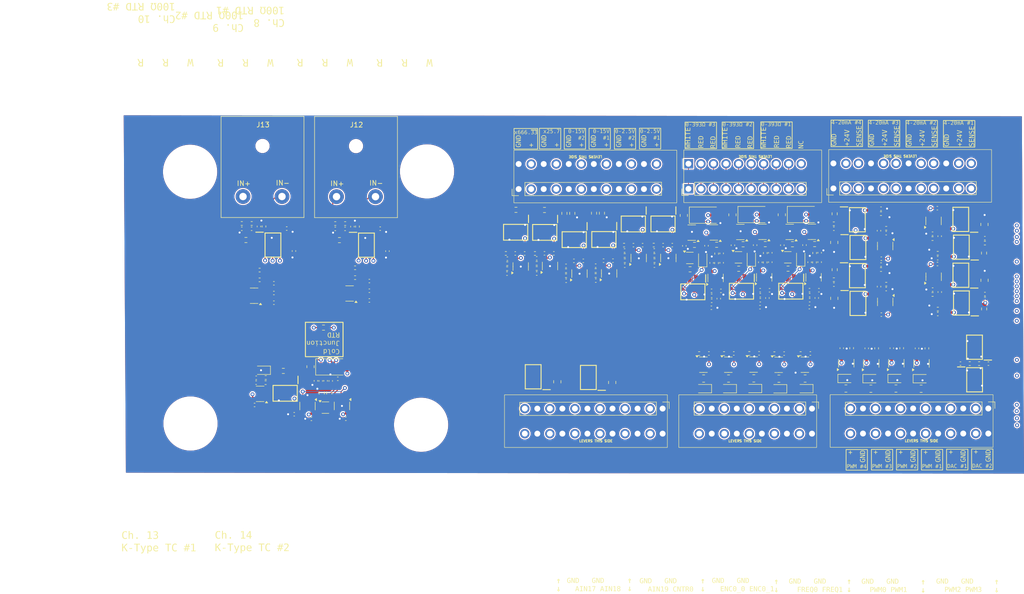
<source format=kicad_pcb>
(kicad_pcb (version 20240108) (generator "pcbnew") (generator_version "8.0")
  (layers (0 "F.Cu" signal) (1 "In1.Cu" signal) (2 "In2.Cu" signal) (31 "B.Cu" signal) (34 "B.Paste" user) (35 "F.Paste" user) (36 "B.SilkS" user "B.Silkscreen") (37 "F.SilkS" user "F.Silkscreen") (38 "B.Mask" user) (39 "F.Mask" user) (44 "Edge.Cuts" user))
  (net 0 "")
  (net 1 "GND")
  (net 2 "+5V")
  (net 3 "+2V5")
  (net 4 "/K-Type TC Amp/Signal-")
  (net 5 "/K-Type TC Amp1/Signal-")
  (net 6 "Net-(IC1001-VO)")
  (net 7 "Net-(U5001-+)")
  (net 8 "Net-(C5002-Pad1)")
  (net 9 "/K-Type TC Amp/Signal+")
  (net 10 "/K-Type TC Amp1/Signal+")
  (net 11 "Net-(U8001-+)")
  (net 12 "Net-(C8002-Pad1)")
  (net 13 "+12V")
  (net 14 "Net-(U9001-+)")
  (net 15 "+24V")
  (net 16 "+1V024")
  (net 17 "Net-(C25-Pad1)")
  (net 18 "Net-(C28-Pad1)")
  (net 19 "Net-(C31-Pad1)")
  (net 20 "Net-(C34-Pad1)")
  (net 21 "Net-(C9002-Pad1)")
  (net 22 "/AIN19")
  (net 23 "Net-(IC13--IN)")
  (net 24 "Net-(IC14--IN)")
  (net 25 "/RTD Amp/rtd_amp_inner/Signal+")
  (net 26 "/RTD Amp/rtd_amp_inner/Signal-")
  (net 27 "Net-(IC16--IN)")
  (net 28 "/rtd_amp_inner1/Signal+")
  (net 29 "/rtd_amp_inner1/Signal-")
  (net 30 "Net-(IC17--IN)")
  (net 31 "/RTD Amp1/rtd_amp_inner/Signal+")
  (net 32 "/RTD Amp1/rtd_amp_inner/Signal-")
  (net 33 "Net-(IC19--IN)")
  (net 34 "/RTD Amp2/rtd_amp_inner/Signal+")
  (net 35 "/RTD Amp2/rtd_amp_inner/Signal-")
  (net 36 "Net-(IC20--IN)")
  (net 37 "Net-(U14001-+)")
  (net 38 "Net-(C14002-Pad1)")
  (net 39 "Net-(IC22--IN)")
  (net 40 "Net-(U15001-+)")
  (net 41 "Net-(C15002-Pad1)")
  (net 42 "Net-(IC23--IN)")
  (net 43 "Net-(U16001-+)")
  (net 44 "Net-(C16002-Pad1)")
  (net 45 "Net-(U17001-+)")
  (net 46 "Net-(C17002-Pad1)")
  (net 47 "Net-(U18001-+)")
  (net 48 "Net-(C18002-Pad1)")
  (net 49 "Net-(U20001-+)")
  (net 50 "Net-(C20002-Pad1)")
  (net 51 "/AIN15")
  (net 52 "Net-(U21001-+)")
  (net 53 "/AIN16")
  (net 54 "Net-(D7-K)")
  (net 55 "Net-(D8-K)")
  (net 56 "Net-(D9-K)")
  (net 57 "Net-(D10-K)")
  (net 58 "/AIN3")
  (net 59 "Net-(C21002-Pad1)")
  (net 60 "Net-(U25001-+)")
  (net 61 "Net-(C25002-Pad1)")
  (net 62 "/AIN4")
  (net 63 "/AIN5")
  (net 64 "/AIN17")
  (net 66 "/AIN6")
  (net 68 "Net-(IC1-RG_1)")
  (net 69 "/AIN7")
  (net 70 "Net-(IC1-RG_2)")
  (net 71 "/AIN8")
  (net 72 "Net-(IC2-RG_2)")
  (net 73 "Net-(IC2-RG_1)")
  (net 74 "Net-(U30001-+)")
  (net 75 "Net-(C30002-Pad1)")
  (net 76 "/4-20mA Frontend/+24_EXC")
  (net 77 "Net-(U32001-+)")
  (net 80 "Net-(C32003-Pad1)")
  (net 83 "/4-20mA Frontend1/+24_EXC")
  (net 85 "/AIN9")
  (net 88 "Net-(U33001-+)")
  (net 91 "Net-(C33003-Pad1)")
  (net 94 "/AIN10")
  (net 95 "/4-20mA Frontend2/+24_EXC")
  (net 96 "/4-20mA Frontend3/+24_EXC")
  (net 97 "/4-20mA Frontend/sallen_key_3kHz3/VIN")
  (net 98 "/AIN11")
  (net 99 "Net-(IC12-RG_1)")
  (net 100 "Net-(IC12-RG_2)")
  (net 101 "Net-(IC13-OUT)")
  (net 102 "Net-(IC14-OUT)")
  (net 103 "Net-(IC15-RG_2)")
  (net 104 "/AIN12")
  (net 105 "Net-(IC15-RG_1)")
  (net 106 "Net-(IC16-OUT)")
  (net 107 "Net-(IC17-OUT)")
  (net 108 "Net-(IC18-RG_2)")
  (net 109 "Net-(IC18-RG_1)")
  (net 110 "/AIN18")
  (net 111 "/PWM0")
  (net 112 "/PWM1")
  (net 113 "/PWM2")
  (net 114 "/PWM3")
  (net 115 "+3V3")
  (net 116 "/AIN2")
  (net 117 "/4-20mA Frontend1/sallen_key_3kHz3/VIN")
  (net 118 "/4-20mA Frontend2/sallen_key_3kHz3/VIN")
  (net 119 "Net-(IC19-OUT)")
  (net 120 "/4-20mA Frontend3/sallen_key_3kHz3/VIN")
  (net 121 "Net-(D19001-K)")
  (net 122 "Net-(D26001-K)")
  (net 123 "Net-(IC20-OUT)")
  (net 124 "Net-(D27001-K)")
  (net 125 "Net-(D33001-K)")
  (net 126 "Net-(IC21-RG_2)")
  (net 127 "Net-(D38001-K)")
  (net 128 "Net-(D39001-K)")
  (net 129 "Net-(D39002-K)")
  (net 130 "Net-(IC21-RG_1)")
  (net 131 "Net-(IC22-OUT)")
  (net 132 "Net-(IC23-OUT)")
  (net 133 "Net-(D40001-K)")
  (net 134 "Net-(D42001-K)")
  (net 135 "/K-Type TC Amp/sallen_key_1kHz/VIN")
  (net 136 "/K-Type TC Amp1/sallen_key_1kHz/VIN")
  (net 137 "/4-20mA Frontend/SIGNAL")
  (net 138 "/4-20mA Frontend1/SIGNAL")
  (net 139 "/4-20mA Frontend2/SIGNAL")
  (net 140 "/4-20mA Frontend3/SIGNAL")
  (net 141 "/RTD Amp/rtd_amp_inner/Vout")
  (net 142 "/rtd_amp_inner1/Vout")
  (net 143 "/rtd_amp_inner1/250uA_SINK_1")
  (net 144 "/RTD Amp1/rtd_amp_inner/Vout")
  (net 145 "/RTD Amp2/rtd_amp_inner/Vout")
  (net 148 "Net-(J12-Pin_1)")
  (net 149 "Net-(J12-Pin_2)")
  (net 150 "Net-(J13-Pin_2)")
  (net 151 "Net-(J13-Pin_1)")
  (net 152 "unconnected-(IC1001-N.C._3-Pad4)")
  (net 155 "/ain_g1_1/sallen_key_3kHz7/VIN")
  (net 156 "/ain_g1_1/VIN")
  (net 160 "/rtd_amp_inner1/250uA_SINK_2")
  (net 172 "/FREQ1")
  (net 173 "/FREQ0")
  (net 174 "/COUNTER0")
  (net 175 "/ENCODER0_1")
  (net 176 "/ENCODER0_0")
  (net 179 "/ain_g1_/VIN")
  (net 180 "/ain_g1_/sallen_key_3kHz7/VIN")
  (net 181 "Net-(IC31001-RG_2)")
  (net 182 "/ain_g25p7_/VIN")
  (net 183 "/ain_g25p7_/sallen_key_1kHz2/VIN")
  (net 184 "Net-(IC31001-RG_1)")
  (net 185 "Net-(IC32002-RG_2)")
  (net 186 "Net-(IC32002-RG_1)")
  (net 187 "/ain_g666p333_/VIN")
  (net 188 "/ain_g666p333_/sallen_key_100Hz1/VIN")
  (net 189 "/dac_buf1/VOUT")
  (net 190 "/AIN14_DAC2")
  (net 193 "/AIN13_DAC1")
  (net 194 "/dac_buf/VOUT")
  (net 197 "/RTD Amp/R+")
  (net 198 "/RTD Amp/R-")
  (net 199 "/RTD Amp/W-")
  (net 200 "/RTD Amp1/R+")
  (net 201 "/RTD Amp1/R-")
  (net 202 "/RTD Amp1/W-")
  (net 203 "/RTD Amp2/R+")
  (net 204 "/RTD Amp2/R-")
  (net 205 "/RTD Amp2/W-")
  (net 206 "/pwm_out_buf1/VOUT")
  (net 207 "/pwm_out_buf2/VOUT")
  (net 208 "/pwm_out_buf3/VOUT")
  (net 209 "/pwm_out_buf/VOUT")
  (net 210 "/pwm_in_buf1/VIN")
  (net 211 "/pwm_in_buf/VIN")
  (net 212 "/pwm_in_buf2/VIN")
  (net 213 "/pwm_in_buf3/VIN")
  (net 214 "/pwm_in_buf4/VIN")
  (net 226 "Net-(IC1002-VO)")
  (net 231 "Net-(U24001-+)")
  (net 232 "Net-(C24002-Pad1)")
  (net 233 "Net-(U44001-+)")
  (net 234 "Net-(C44002-Pad1)")
  (net 235 "/ain_0-15V_1/sallen_key_3kHz8/VIN")
  (net 236 "Net-(IC23001-+IN)")
  (net 237 "Net-(IC45001-+IN)")
  (net 238 "/ain_0-15V_/sallen_key_3kHz8/VIN")
  (net 241 "/ain_0-15V_/VIN")
  (net 242 "/ain_0-15V_1/VIN")
  (footprint "Resistor_SMD:R_0402_1005Metric" (layer "F.Cu") (at 243.637 126.7893)
    (property "Reference" "R32002" (hide yes))
    (property "Value" "3.3k 1%")
  )
  (footprint "Resistor_SMD:R_0402_1005Metric" (layer "F.Cu") (at 236.636199 151.0913 -90)
    (property "Reference" "R27001" (hide yes))
    (property "Value" "1M")
  )
  (footprint "Capacitor_SMD:C_0402_1005Metric" (layer "F.Cu") (at 242.655 144.2893)
    (property "Reference" "C33004" (hide yes))
    (property "Value" "0.1uF")
  )
  (footprint "Resistor_SMD:R_0402_1005Metric" (layer "F.Cu") (at 220.968 152.2144)
    (property "Reference" "R39002" (hide yes))
    (property "Value" "1M")
  )
  (footprint "Resistor_SMD:R_0402_1005Metric" (layer "F.Cu") (at 219.12425 131.8076 90)
    (property "Reference" "R17002" (hide yes))
    (property "Value" "3.3k 1%")
  )
  (footprint "Diode_SMD:D_SOD-323" (layer "F.Cu") (at 226.31255 132.8638 90)
    (property "Reference" "D45001" (hide yes))
    (property "Value" "BZT52C3V3")
  )
  (footprint "Resistor_SMD:R_0805_2012Metric" (layer "F.Cu") (at 245.6145 159.2756)
    (property "Reference" "R19002" (hide yes))
    (property "Value" "49.9")
  )
  (footprint "Resistor_SMD:R_0402_1005Metric" (layer "F.Cu") (at 209.24375 133.8342 90)
    (property "Reference" "R18001" (hide yes))
    (property "Value" "3.3k 1%")
  )
  (footprint "Package_TO_SOT_SMD:SOT-23-5" (layer "F.Cu") (at 211.6329 154.4394)
    (property "Reference" "U40001" (hide yes))
    (property "Value" "74LVC1G17")
  )
  (footprint "Resistor_SMD:R_0402_1005Metric" (layer "F.Cu") (at 178.736 135.3916)
    (property "Reference" "R24002" (hide yes))
    (property "Value" "3.3k 1%")
  )
  (footprint "Resistor_SMD:R_0402_1005Metric" (layer "F.Cu") (at 184.7452 136.3764 180)
    (property "Reference" "R44001" (hide yes))
    (property "Value" "3.3k 1%")
  )
  (footprint "Resistor_SMD:R_0402_1005Metric" (layer "F.Cu") (at 133.969 125.8366 180)
    (property "Reference" "R3" (hide yes))
    (property "Value" "10")
  )
  (footprint "Capacitor_SMD:C_0402_1005Metric" (layer "F.Cu") (at 244.773899 151.0968 -90)
    (property "Reference" "C19001" (hide yes))
    (property "Value" "0.1uF")
  )
  (footprint "Capacitor_SMD:C_0402_1005Metric" (layer "F.Cu") (at 196.6532 134.3604)
    (property "Reference" "C21002" (hide yes))
    (property "Value" "10nF C0G 5%")
  )
  (footprint "Diode_SMD:D_SMA" (layer "F.Cu") (at 131.5034 154.887601)
    (property "Reference" "D8" (hide yes))
    (property "Value" "D_Schottky")
  )
  (footprint "Capacitor_SMD:C_0402_1005Metric" (layer "F.Cu") (at 230.14905 133.6483 -90)
    (property "Reference" "C15002" (hide yes))
    (property "Value" "10nF C0G 5%")
  )
  (footprint "Capacitor_SMD:C_0402_1005Metric" (layer "F.Cu") (at 123.6392 164.4826 180)
    (property "Reference" "C63" (hide yes))
    (property "Value" "0.1uF")
  )
  (footprint "Resistor_SMD:R_0805_2012Metric" (layer "F.Cu") (at 206.6341 157.2436)
    (property "Reference" "R39003" (hide yes))
    (property "Value" "49.9")
  )
  (footprint "aaa:KF141V-2.54-12P" (layer "F.Cu") (at 198.3178 163.3396 -90)
    (property "Reference" "J1007" (hide yes))
    (property "Value" "Screw_Terminal_01x12")
  )
  (footprint "Capacitor_SMD:C_0402_1005Metric" (layer "F.Cu") (at 208.25835 140.481099 180)
    (property "Reference" "C84" (hide yes))
    (property "Value" "1nF")
  )
  (footprint "Capacitor_SMD:C_0402_1005Metric" (layer "F.Cu") (at 264.3556 154.2238)
    (property "Reference" "C37001" (hide yes))
    (property "Value" "0.1uF")
  )
  (footprint "Resistor_SMD:R_0402_1005Metric" (layer "F.Cu") (at 219.09885 133.7126 90)
    (property "Reference" "R17001" (hide yes))
    (property "Value" "3.3k 1%")
  )
  (footprint "Diode_SMD:D_SOD-323" (layer "F.Cu") (at 117.2156 155.5672 180)
    (property "Reference" "D44001" (hide yes))
    (property "Value" "BZT52C3V3")
  )
  (footprint "Resistor_SMD:R_0805_2012Metric" (layer "F.Cu") (at 221.8823 157.269)
    (property "Reference" "R39001" (hide yes))
    (property "Value" "49.9")
  )
  (footprint "aaa:SOIC127P600X175-8N" (layer "F.Cu") (at 183.2592 157.0254 180)
    (property "Reference" "IC1001" (hide yes))
    (property "Value" "BD42540FJ-CE2" (hide yes))
  )
  (footprint "Package_TO_SOT_SMD:SOT-23-5" (layer "F.Cu") (at 187.4732 135.9391 90)
    (property "Reference" "U44001" (hide yes))
    (property "Value" "OPA333xxDBV")
  )
  (footprint "aaa:SOIC127P600X175-8N" (layer "F.Cu") (at 172.0796 156.888 180)
    (property "Reference" "IC1002" (hide yes))
    (property "Value" "BD42540FJ-CE2" (hide yes))
  )
  (footprint "Capacitor_SMD:C_0402_1005Metric" (layer "F.Cu") (at 258.6942 154.221 180)
    (property "Reference" "C34002" (hide yes))
    (property "Value" "0.1uF")
  )
  (footprint "Capacitor_SMD:C_0402_1005Metric" (layer "F.Cu") (at 227.07455 130.1942 -90)
    (property "Reference" "C58" (hide yes))
    (property "Value" "0.1uF")
  )
  (footprint "Resistor_SMD:R_0805_2012Metric" (layer "F.Cu") (at 240.5345 159.301)
    (property "Reference" "R26002" (hide yes))
    (property "Value" "49.9")
  )
  (footprint "Capacitor_SMD:C_0402_1005Metric" (layer "F.Cu") (at 127.119 165.4224 180)
    (property "Reference" "C66" (hide yes))
    (property "Value" "0.1uF")
  )
  (footprint "Resistor_SMD:R_0402_1005Metric" (layer "F.Cu") (at 253.04 140.2018 180)
    (property "Reference" "R16002" (hide yes))
    (property "Value" "3.3k 1%")
  )
  (footprint "Resistor_SMD:R_0805_2012Metric" (layer "F.Cu") (at 211.6801 157.2436)
    (property "Reference" "R40001" (hide yes))
    (property "Value" "49.9")
  )
  (footprint "Capacitor_SMD:C_0402_1005Metric" (layer "F.Cu") (at 218.08825 139.3408 180)
    (property "Reference" "R61" (hide yes))
    (property "Value" "10k 1%")
  )
  (footprint "Package_TO_SOT_SMD:SOT-23-5" (layer "F.Cu") (at 204.21455 127.662 180)
    (property "Reference" "IC22" (hide yes))
    (property "Value" "TLV333IDBVR")
  )
  (footprint "Resistor_SMD:R_0805_2012Metric" (layer "F.Cu") (at 235.470201 159.2701)
    (property "Reference" "R27002" (hide yes))
    (property "Value" "49.9")
  )
  (footprint "Resistor_SMD:R_0603_1608Metric" (layer "F.Cu") (at 204.77335 130.1512 180)
    (property "Reference" "R71" (hide yes))
    (property "Value" "RNCF0603TKW10K0 10k 0.01% 5ppm/C")
  )
  (footprint "Diode_SMD:D_SOD-323" (layer "F.Cu") (at 216.30485 132.8744 90)
    (property "Reference" "D46001" (hide yes))
    (property "Value" "BZT52C3V3")
  )
  (footprint "Resistor_SMD:R_0603_1608Metric" (layer "F.Cu") (at 219.12425 130.0042 180)
    (property "Reference" "R65" (hide yes))
    (property "Value" "RNCF0603TKW10K0 10k 0.01% 5ppm/C")
  )
  (footprint "Capacitor_SMD:C_0402_1005Metric" (layer "F.Cu") (at 194.257999 130.2042 180)
    (property "Reference" "C22001" (hide yes))
    (property "Value" "0.1uF")
  )
  (footprint "Package_TO_SOT_SMD:SOT-23-5" (layer "F.Cu") (at 243.435 141.7093 -90)
    (property "Reference" "U33001" (hide yes))
    (property "Value" "OPA333xxDBV")
  )
  (footprint "Capacitor_SMD:C_0402_1005Metric" (layer "F.Cu") (at 218.05485 142.7804)
    (property "Reference" "C74" (hide yes))
    (property "Value" "0.1uF")
  )
  (footprint "Resistor_SMD:R_0402_1005Metric" (layer "F.Cu") (at 196.6476 132.3048)
    (property "Reference" "R21002" (hide yes))
    (property "Value" "3.3k 1%")
  )
  (footprint "Capacitor_SMD:C_0402_1005Metric" (layer "F.Cu") (at 188.253 133.3538 180)
    (property "Reference" "C45001" (hide yes))
    (property "Value" "0.1uF")
  )
  (footprint "Resistor_SMD:R_0603_1608Metric" (layer "F.Cu") (at 223.74715 134.972 180)
    (property "Reference" "R40" (hide yes))
    (property "Value" "RNCF0603TKY2K00 2k 0.01% 5ppm/C")
  )
  (footprint "aaa:SOIC127P600X175-8N" (layer "F.Cu") (at 261.5354 150.8964 180)
    (property "Reference" "IC34002" (hide yes))
    (property "Value" "INA826AIDR" (hide yes))
  )
  (footprint "Capacitor_SMD:C_0402_1005Metric" (layer "F.Cu") (at 243.635 139.1093 180)
    (property "Reference" "C33002" (hide yes))
    (property "Value" "10nF C0G 5%")
  )
  (footprint "Resistor_SMD:R_0402_1005Metric" (layer "F.Cu") (at 242.585 135.1518)
    (property "Reference" "R33001" (hide yes))
    (property "Value" "3.3k 1%")
  )
  (footprint "Resistor_SMD:R_0603_1608Metric" (layer "F.Cu") (at 213.73945 134.9826 180)
    (property "Reference" "R58" (hide yes))
    (property "Value" "RNCF0603TKY2K00 2k 0.01% 5ppm/C")
  )
  (footprint "Capacitor_SMD:C_0402_1005Metric" (layer "F.Cu") (at 113.014 126.8866 180)
    (property "Reference" "C7" (hide yes))
    (property "Value" "2.2uF")
  )
  (footprint "Package_TO_SOT_SMD:SOT-23-5" (layer "F.Cu") (at 126.3334 162.8176 -90)
    (property "Reference" "IC16" (hide yes))
    (property "Value" "TLV333IDBVR")
  )
  (footprint "Capacitor_SMD:C_0402_1005Metric" (layer "F.Cu") (at 172.7976 132.8836)
    (property "Reference" "C9001" (hide yes))
    (property "Value" "10nF C0G 5%")
  )
  (footprint "Capacitor_SMD:C_0402_1005Metric" (layer "F.Cu") (at 220.14135 133.6589 -90)
    (property "Reference" "C17002" (hide yes))
    (property "Value" "10nF C0G 5%")
  )
  (footprint "MountingHole:MountingHole_5mm" (layer "F.Cu") (at 102.6144 166.3636)
    (property "Reference" "H1002" (hide yes))
    (property "Value" "MountingHole_for_10-32")
  )
  (footprint "Capacitor_SMD:C_0805_2012Metric" (layer "F.Cu") (at 263.551 126.0118 -90)
    (property "Reference" "C33001" (hide yes))
    (property "Value" "10uF 50V 0805")
  )
  (footprint "Package_TO_SOT_SMD:SOT-23-5" (layer "F.Cu") (at 133.3159 162.7976 -90)
    (property "Reference" "IC17" (hide yes))
    (property "Value" "TLV333IDBVR")
  )
  (footprint "Resistor_SMD:R_0402_1005Metric" (layer "F.Cu") (at 215.888 152.1636)
    (property "Reference" "R42002" (hide yes))
    (property "Value" "1M")
  )
  (footprint "Resistor_SMD:R_0402_1005Metric" (layer "F.Cu") (at 172.797 134.941 180)
    (property "Reference" "R9001" (hide yes))
    (property "Value" "10k 1%")
  )
  (footprint "Capacitor_SMD:C_0402_1005Metric" (layer "F.Cu") (at 135.439 126.4466 90)
    (property "Reference" "C3" (hide yes))
    (property "Value" "2.2uF")
  )
  (footprint "Resistor_SMD:R_0402_1005Metric" (layer "F.Cu") (at 251.8864 151.1277 -90)
    (property "Reference" "R33003" (hide yes))
    (property "Value" "1M")
  )
  (footprint "aaa:SOIC127P600X175-8N" (layer "F.Cu") (at 119.327 130.1866)
    (property "Reference" "IC2" (hide yes))
    (property "Value" "INA826AIDR" (hide yes))
  )
  (footprint "Resistor_SMD:R_0402_1005Metric" (layer "F.Cu") (at 243.645 138.1193)
    (property "Reference" "R33002" (hide yes))
    (property "Value" "3.3k 1%")
  )
  (footprint "MountingHole:MountingHole_5mm" (layer "F.Cu") (at 149.3632 166.6154)
    (property "Reference" "H1004" (hide yes))
    (property "Value" "MountingHole_for_10-32")
  )
  (footprint "Capacitor_SMD:C_0402_1005Metric" (layer "F.Cu") (at 209.70095 141.0478 90)
    (property "Reference" "R69" (hide yes))
    (property "Value" "10k 1%")
  )
  (footprint "Capacitor_SMD:C_0402_1005Metric" (layer "F.Cu") (at 170.3488 131.8872 180)
    (property "Reference" "C32005" (hide yes))
    (property "Value" "0.1uF")
  )
  (footprint "Capacitor_SMD:C_0402_1005Metric" (layer "F.Cu") (at 218.10935 133.6843 -90)
    (property "Reference" "C17003" (hide yes))
    (property "Value" "0.1uF")
  )
  (footprint "Resistor_SMD:R_0402_1005Metric" (layer "F.Cu") (at 135.983 134.7994 180)
    (property "Reference" "R5002" (hide yes))
    (property "Value" "10k 1%")
  )
  (footprint "aaa:SOIC127P600X175-8N" (layer "F.Cu") (at 258.866 130.6168 180)
    (property "Reference" "IC6" (hide yes))
    (property "Value" "INA826AIDR" (hide yes))
  )
  (footprint "Package_TO_SOT_SMD:SOT-23-5" (layer "F.Cu") (at 221.8351 154.4648)
    (property "Reference" "U39001" (hide yes))
    (property "Value" "74LVC1G17")
  )
  (footprint "Capacitor_SMD:C_0402_1005Metric" (layer "F.Cu") (at 202.71595 130.3518 -90)
    (property "Reference" "C88" (hide yes))
    (property "Value" "0.1uF")
  )
  (footprint "Resistor_SMD:R_0402_1005Metric" (layer "F.Cu") (at 260.5712 154.221 180)
    (property "Reference" "R37001" (hide yes))
    (property "Value" "1M")
  )
  (footprint "Package_TO_SOT_SMD:SOT-363_SC-70-6" (layer "F.Cu") (at 213.68865 132.6833)
    (property "Reference" "U3" (hide yes))
    (property "Value" "NTJD4001NT1G")
  )
  (footprint "Capacitor_SMD:C_0402_1005Metric" (layer "F.Cu") (at 132.4734 157.297601)
    (property "Reference" "R52" (hide yes))
    (property "Value" "10k 1%")
  )
  (footprint "Package_TO_SOT_SMD:SOT-363_SC-70-6" (layer "F.Cu") (at 129.9634 163.1376)
    (property "Reference" "U2" (hide yes))
    (property "Value" "NTJD4001NT1G")
  )
  (footprint "Diode_SMD:D_SOD-323" (layer "F.Cu") (at 221.8804 159.3264 180)
    (property "Reference" "D39001" (hide yes))
    (property "Value" "BZT52C5V6S")
  )
  (footprint "Capacitor_SMD:C_0402_1005Metric" (layer "F.Cu") (at 219.55605 140.9262 90)
    (property "Reference" "R60" (hide yes))
    (property "Value" "10k 1%")
  )
  (footprint "Resistor_SMD:R_0603_1608Metric" (layer "F.Cu") (at 132.8015 129.1916 180)
    (property "Reference" "R6" (hide yes))
    (property "Value" "RNCF0603TKY2K00 2k 0.01% 5ppm/C")
  )
  (footprint "Resistor_SMD:R_0402_1005Metric" (layer "F.Cu") (at 172.793 133.8996)
    (property "Reference" "R9002" (hide yes))
    (property "Value" "10k 1%")
  )
  (footprint "Diode_SMD:D_SOD-323" (layer "F.Cu") (at 206.6322 159.301 180)
    (property "Reference" "D39002" (hide yes))
    (property "Value" "BZT52C5V6S")
  )
  (footprint "Capacitor_SMD:C_0402_1005Metric" (layer "F.Cu") (at 208.25425 133.8059 -90)
    (property "Reference" "C18003" (hide yes))
    (property "Value" "0.1uF")
  )
  (footprint "aaa:KF141V-2.54-10P" (layer "F.Cu") (at 203.5502 118.788 90)
    (property "Reference" "J1006" (hide yes))
    (property "Value" "Screw_Terminal_01x10")
  )
  (footprint "Resistor_SMD:R_0402_1005Metric" (layer "F.Cu") (at 209.26915 131.9292 90)
    (property "Reference" "R18002" (hide yes))
    (property "Value" "3.3k 1%")
  )
  (footprint "Capacitor_SMD:C_0402_1005Metric" (layer "F.Cu") (at 196.6222 131.2888)
    (property "Reference" "C21001" (hide yes))
    (property "Value" "10nF C0G 5%")
  )
  (footprint "Resistor_SMD:R_0402_1005Metric" (layer "F.Cu") (at 178.736 136.4076 180)
    (property "Reference" "R24001" (hide yes))
    (property "Value" "3.3k 1%")
  )
  (footprint "Capacitor_SMD:C_0402_1005Metric" (layer "F.Cu") (at 210.28365 131.8755 -90)
    (property "Reference" "C18001" (hide yes))
    (property "Value" "10nF C0G 5%")
  )
  (footprint "Capacitor_SMD:C_0402_1005Metric" (layer "F.Cu") (at 228.06255 142.7698)
    (property "Reference" "C52" (hide yes))
    (property "Value" "0.1uF")
  )
  (footprint "Capacitor_SMD:C_0402_1005Metric" (layer "F.Cu") (at 128.0434 157.707601 90)
    (property "Reference" "C60" (hide yes))
    (property "Value" "1nF")
  )
  (footprint "Capacitor_SMD:C_0805_2012Metric" (layer "F.Cu") (at 188.095 158.0414 -90)
    (property "Reference" "C1001" (hide yes))
    (property "Value" "10uF 50V 0805")
  )
  (footprint "Resistor_SMD:R_0402_1005Metric" (layer "F.Cu") (at 172.4394 131.893)
    (property "Reference" "R31002" (hide yes))
    (property "Value" "1M")
  )
  (footprint "Capacitor_SMD:C_0402_1005Metric" (layer "F.Cu") (at 119.5182 141.8766 180)
    (property "Reference" "C8001" (hide yes))
    (property "Value" "10nF C0G 5%")
  )
  (footprint "aaa:SOIC127P600X175-8N" (layer "F.Cu") (at 186.4094 129.0612 -90)
    (property "Reference" "IC45001" (hide yes))
    (property "Value" "INA826AIDR" (hide yes))
  )
  (footprint "Capacitor_SMD:C_0402_1005Metric" (layer "F.Cu") (at 217.06685 130.2048 -90)
    (property "Reference" "C80" (hide yes))
    (property "Value" "0.1uF")
  )
  (footprint "Capacitor_SMD:C_0402_1005Metric" (layer "F.Cu") (at 131.0434 157.727601 90)
    (property "Reference" "C62" (hide yes))
    (property "Value" "1nF")
  )
  (footprint "Capacitor_SMD:C_0402_1005Metric" (layer "F.Cu") (at 212.745 152.1636)
    (property "Reference" "C40001" (hide yes))
    (property "Value" "0.1uF")
  )
  (footprint "Capacitor_SMD:C_0402_1005Metric" (layer "F.Cu") (at 168.449 131.8872)
    (property "Reference" "C14003" (hide yes))
    (property "Value" "0.1uF")
  )
  (footprint "Capacitor_SMD:C_0402_1005Metric" (layer "F.Cu") (at 242.177 127.2793 -90)
    (property "Reference" "C32003" (hide yes))
    (property "Value" "10nF C0G 5%")
  )
  (footprint "Resistor_SMD:R_0402_1005Metric" (layer "F.Cu") (at 184.7452 135.3604)
    (property "Reference" "R44002" (hide yes))
    (property "Value" "3.3k 1%")
  )
  (footprint "Capacitor_SMD:C_0402_1005Metric" (layer "F.Cu") (at 186.3454 133.3538)
    (property "Reference" "C44003" (hide yes))
    (property "Value" "0.1uF")
  )
  (footprint "Capacitor_SMD:C_0402_1005Metric" (layer "F.Cu") (at 200.2758 130.1966 180)
    (property "Reference" "C27004" (hide yes))
    (property "Value" "0.1uF")
  )
  (footprint "Resistor_SMD:R_0402_1005Metric" (layer "F.Cu") (at 210.7658 152.189)
    (property "Reference" "R40002" (hide yes))
    (property "Value" "1M")
  )
  (footprint "Package_TO_SOT_SMD:SOT-23-5" (layer "F.Cu") (at 115.5082 140.4616 180)
    (property "Reference" "U8001" (hide yes))
    (property "Value" "OPA333xxDBV")
  )
  (footprint "Capacitor_SMD:C_0402_1005Metric" (layer "F.Cu") (at 228.11705 133.6737 -90)
    (property "Reference" "C15003" (hide yes))
    (property "Value" "0.1uF")
  )
  (footprint "Resistor_SMD:R_0603_1608Metric" (layer "F.Cu") (at 209.26915 130.1258 180)
    (property "Reference" "R74" (hide yes))
    (property "Value" "RNCF0603TKW10K0 10k 0.01% 5ppm/C")
  )
  (footprint "Capacitor_SMD:C_0402_1005Metric" (layer "F.Cu") (at 115.9339 157.0912 180)
    (property "Reference" "C20002" (hide yes))
    (property "Value" "10nF C0G 5%")
  )
  (footprint "Capacitor_SMD:C_0402_1005Metric" (layer "F.Cu") (at 253.05 139.2118)
    (property "Reference" "C16001" (hide yes))
    (property "Value" "10nF C0G 5%")
  )
  (footprint "aaa:SOIC127P600X175-8N" (layer "F.Cu") (at 237.793 125.0543)
    (property "Reference" "IC7" (hide yes))
    (property "Value" "INA826AIDR" (hide yes))
  )
  (footprint "Capacitor_SMD:C_0402_1005Metric" (layer "F.Cu") (at 129.0234 157.727601 -90)
    (property "Reference" "R51" (hide yes))
    (property "Value" "10k 1%")
  )
  (footprint "Capacitor_SMD:C_0402_1005Metric" (layer "F.Cu") (at 208.26115 141.4902)
    (property "Reference" "C83" (hide yes))
    (property "Value" "10nF")
  )
  (footprint "Capacitor_SMD:C_0402_1005Metric" (layer "F.Cu") (at 253.032 127.8918)
    (property "Reference" "C30001" (hide yes))
    (property "Value" "10nF C0G 5%")
  )
  (footprint "Resistor_SMD:R_0603_1608Metric" (layer "F.Cu") (at 233.187 123.8543 -90)
    (property "Reference" "R27" (hide yes))
    (property "Value" "RNCF0603TKY75R0 75R 0.01% 5ppm/C")
  )
  (footprint "Resistor_SMD:R_0402_1005Metric" (layer "F.Cu") (at 233.025 137.2093)
    (property "Reference" "R28" (hide yes))
    (property "Value" "200R")
  )
  (footprint "Capacitor_SMD:C_0402_1005Metric" (layer "F.Cu") (at 233.027 126.8793)
    (property "Reference" "C31" (hide yes))
    (property "Value" "10nF")
  )
  (footprint "Resistor_SMD:R_0603_1608Metric" (layer "F.Cu") (at 168.5856 123.048 180)
    (property "Reference" "R32003" (hide yes))
    (property "Value" "RNCF0603TKY75R0 75R 0.01% 5ppm/C")
  )
  (footprint "Package_TO_SOT_SMD:SOT-23-5" (layer "F.Cu") (at 227.1523 154.4437)
    (property "Reference" "U38001" (hide yes))
    (property "Value" "74LVC1G17")
  )
  (footprint "Package_TO_SOT_SMD:SOT-363_SC-70-6" (layer "F.Cu") (at 223.69635 132.6727)
    (property "Reference" "U1" (hide yes))
    (property "Value" "NTJD4001NT1G")
  )
  (footprint "Capacitor_SMD:C_0402_1005Metric" (layer "F.Cu") (at 122.119 126.8416)
    (property "Reference" "C10" (hide yes))
    (property "Value" "0.1uF")
  )
  (footprint "Capacitor_SMD:C_0402_1005Metric" (layer "F.Cu") (at 254.012 122.7118 180)
    (property "Reference" "C30003" (hide yes))
    (property "Value" "0.1uF")
  )
  (footprint "aaa:SOIC127P600X175-8N" (layer "F.Cu") (at 258.884 141.9368 180)
    (property "Reference" "IC5" (hide yes))
    (property "Value" "INA826AIDR" (hide yes))
  )
  (footprint "Resistor_SMD:R_0402_1005Metric" (layer "F.Cu") (at 233.017 125.8793)
    (property "Reference" "R26" (hide yes))
    (property "Value" "200R")
  )
  (footprint "Capacitor_SMD:C_0402_1005Metric" (layer "F.Cu") (at 141.069 126.8666)
    (property "Reference" "C4" (hide yes))
    (property "Value" "0.1uF")
  )
  (footprint "Capacitor_SMD:C_0402_1005Metric" (layer "F.Cu") (at 222.57875 130.2196 -90)
    (property "Reference" "C55" (hide yes))
    (property "Value" "0.1uF")
  )
  (footprint "Resistor_SMD:R_0402_1005Metric" (layer "F.Cu") (at 166.5394 131.8872)
    (property "Reference" "R32004" (hide yes))
    (property "Value" "1M")
  )
  (footprint "aaa:SOIC127P600X175-8N" (layer "F.Cu") (at 237.801 136.3843)
    (property "Reference" "IC8" (hide yes))
    (property "Value" "INA826AIDR" (hide yes))
  )
  (footprint "Capacitor_SMD:C_0402_1005Metric" (layer "F.Cu") (at 180.3362 133.385)
    (property "Reference" "C24003" (hide yes))
    (property "Value" "0.1uF")
  )
  (footprint "Capacitor_SMD:C_0402_1005Metric" (layer "F.Cu") (at 254.03 134.0318 180)
    (property "Reference" "C16003" (hide yes))
    (property "Value" "0.1uF")
  )
  (footprint "Resistor_SMD:R_0402_1005Metric" (layer "F.Cu") (at 116.6282 135.2566 180)
    (property "Reference" "R8002" (hide yes))
    (property "Value" "10k 1%")
  )
  (footprint "Capacitor_SMD:C_0402_1005Metric" (layer "F.Cu") (at 166.7726 135.9766)
    (property "Reference" "C14002" (hide yes))
    (property "Value" "10nF C0G 5%")
  )
  (footprint "MountingHole:MountingHole_5mm" (layer "F.Cu") (at 102.5344 115.3336)
    (property "Reference" "H1001" (hide yes))
    (property "Value" "MountingHole_for_10-32")
  )
  (footprint "Package_TO_SOT_SMD:SOT-23-5" (layer "F.Cu") (at 253.25 136.6118 90)
    (property "Reference" "U16001" (hide yes))
    (property "Value" "OPA333xxDBV")
  )
  (footprint "Resistor_SMD:R_0603_1608Metric" (layer "F.Cu") (at 214.62845 130.0296 180)
    (property "Reference" "R62" (hide yes))
    (property "Value" "RNCF0603TKW10K0 10k 0.01% 5ppm/C")
  )
  (footprint "Resistor_SMD:R_0603_1608Metric" (layer "F.Cu") (at 129.579864 146.9246 180)
    (property "Reference" "R1" (hide yes))
    (property "Value" "PTS060301B100RP100")
  )
  (footprint "Capacitor_SMD:C_0402_1005Metric" (layer "F.Cu") (at 228.09595 139.3302 180)
    (property "Reference" "R43" (hide yes))
    (property "Value" "10k 1%")
  )
  (footprint "Capacitor_SMD:C_0402_1005Metric" (layer "F.Cu") (at 230.14645 131.7433 -90)
    (property "Reference" "C15001" (hide yes))
    (property "Value" "10nF C0G 5%")
  )
  (footprint "Capacitor_SMD:C_0402_1005Metric" (layer "F.Cu") (at 138.873 139.4494 180)
    (property "Reference" "C5002" (hide yes))
    (property "Value" "10nF C0G 5%")
  )
  (footprint "Resistor_SMD:R_0805_2012Metric" (layer "F.Cu") (at 202.61435 124.1822 90)
    (property "Reference" "R68" (hide yes))
    (property "Value" "300")
  )
  (footprint "Resistor_SMD:R_0402_1005Metric" (layer "F.Cu") (at 205.7198 152.189)
    (property "Reference" "R39004" (hide yes))
    (property "Value" "1M")
  )
  (footprint "Capacitor_SMD:C_0402_1005Metric" (layer "F.Cu") (at 234.6296 151.0913 -90)
    (property "Reference" "C27001" (hide yes))
    (property "Value" "0.1uF")
  )
  (footprint "Capacitor_SMD:C_0402_1005Metric" (layer "F.Cu") (at 242.185 138.6093 -90)
    (property "Reference" "C33003" (hide yes))
    (property "Value" "10nF C0G 5%")
  )
  (footprint "Capacitor_SMD:C_0402_1005Metric" (layer "F.Cu") (at 229.99555 139.3408 180)
    (property "Reference" "C49" (hide yes))
    (property "Value" "1nF")
  )
  (footprint "Capacitor_SMD:C_0402_1005Metric" (layer "F.Cu") (at 115.9137 158.0818)
    (property "Reference" "C20001" (hide yes))
    (property "Value" "10nF C0G 5%")
  )
  (footprint "Diode_SMD:D_SOD-323" (layer "F.Cu") (at 216.8004 159.2756 180)
    (property "Reference" "D42001" (hide yes))
    (property "Value" "BZT52C5V6S")
  )
  (footprint "Diode_SMD:D_SOD-323" (layer "F.Cu") (at 211.6782 159.301 180)
    (property "Reference" "D40001" (hide yes))
    (property "Value" "BZT52C5V6S")
  )
  (footprint "Resistor_SMD:R_0603_1608Metric" (layer "F.Cu") (at 129.2234 160.172601 90)
    (property "Reference" "R53" (hide yes))
    (property "Value" "RNCF0603TKW10K0 10k 0.01% 5ppm/C")
  )
  (footprint "Resistor_SMD:R_0603_1608Metric" (layer "F.Cu") (at 263.49 143.1368 90)
    (property "Reference" "R23" (hide yes))
    (property "Value" "RNCF0603TKY75R0 75R 0.01% 5ppm/C")
  )
  (footprint "Capacitor_SMD:C_0402_1005Metric" (layer "F.Cu") (at 263.632 128.7918 180)
    (property "Reference" "C28" (hide yes))
    (property "Value" "10nF")
  )
  (footprint "Capacitor_SMD:C_0805_2012Metric" (layer "F.Cu") (at 176.9698 157.8992 -90)
    (property "Reference" "C1002" (hide yes))
    (property "Value" "10uF 50V 0805")
  )
  (footprint "Capacitor_SMD:C_0402_1005Metric" (layer "F.Cu") (at 218.11625 141.3686)
    (property "Reference" "C72" (hide yes))
    (property "Value" "10nF")
  )
  (footprint "Resistor_SMD:R_0402_1005Metric" (layer "F.Cu") (at 135.983 136.7894 180)
    (property "Reference" "R5001" (hide yes))
    (property "Value" "10k 1%")
  )
  (footprint "aaa:KF141V-2.54-12P" (layer "F.Cu") (at 264.3324 163.3142 -90)
    (property "Reference" "J1001" (hide yes))
    (property "Value" "Screw_Terminal_01x12")
  )
  (footprint "Capacitor_SMD:C_0402_1005Metric" (layer "F.Cu") (at 198.419 130.1966)
    (property "Reference" "C21003" (hide yes))
    (property "Value" "0.1uF")
  )
  (footprint "Diode_SMD:D_SOD-323" (layer "F.Cu") (at 250.7012 157.2745)
    (property "Reference" "D33001" (hide yes))
    (property "Value" "BZT52C5V6S")
  )
  (footprint "Resistor_SMD:R_0402_1005Metric" (layer "F.Cu") (at 246.780498 151.0968 -90)
    (property "Reference" "R19001" (hide yes))
    (property "Value" "1M")
  )
  (footprint "Resistor_SMD:R_0402_1005Metric" (layer "F.Cu") (at 190.6532 133.3538 180)
    (property "Reference" "R25001" (hide yes))
    (property "Value" "3.3k 1%")
  )
  (footprint "Capacitor_SMD:C_0402_1005Metric" (layer "F.Cu") (at 134.104 165.397 180)
    (property "Reference" "C69" (hide yes))
    (property "Value" "0.1uF")
  )
  (footprint "aaa:SOIC127P600X175-8N" (layer "F.Cu") (at 174.4206 127.62 -90)
    (property "Reference" "IC31001" (hide yes))
    (property "Value" "INA826AIDR" (hide yes))
  )
  (footprint "Capacitor_SMD:C_0402_1005Metric" (layer "F.Cu") (at 138.873 141.4194 180)
    (property "Reference" "C5001" (hide yes))
    (property "Value" "10nF C0G 5%")
  )
  (footprint "Capacitor_SMD:C_0402_1005Metric" (layer "F.Cu") (at 119.5182 137.9366 180)
    (property "Reference" "C8003" (hide yes))
    (property "Value" "0.1uF")
  )
  (footprint "Resistor_SMD:R_0805_2012Metric" (layer "F.Cu") (at 222.47715 124.05 90)
    (property "Reference" "R41" (hide yes))
    (property "Value" "300")
  )
  (footprint "Package_TO_SOT_SMD:SOT-23-5" (layer "F.Cu") (at 243.427 130.3793 -90)
    (property "Reference" "U32001" (hide yes))
    (property "Value" "OPA333xxDBV")
  )
  (footprint "Resistor_SMD:R_0603_1608Metric" (layer "F.Cu") (at 121.432 155.6942 180)
    (property "Reference" "R49" (hide yes))
    (property "Value" "RNCF0603TKY2K00 2k 0.01% 5ppm/C")
  )
  (footprint "Package_TO_SOT_SMD:SOT-23-5" (layer "F.Cu") (at 250.7942 154.1757 90)
    (property "Reference" "U33002" (hide yes))
    (property "Value" "74LVC1G17")
  )
  (footprint "Capacitor_SMD:C_0402_1005Metric" (layer "F.Cu") (at 123.589 131.3966 90)
    (property "Reference" "C12" (hide yes))
    (property "Value" "0.1uF")
  )
  (footprint "Capacitor_SMD:C_0805_2012Metric" (layer "F.Cu") (at 263.569 137.3318 -90)
    (property "Reference" "C32001" (hide yes))
    (property "Value" "10uF 50V 0805")
  )
  (footprint "Resistor_SMD:R_0603_1608Metric" (layer "F.Cu") (at 184.415 123.7272 90)
    (property "Reference" "R45004" (hide yes))
    (property "Value" "RNCF0603TKW10K0 10k 0.01% 5ppm/C")
  )
  (footprint "Capacitor_SMD:C_0402_1005Metric" (layer "F.Cu") (at 263.65 140.1118 180)
    (property "Reference" "C25" (hide yes))
    (property "Value" "10nF")
  )
  (footprint "Resistor_SMD:R_0603_1608Metric" (layer "F.Cu") (at 180.006 123.7584 -90)
    (property "Reference" "R23002" (hide yes))
    (property "Value" "RNCF0603TKY2K00 2k 0.01% 5ppm/C")
  )
  (footprint "aaa:KF141V-2.54-10P" (layer "F.Cu") (at 228.5946 163.3396 -90)
    (property "Reference" "J1003" (hide yes))
    (property "Value" "Screw_Terminal_01x10")
  )
  (footprint "Capacitor_SMD:C_0402_1005Metric" (layer "F.Cu") (at 190.6044 131.2964)
    (property "Reference" "C25001" (hide yes))
    (property "Value" "10nF C0G 5%")
  )
  (footprint "Package_TO_SOT_SMD:SOT-23-5" (layer "F.Cu") (at 214.06965 127.5404 180)
    (property "Reference" "IC19" (hide yes))
    (property "Value" "TLV333IDBVR")
  )
  (footprint "Capacitor_SMD:C_0402_1005Metric" (layer "F.Cu") (at 254.072 132.8493)
    (property "Reference" "C29" (hide yes))
    (property "Value" "0.1uF")
  )
  (footprint "Capacitor_SMD:C_0402_1005Metric" (layer "F.Cu") (at 228.2644 152.1679)
    (property "Reference" "C38001" (hide yes))
    (property "Value" "0.1uF")
  )
  (footprint "Resistor_SMD:R_0402_1005Metric" (layer "F.Cu") (at 116.6282 137.2466 180)
    (property "Reference" "R8001" (hide yes))
    (property "Value" "10k 1%")
  )
  (footprint "Package_TO_SOT_SMD:SOT-23-5" (layer "F.Cu") (at 181.464 135.9703 90)
    (property "Reference" "U24001" (hide yes))
    (property "Value" "OPA333xxDBV")
  )
  (footprint "Capacitor_SMD:C_0402_1005Metric" (layer "F.Cu") (at 239.693899 151.1222 -90)
    (property "Reference" "C26001" (hide yes))
    (property "Value" "0.1uF")
  )
  (footprint "Resistor_SMD:R_0402_1005Metric" (layer "F.Cu") (at 226.2852 152.1933)
    (property "Reference" "R38002" (hide yes))
    (property "Value" "1M")
  )
  (footprint "Capacitor_SMD:C_0805_2012Metric" (layer "F.Cu") (at 233.108 129.6593 90)
    (property "Reference" "C34001" (hide yes))
    (property "Value" "10uF 50V 0805")
  )
  (footprint "Capacitor_SMD:C_0402_1005Metric" (layer "F.Cu") (at 166.8462 132.954)
    (property "Reference" "C14001" (hide yes))
    (property "Value" "10nF C0G 5%")
  )
  (footprint "Capacitor_SMD:C_0402_1005Metric" (layer "F.Cu") (at 116.489 126.4216 90)
    (property "Reference" "C9" (hide yes))
    (property "Value" "2.2uF")
  )
  (footprint "Resistor_SMD:R_0402_1005Metric" (layer "F.Cu") (at 113.009 125.8116)
    (property "Reference" "R7" (hide yes))
    (property "Value" "10")
  )
  (footprint "Capacitor_SMD:C_0402_1005Metric" (layer "F.Cu") (at 254.09 144.1693)
    (property "Reference" "C26" (hide yes))
    (property "Value" "0.1uF")
  )
  (footprint "Capacitor_SMD:C_0402_1005Metric" (layer "F.Cu") (at 119.5182 139.9066 180)
    (property "Reference" "C8002" (hide yes))
    (property "Value" "10nF C0G 5%")
  )
  (footprint "Package_TO_SOT_SMD:SOT-23-5" (layer "F.Cu") (at 228.91465 136.7246 90)
    (property "Reference" "U15001" (hide yes))
    (property "Value" "OPA333xxDBV")
  )
  (footprint "Resistor_SMD:R_0603_1608Metric" (layer "F.Cu") (at 186.0152 123.7272 -90)
    (property "Reference" "R45003" (hide yes))
    (property "Value" "RNCF0603TKY2K00 2k 0.01% 5ppm/C")
  )
  (footprint "Capacitor_SMD:C_0402_1005Metric" (layer "F.Cu") (at 192.401199 130.2042)
    (property "Reference" "C25003" (hide yes))
    (property "Value" "0.1uF")
  )
  (footprint "Resistor_SMD:R_0402_1005Metric" (layer "F.Cu") (at 190.4988 130.2042)
    (property "Reference" "R22001" (hide yes))
    (property "Value" "1M")
  )
  (footprint "Package_TO_SOT_SMD:SOT-23-5" (layer "F.Cu") (at 224.07735 127.5298 180)
    (property "Reference" "IC13" (hide yes))
    (property "Value" "TLV333IDBVR")
  )
  (footprint "Resistor_SMD:R_0402_1005Metric" (layer "F.Cu") (at 117.8415 158.0818)
    (property "Reference" "R20001" (hide yes))
    (property "Value" "100k 1%")
  )
  (footprint "Package_TO_SOT_SMD:SOT-23-5" (layer "F.Cu") (at 199.4782 132.8073 90)
    (property "Reference" "U21001" (hide yes))
    (property "Value" "OPA333xxDBV")
  )
  (footprint "aaa:SOIC127P600X175-8N" (layer "F.Cu") (at 138.277 130.2116)
    (property "Reference" "IC1" (hide yes))
    (property "Value" "INA826AIDR" (hide yes))
  )
  (footprint "Resistor_SMD:R_0603_1608Metric" (layer "F.Cu") (at 178.4058 123.7584 90)
    (property "Reference" "R23001" (hide yes))
    (property "Value" "RNCF0603TKW10K0 10k 0.01% 5ppm/C")
  )
  (footprint "Package_TO_SOT_SMD:SOT-23-5" (layer "F.Cu") (at 175.4874 134.433 90)
    (property "Reference" "U9001" (hide yes))
    (property "Value" "OPA333xxDBV")
  )
  (footprint "aaa:SOIC127P600X175-8N" (layer "F.Cu") (at 192.3784 125.9116 -90)
    (property "Reference" "IC22001" (hide yes))
    (property "Value" "INA826AIDR" (hide yes))
  )
  (footprint "aaa:SOIC127P600X175-8N" (layer "F.Cu") (at 180.4002 129.0924 -90)
    (property "Reference" "IC23001" (hide yes))
    (property "Value" "INA826AIDR" (hide yes))
  )
  (footprint "Capacitor_SMD:C_0402_1005Metric" (layer "F.Cu") (at 242.647 132.9593)
    (property "Reference" "C32004" (hide yes))
    (property "Value" "0.1uF")
  )
  (footprint "Capacitor_SMD:C_0402_1005Metric" (layer "F.Cu") (at 208.23315 139.4624 180)
    (property "Reference" "R70" (hide yes))
    (property "Value" "10k 1%")
  )
  (footprint "Capacitor_SMD:C_0402_1005Metric" (layer "F.Cu") (at 207.699 152.1636)
    (property "Reference" "C39002" (hide yes))
    (property "Value" "0.1uF")
  )
  (footprint "Capacitor_SMD:C_0402_1005Metric" (layer "F.Cu") (at 212.57105 130.2302 -90)
    (property "Reference" "C77" (hide yes))
    (property "Value" "0.1uF")
  )
  (footprint "aaa:AM-K-PCB" (layer "F.Cu") (at 117.214 106.1016)
    (property "Reference" "J13")
    (property "Value" "AM-K-PCB")
  )
  (footprint "aaa:SOIC127P600X175-8N" (layer "F.Cu") (at 121.8034 160.2376 -90)
    (property "Reference" "IC15" (hide yes))
    (property "Value" "INA826AIDR" (hide yes))
  )
  (footprint "Resistor_SMD:R_0402_1005Metric" (layer "F.Cu") (at 241.700498 151.1222 -90)
    (property "Reference" "R26001" (hide yes))
    (property "Value" "1M")
  )
  (footprint "aaa:KF141V-2.54-12P" (layer "F.Cu") (at 232.938 118.7118 90)
    (property "Reference" "J1004" (hide yes))
    (property "Value" "Screw_Terminal_01x12")
  )
  (footprint "Package_TO_SOT_SMD:SOT-23-5" (layer "F.Cu") (at 206.5869 154.4394)
    (property "Reference" "U39002" (hide yes))
    (property "Value" "74LVC1G17")
  )
  (footprint "aaa:KF141V-2.54-12P" (layer "F.Cu") (at 169.1332 118.8388 90)
    (property "Reference" "J1005" (hide yes))
    (property "Value" "Screw_Terminal_01x12")
  )
  (footprint "Capacitor_SMD:C_0402_1005Metric" (layer "F.Cu") (at 229.56375 140.9156 90)
    (property "Reference" "R42" (hide yes))
    (property "Value" "10k 1%")
  )
  (footprint "Resistor_SMD:R_0603_1608Metric" (layer "F.Cu") (at 203.88435 135.1042 180)
    (property "Reference" "R67" (hide yes))
    (property "Value" "RNCF0603TKY2K00 2k 0.01% 5ppm/C")
  )
  (footprint "Capacitor_SMD:C_0402_1005Metric" (layer "F.Cu") (at 242.595 134.1518 180)
    (property "Reference" "C35" (hide yes))
    (property "Value" "0.1uF")
  )
  (footprint "Resistor_SMD:R_0603_1608Metric" (layer "F.Cu") (at 130.7434 160.172601 90)
    (property "Reference" "R56" (hide yes))
    (property "Value" "RNCF0603TKW10K0 10k 0.01% 5ppm/C")
  )
  (footprint "Capacitor_SMD:C_0402_1005Metric" (layer "F.Cu") (at 219.98785 139.3514 180)
    (property "Reference" "C71" (hide yes))
    (property "Value" "1nF")
  )
  (footprint "Capacitor_SMD:C_0402_1005Metric" (layer "F.Cu") (at 114.999 126.8866)
    (property "Reference" "C8" (hide yes))
    (property "Value" "1uF")
  )
  (footprint "Diode_SMD:D_SOD-323" (layer "F.Cu") (at 227.1976 159.3053 180)
    (property "Reference" "D38001" (hide yes))
    (property "Value" "BZT52C5V6S")
  )
  (footprint "Resistor_SMD:R_0402_1005Metric" (layer "F.Cu") (at 115.019 125.8116 180)
    (property "Reference" "R8" (hide yes))
    (property "Value" "10")
  )
  (footprint "Capacitor_SMD:C_0402_1005Metric" (layer "F.Cu") (at 131.964 126.9116 180)
    (property "Reference" "C1" (hide yes))
    (property "Value" "2.2uF")
  )
  (footprint "Resistor_SMD:R_0805_2012Metric" (layer "F.Cu") (at 250.7204 159.3065)
    (property "Reference" "R33004" (hide yes))
    (property "Value" "49.9")
  )
  (footprint "aaa:SOIC127P600X175-8N" (layer "F.Cu") (at 237.916 142.0143)
    (property "Reference" "IC35001" (hide yes))
    (property "Value" "BD42540FJ-CE2" (hide yes))
  )
  (footprint "Capacitor_SMD:C_0402_1005Metric" (layer "F.Cu") (at 133.949 126.9116)
    (property "Reference" "C2" (hide yes))
    (property "Value" "1uF")
  )
  (footprint "aaa:SOIC127P600X175-8N" (layer "F.Cu") (at 261.558 157.4976)
    (property "Reference" "IC37001" (hide yes))
    (property "Value" "INA826AIDR" (hide yes))
  )
  (footprint "aaa:SOIC127P600X175-8N" (layer "F.Cu") (at 258.751 124.9868 180)
    (property "Reference" "IC33001" (hide yes))
    (property "Value" "BD42540FJ-CE2" (hide yes))
  )
  (footprint "Capacitor_SMD:C_0402_1005Metric" (layer "F.Cu") (at 190.6354 134.368)
    (property "Reference" "C25002" (hide yes))
    (property "Value" "10nF C0G 5%")
  )
  (footprint "aaa:AM-K-PCB" (layer "F.Cu") (at 136.164 106.1266)
    (property "Reference" "J12")
    (property "Value" "AM-K-PCB")
  )
  (footprint "Package_TO_SOT_SMD:SOT-363_SC-70-6" (layer "F.Cu") (at 203.83355 132.8049)
    (property "Reference" "U4" (hide yes))
    (property "Value" "NTJD4001NT1G")
  )
  (footprint "Resistor_SMD:R_0402_1005Metric" (layer "F.Cu") (at 263.66 141.1118 180)
    (property "Reference" "R22" (hide yes))
    (property "Value" "200R")
  )
  (footprint "Diode_SMD:D_SOD-323" (layer "F.Cu") (at 206.44975 132.996 90)
    (property "Reference" "D47001" (hide yes))
    (property "Value" "BZT52C3V3")
  )
  (footprint "Package_TO_SOT_SMD:SOT-23-5" (layer "F.Cu") (at 218.55995 127.5164 180)
    (property "Reference" "IC20" (hide yes))
    (property "Value" "TLV333IDBVR")
  )
  (footprint "Diode_SMD:D_SOD-323" (layer "F.Cu") (at 240.5153 157.269)
    (property "Reference" "D26001" (hide yes))
    (property "Value" "BZT52C5V6S")
  )
  (footprint "Resistor_SMD:R_0402_1005Metric" (layer "F.Cu") (at 253.022 128.8818 180)
    (property "Reference" "R30002" (hide yes))
    (property "Value" "3.3k 1%")
  )
  (footprint "Capacitor_SMD:C_0402_1005Metric" (layer "F.Cu") (at 222.9472 152.189)
    (property "Reference" "C39001" (hide yes))
    (property "Value" "0.1uF")
  )
  (footprint "Capacitor_SMD:C_0402_1005Metric" (layer "F.Cu") (at 208.19975 142.902)
    (property "Reference" "C85" (hide yes))
    (property "Value" "0.1uF")
  )
  (footprint "Resistor_SMD:R_0402_1005Metric" (layer "F.Cu") (at 131.959 125.8366)
    (property "Reference" "R2" (hide yes))
    (property "Value" "10")
  )
  (footprint "aaa:SOIC127P600X175-8N" (layer "F.Cu") (at 237.908 130.6843)
    (property "Reference" "IC34001" (hide yes))
    (property "Value" "BD42540FJ-CE2" (hide yes))
  )
  (footprint "Capacitor_SMD:C_0402_1005Metric" (layer "F.Cu") (at 178.7614 137.4236)
    (property "Reference" "C24002" (hide yes))
    (property "Value" "10nF C0G 5%")
  )
  (footprint "Resistor_SMD:R_0603_1608Metric" (layer "F.Cu") (at 174.3698 123.0792 180)
    (property "Reference" "R31001" (hide yes))
    (property "Value" "RNCF0603TKY2K00 2k 0.01% 5ppm/C")
  )
  (footprint "Capacitor_SMD:C_0402_1005Metric" (layer "F.Cu") (at 184.7452 134.3698)
    (property "Reference" "C44001" (hide yes))
    (property "Value" "10nF C0G 5%")
  )
  (footprint "Capacitor_SMD:C_0402_1005Metric" (layer "F.Cu") (at 176.2722 131.8676 180)
    (property "Reference" "C31001" (hide yes))
    (property "Value" "0.1uF")
  )
  (footprint "Capacitor_SMD:C_0402_1005Metric" (layer "F.Cu") (at 182.2438 133.385 180)
    (property "Reference" "C23001" (hide yes))
    (property "Value" "0.1uF")
  )
  (footprint "Resistor_SMD:R_0603_1608Metric" (layer "F.Cu") (at 224.63615 130.019 180)
    (property "Reference" "R44" (hide yes))
    (property "Value" "RNCF0603TKW10K0 10k 0.01% 5ppm/C")
  )
  (footprint "Resistor_SMD:R_0805_2012Metric" (layer "F.Cu") (at 227.1995 157.2479)
    (property "Reference" "R38001" (hide yes))
    (property "Value" "49.9")
  )
  (footprint "Capacitor_SMD:C_0402_1005Metric" (layer "F.Cu") (at 220.13875 131.7539 -90)
    (property "Reference" "C17001" (hide yes))
    (property "Value" "10nF C0G 5%")
  )
  (footprint "Package_TO_SOT_SMD:SOT-23-5" (layer "F.Cu") (at 245.688299 154.1448 90)
    (property "Reference" "U19001" (hide yes))
    (property "Value" "74LVC1G17")
  )
  (footprint "Package_TO_SOT_SMD:SOT-23-5" (layer "F.Cu") (at 240.608299 154.1702 90)
    (property "Reference" "U26001" (hide yes))
    (property "Value" "74LVC1G17")
  )
  (footprint "Resistor_SMD:R_0603_1608Metric" (layer "F.Cu") (at 229.13195 129.9936 180)
    (property "Reference" "R47" (hide yes))
    (property "Value" "RNCF0603TKW10K0 10k 0.01% 5ppm/C")
  )
  (footprint "Capacitor_SMD:C_0402_1005Metric" (layer "F.Cu") (at 184.7706 137.3924)
    (property "Reference" "C44002" (hide yes))
    (property "Value" "10nF C0G 5%")
  )
  (footprint "Capacitor_SMD:C_0402_1005Metric" (layer "F.Cu") (at 174.3698 131.8676)
    (property "Reference" "C9003" (hide yes))
    (property "Value" "0.1uF")
  )
  (footprint "Resistor_SMD:R_0603_1608Metric" (layer "F.Cu") (at 113.8515 129.1666 180)
    (property "Reference" "R11" (hide yes))
    (property "Value" "RNCF0603TKY2K00 2k 0.01% 5ppm/C")
  )
  (footprint "MountingHole:MountingHole_5mm" (layer "F.Cu") (at 150.5658 115.2574)
    (property "Reference" "H1003" (hide yes))
    (property "Value" "MountingHole_for_10-32")
  )
  (footprint "Resistor_SMD:R_0805_2012Metric" (layer "F.Cu") (at 216.8023 157.2182)
    (property "Reference" "R42001" (hide yes))
    (property "Value" "49.9")
  )
  (footprint "Package_TO_SOT_SMD:SOT-23-5" (layer "F.Cu") (at 228.56765 127.5058 180)
    (property "Reference" "IC14" (hide yes))
    (property "Value" "TLV333IDBVR")
  )
  (footprint "Diode_SMD:D_SMA" (layer "F.Cu") (at 217.09225 124.0098)
    (property "Reference" "D9" (hide yes))
    (property "Value" "D_Schottky")
  )
  (footprint "Resistor_SMD:R_0402_1005Metric" (layer "F.Cu") (at 166.7934 134.986)
    (property "Reference" "R14001" (hide yes))
    (property "Value" "100k 1%")
  )
  (footprint "Package_TO_SOT_SMD:SOT-23-5" (layer "F.Cu") (at 216.7551 154.414)
    (property "Reference" "U42001" (hide yes))
    (property "Value" "74LVC1G17")
  )
  (footprint "Package_TO_SOT_SMD:SOT-23-5" (layer "F.Cu") (at 169.5488 134.5343 90)
    (property "Reference" "U14001" (hide yes))
    (property "Value" "OPA333xxDBV")
  )
  (footprint "Capacitor_SMD:C_0402_1005Metric" (layer "F.Cu") (at 138.873 137.4794 180)
    (property "Reference" "C5003" (hide yes))
    (property "Value" "0.1uF")
  )
  (footprint "Resistor_SMD:R_0402_1005Metric" (layer "F.Cu") (at 117.8669 157.0404)
    (property "Reference" "R20002" (hide yes))
    (property "Value" "100k 1%")
  )
  (footprint "Resistor_SMD:R_0603_1608Metric" (layer "F.Cu") (at 233.195 135.1843 -90)
    (property "Reference" "R29" (hide yes))
    (property "Value" "RNCF0603TKY75R0 75R 0.01% 5ppm/C")
  )
  (footprint "Capacitor_SMD:C_0402_1005Metric" (layer "F.Cu") (at 178.736 134.401)
    (property "Reference" "C24001" (hide yes))
    (property "Value" "10nF C0G 5%")
  )
  (footprint "Capacitor_SMD:C_0402_1005Metric" (layer "F.Cu") (at 249.8798 151.1277 -90)
    (property "Reference" "C33005" (hide yes))
    (property "Value" "0.1uF")
  )
  (footprint "Capacitor_SMD:C_0402_1005Metric" (layer "F.Cu") (at 172.795 135.957)
    (property "Reference" "C9002" (hide yes))
    (property "Value" "10nF C0G 5%")
  )
  (footprint "Resistor_SMD:R_0805_2012Metric" (layer "F.Cu") (at 126.9434 154.8451 90)
    (property "Reference" "R50" (hide yes))
    (property "Value" "300")
  )
  (footprint "aaa:SOIC127P600X175-8N" (layer "F.Cu") (at 168.5226 127.5946 -90)
    (property "Reference" "IC32002" (hide yes))
    (property "Value" "INA826AIDR" (hide yes))
  )
  (footprint "Package_TO_SOT_SMD:SOT-23-5" (layer "F.Cu") (at 235.544 154.1393 90)
    (property "Reference" "U27001" (hide yes))
    (property "Value" "74LVC1G17")
  )
  (footprint "Diode_SMD:D_SMA" (layer "F.Cu") (at 227.09995 123.9992)
    (property "Reference" "D7" (hide yes))
    (property "Value" "D_Schottky")
  )
  (footprint "Resistor_SMD:R_0402_1005Metric" (layer "F.Cu") (at 136.464 126.4416 90)
    (property "Reference" "R4" (hide yes))
    (property "Value" "1M")
  )
  (footprint "Capacitor_SMD:C_0402_1005Metric" (layer "F.Cu") (at 210.13275 139.473 180)
    (property "Reference" "C82" (hide yes))
    (property "Value" "1nF")
  )
  (footprint "Resistor_SMD:R_0402_1005Metric" (layer "F.Cu") (at 262.4762 154.221)
    (property "Reference" "R34001" (hide yes))
    (property "Value" "1M")
  )
  (footprint "Capacitor_SMD:C_0402_1005Metric" (layer "F.Cu") (at 254.5 139.7118 90)
    (property "Reference" "C16002" (hide yes))
    (property "Value" "10nF C0G 5%")
  )
  (footprint "Package_TO_SOT_SMD:SOT-23-5" (layer "F.Cu") (at 218.90695 136.7352 90)
    (property "Reference" "U17001" (hide yes))
    (property "Value" "OPA333xxDBV")
  )
  (footprint "Resistor_SMD:R_0402_1005Metric" (layer "F.Cu") (at 229.10655 133.702 90)
    (property "Reference" "R15001" (hide yes))
    (property "Value" "3.3k 1%")
  )
  (footprint "aaa:SOIC127P600X175-8N" (layer "F.Cu") (at 198.3962 125.904 -90)
    (property "Reference" "IC27001" (hide yes))
    (property "Value" "INA826AIDR" (hide yes))
  )
  (footprint "Capacitor_SMD:C_0402_1005Metric" (layer "F.Cu") (at 228.12395 141.358)
    (property "Reference" "C50" (hide yes))
    (property "Value" "10nF")
  )
  (footprint "Package_TO_SOT_SMD:SOT-23-5" (layer "F.Cu") (at 134.863 140.0044 180)
    (property "Reference" "U5001" (hide yes))
    (property "Value" "OPA333xxDBV")
  )
  (footprint "Capacitor_SMD:C_0402_1005Metric" (layer "F.Cu") (at 243.627 127.7793 180)
    (property "Reference" "C32002" (hide yes))
    (property "Value" "10nF C0G 5%")
  )
  (footprint "Resistor_SMD:R_0402_1005Metric" (layer "F.Cu") (at 242.577 123.8218)
    (property "Reference" "R32001" (hide yes))
    (property "Value" "3.3k 1%")
  )
  (footprint "Capacitor_SMD:C_0402_1005Metric" (layer "F.Cu") (at 218.11345 140.359499 180)
    (property "Reference" "C73" (hide yes))
    (property "Value" "1nF")
  )
  (footprint "Package_TO_SOT_SMD:SOT-23-5" (layer "F.Cu") (at 116.7264 160.3534 180)
    (property "Reference" "U20001" (hide yes))
    (property "Value" "OPA333xxDBV")
  )
  (footprint "Resistor_SMD:R_0402_1005Metric" (layer "F.Cu") (at 229.13195 131.797 90)
    (property "Reference" "R15002" (hide yes))
    (property "Value" "3.3k 1%")
  )
  (footprint "Resistor_SMD:R_0603_1608Metric" (layer "F.Cu") (at 263.472 131.8168 90)
    (property "Reference" "R25" (hide yes))
    (property "Value" "RNCF0603TKY75R0 75R 0.01% 5ppm/C")
  )
  (footprint "Capacitor_SMD:C_0402_1005Metric" (layer "F.Cu") (at 115.6037 162.603 180)
    (property "Reference" "C20003" (hide yes))
    (property "Value" "0.1uF")
  )
  (footprint "Resistor_SMD:R_0402_1005Metric" (layer "F.Cu") (at 263.642 129.7918 180)
    (property "Reference" "R24" (hide yes))
    (property "Value" "200R")
  )
  (footprint "Resistor_SMD:R_0402_1005Metric" (layer "F.Cu") (at 117.514 126.4166 90)
    (property "Reference" "R9" (hide yes))
    (property "Value" "1M")
  )
  (footprint "Package_TO_SOT_SMD:SOT-23-5" (layer "F.Cu") (at 208.70485 127.638 180)
    (property "Reference" "IC23" (hide yes))
    (property "Value" "TLV333IDBVR")
  )
  (footprint "Diode_SMD:D_SOD-323" (layer "F.Cu") (at 235.451001 157.2381)
    (property "Reference" "D27001" (hide yes))
    (property "Value" "BZT52C5V6S")
  )
  (footprint "Resistor_SMD:R_0402_1005Metric" (layer "F.Cu") (at 196.5166 130.1966)
    (property "Reference" "R27003" (hide yes))
    (property "Value" "1M")
  )
  (footprint "Resistor_SMD:R_0402_1005Metric" (layer "F.Cu") (at 190.6298 132.3124)
    (property "Reference" "R25002" (hide yes))
    (property "Value" "3.3k 1%")
  )
  (footprint "Resistor_SMD:R_0402_1005Metric" (layer "F.Cu") (at 254.1 143.1693 180)
    (property "Reference" "R16001" (hide yes))
    (property "Value" "3.3k 1%")
  )
  (footprint "Diode_SMD:D_SOD-323" (layer "F.Cu") (at 245.5953 157.2436)
    (property "Reference" "D19001" (hide yes))
    (property "Value" "BZT52C5V6S")
  )
  (footprint "Capacitor_SMD:C_0402_1005Metric" (layer "F.Cu") (at 228.12115 140.348899 180)
    (property "Reference" "C51" (hide yes))
    (property "Value" "1nF")
  )
  (footprint "Capacitor_SMD:C_0402_1005Metric" (layer "F.Cu") (at 217.8672 152.1382)
    (property "Reference" "C42001" (hide yes))
    (property "Value" "0.1uF")
  )
  (footprint "Capacitor_SMD:C_0402_1005Metric" (layer "F.Cu") (at 210.28625 133.7805 -90)
    (property "Reference" "C18002" (hide yes))
    (property "Value" "10nF C0G 5%")
  )
  (footprint "Package_TO_SOT_SMD:SOT-23-5" (layer "F.Cu") (at 209.05185 136.8568 90)
    (property "Reference" "U18001" (hide yes))
    (property "Value" "OPA333xxDBV")
  )
  (footprint "Resistor_SMD:R_0402_1005Metric" (layer "F.Cu") (at 196.671 133.3462 180)
    (property "Reference" "R21001" (hide yes))
    (property "Value" "3.3k 1%")
  )
  (footprint "aaa:SOIC127P600X175-8N" (layer "F.Cu") (at 214.29825 139.5488 -90)
    (property "Reference" "IC18" (hide yes))
    (property "Value" "INA826AIDR" (hide yes))
  )
  (footprint "aaa:SOIC127P600X175-8N" (layer "F.Cu") (at 204.44315 139.6704 -90)
    (property "Reference" "IC21" (hide yes))
    (property "Value" "INA826AIDR" (hide yes))
  )
  (footprint "Capacitor_SMD:C_0402_1005Metric" (layer "F.Cu") (at 207.21175 130.3264 -90)
    (property "Reference" "C91" (hide yes))
    (property "Value" "0.1uF")
  )
  (footprint "Resistor_SMD:R_0805_2012Metric" (layer "F.Cu") (at 212.46945 124.0606 90)
    (property "Reference" "R59" (hide yes))
    (property "Value" "300")
  )
  (footprint "aaa:SOIC127P600X175-8N" (layer "F.Cu") (at 224.30595 139.5382 -90)
    (property "Reference" "IC12" (hide yes))
    (property "Value" "INA826AIDR" (hide yes))
  )
  (footprint "Diode_SMD:D_SMA" (layer "F.Cu") (at 207.23715 124.1314)
    (property "Reference" "D10" (hide yes))
    (property "Value" "D_Schottky")
  )
  (footprint "Package_TO_SOT_SMD:SOT-23-5" (layer "F.Cu") (at 253.232 125.2918 90)
    (property "Reference" "U30001" (hide yes))
    (property "Value" "OPA333xxDBV")
  )
  (footprint "Capacitor_SMD:C_0402_1005Metric" (layer "F.Cu") (at 142.539 131.4216 90)
    (property "Reference" "C6" (hide yes))
    (property "Value" "0.1uF")
  )
  (footprint "aaa:SOIC127P600X175-8N" (layer "F.Cu") (at 258.769 136.3068 180)
    (property "Reference" "IC32001" (hide yes))
    (property "Value" "BD42540FJ-CE2" (hide yes))
  )
  (footprint "Capacitor_SMD:C_0402_1005Metric" (layer "F.Cu") (at 130.0034 157.707601 -90)
    (property "Reference" "C61" (hide yes))
    (property "Value" "10nF")
  )
  (footprint "Package_TO_SOT_SMD:SOT-23-5" (layer "F.Cu") (at 193.460399 132.8149 90)
    (property "Reference" "U25001" (hide yes))
    (property "Value" "OPA333xxDBV")
  )
  (footprint "Resistor_SMD:R_0402_1005Metric" (layer "F.Cu") (at 254.082 131.8493 180)
    (property "Reference" "R30001" (hide yes))
    (property "Value" "3.3k 1%")
  )
  (footprint "Capacitor_SMD:C_0402_1005Metric" (layer "F.Cu") (at 242.587 122.8218 180)
    (property "Reference" "C32" (hide yes))
    (property "Value" "0.1uF")
  )
  (footprint "Resistor_SMD:R_0402_1005Metric" (layer "F.Cu") (at 166.8208 133.97 180)
    (property "Reference" "R14002" (hide yes))
    (property "Value" "100k 1%")
  )
  (footprint "Capacitor_SMD:C_0805_2012Metric" (layer "F.Cu") (at 233.116 140.9893 90)
    (property "Reference" "C35001" (hide yes))
    (property "Value" "10uF 50V 0805")
  )
  (footprint "Capacitor_SMD:C_0402_1005Metric" (layer "F.Cu") (at 254.482 128.3918 90)
    (property "Reference" "C30002" (hide yes))
    (property "Value" "10nF C0G 5%")
  )
  (footprint "Capacitor_SMD:C_0402_1005Metric" (layer "F.Cu") (at 233.035 138.2093)
    (property "Reference" "C34" (hide yes))
    (property "Value" "10nF")
  )
  (gr_rect (start 173.3523 106.5246) (end 177.6649 110.7108) (stroke (width 0.15)) (fill none) (layer "F.SilkS"))
  (gr_rect (start 125.909164 145.8448) (end 133.539164 152.8148) (stroke (width 0.2)) (fill none) (layer "F.SilkS"))
  (gr_rect (start 247.655 104.93) (end 254.025 110.31) (stroke (width 0.15)) (fill none) (layer "F.SilkS"))
  (gr_rect (start 250.7715 171.5994) (end 255.0841 175.7856) (stroke (width 0.15)) (fill none) (layer "F.SilkS"))
  (gr_rect (start 178.3788 106.5349) (end 182.6914 110.7211) (stroke (width 0.15)) (fill none) (layer "F.SilkS"))
  (gr_rect (start 235.5088 171.6351) (end 239.8214 175.8213) (stroke (width 0.15)) (fill none) (layer "F.SilkS"))
  (gr_line (start 171.6732 106.85) (end 172.7908 106.85) (stroke (width 0.15)) (layer "F.SilkS"))
  (gr_rect (start 240.015 104.9) (end 246.385 110.28) (stroke (width 0.15)) (fill none) (layer "F.SilkS"))
  (gr_rect (start 245.7169 171.5994) (end 250.0295 175.7856) (stroke (width 0.15)) (fill none) (layer "F.SilkS"))
  (gr_rect (start 232.465 104.86) (end 238.835 110.24) (stroke (width 0.15)) (fill none) (layer "F.SilkS"))
  (gr_rect (start 183.408 106.5246) (end 187.7206 110.7108) (stroke (width 0.15)) (fill none) (layer "F.SilkS"))
  (gr_rect (start 255.8769 171.574) (end 260.1895 175.7602) (stroke (width 0.15)) (fill none) (layer "F.SilkS"))
  (gr_rect (start 255.235 104.95) (end 261.605 110.33) (stroke (width 0.15)) (fill none) (layer "F.SilkS"))
  (gr_rect (start 240.6369 171.5994) (end 244.9495 175.7856) (stroke (width 0.15)) (fill none) (layer "F.SilkS"))
  (gr_rect (start 193.6188 106.5095) (end 197.9314 110.6957) (stroke (width 0.15)) (fill none) (layer "F.SilkS"))
  (gr_rect (start 260.9569 171.5232) (end 265.2695 175.7094) (stroke (width 0.15)) (fill none) (layer "F.SilkS"))
  (gr_rect (start 188.5388 106.5349) (end 192.8514 110.7211) (stroke (width 0.15)) (fill none) (layer "F.SilkS"))
  (gr_rect (start 210.38825 105.2624) (end 216.75825 110.6424) (stroke (width 0.15)) (fill none) (layer "F.SilkS"))
  (gr_rect (start 202.87145 105.2778) (end 209.24145 110.6578) (stroke (width 0.15)) (fill none) (layer "F.SilkS"))
  (gr_rect (start 218.21305 105.227) (end 224.58305 110.607) (stroke (width 0.15)) (fill none) (layer "F.SilkS"))
  (gr_rect (start 168.1934 106.5603) (end 172.9886 110.7465) (stroke (width 0.15)) (fill none) (layer "F.SilkS"))
  (gr_text "GND" (at 179.344 110.3806 90) (layer "F.SilkS") (effects (font (size 1 1)) (justify left)))
  (gr_text "+" (at 171.724 110.3552 90) (layer "F.SilkS") (effects (font (size 1 1)) (justify left)))
  (gr_text "↑\n↓" (at 251.125 199.3 0) (layer "F.SilkS") (effects (font (size 1 1))))
  (gr_text "GND" (at 259.3032 174.2108 90) (layer "F.SilkS") (effects (font (size 1 1)) (justify left)))
  (gr_text "SENSE" (at 245.845 110.21 90) (layer "F.SilkS") (effects (font (size 1 1)) (justify left)))
  (gr_text "GND" (at 249.1432 174.2362 90) (layer "F.SilkS") (effects (font (size 1 1)) (justify left)))
  (gr_text "GND   GND\n  AIN17 AIN18" (at 178.9 199.1 0) (layer "F.SilkS") (effects (font (size 1 1)) (justify left)))
  (gr_text "WHITE" (at 211.02825 110.5224 90) (layer "F.SilkS") (effects (font (size 1 1)) (justify left)))
  (gr_text "GND" (at 240.755 110.14 90) (layer "F.SilkS") (effects (font (size 1 1)) (justify left)))
  (gr_text "GND" (at 244.0632 174.2362 90) (layer "F.SilkS") (effects (font (size 1 1)) (justify left)))
  (gr_text "NC" (at 226.42065 110.6748 90) (layer "F.SilkS") (effects (font (size 1 1)) (justify left)))
  (gr_text "+" (at 181.9094 110.3298 90) (layer "F.SilkS") (effects (font (size 1 1)) (justify left)))
  (gr_text "+24V" (at 258.585 110.21 90) (layer "F.SilkS") (effects (font (size 1 1)) (justify left)))
  (gr_text "GND" (at 174.3175 110.3703 90) (layer "F.SilkS") (effects (font (size 1 1)) (justify left)))
  (gr_text "GND" (at 254.1978 174.2362 90) (layer "F.SilkS") (effects (font (size 1 1)) (justify left)))
  (gr_text "GND" (at 255.945 110.2 90) (layer "F.SilkS") (effects (font (size 1 1)) (justify left)))
  (gr_text "+24V" (at 251.005 110.2 90) (layer "F.SilkS") (effects (font (size 1 1)) (justify left)))
  (gr_text "↑\n↓" (at 191.635 199 0) (layer "F.SilkS") (effects (font (size 1 1))))
  (gr_text "+24V" (at 243.395 110.15 90) (layer "F.SilkS") (effects (font (size 1 1)) (justify left)))
  (gr_text "GND   GND\n  AIN19 CNTR0" (at 193.63 199.16 0) (layer "F.SilkS") (effects (font (size 1 1)) (justify left)))
  (gr_text "+" (at 261.8432 172.5344 90) (layer "F.SilkS") (effects (font (size 1 1)) (justify left)))
  (gr_text "RED" (at 208.60145 110.6078 90) (layer "F.SilkS") (effects (font (size 1 1)) (justify left)))
  (gr_text "↑\n↓" (at 266.025 199.25 0) (layer "F.SilkS") (effects (font (size 1 1))))
  (gr_text "RED" (at 206.15145 110.5478 90) (layer "F.SilkS") (effects (font (size 1 1)) (justify left)))
  (gr_text "RED" (at 213.66825 110.5324 90) (layer "F.SilkS") (effects (font (size 1 1)) (justify left)))
  (gr_text "0-15V\n#1" (at 187.5736 107.8303 0) (layer "F.SilkS") (effects (font (size 0.8 0.8)) (justify right)))
  (gr_text "W   R   R" (at 135.5544 93.0832 180) (layer "F.SilkS") (effects (font (size 1.5 1.5)) (justify left)))
  (gr_text "GND" (at 169.1586 110.406 90) (layer "F.SilkS") (effects (font (size 1 1)) (justify left)))
  (gr_text "SENSE" (at 261.035 110.27 90) (layer "F.SilkS") (effects (font (size 1 1)) (justify left)))
  (gr_text "RED" (at 223.94305 110.557 90) (layer "F.SilkS") (effects (font (size 1 1)) (justify left)))
  (gr_text "SENSE" (at 253.455 110.26 90) (layer "F.SilkS") (effects (font (size 1 1)) (justify left)))
  (gr_text "0-393Ω #3" (at 202.94145 105.7978 0) (layer "F.SilkS") (effects (font (size 0.8 0.8)) (justify left)))
  (gr_text "Cold\nJunction\nRTD" (at 132.859164 150.0248 180) (layer "F.SilkS") (effects (font (size 1 1)) (justify left)))
  (gr_text "DAC #2" (at 261.0812 174.9982 0) (layer "F.SilkS") (effects (font (size 0.8 0.8)) (justify left)))
  (gr_text "+" (at 236.3951 172.6463 90) (layer "F.SilkS") (effects (font (size 1 1)) (justify left)))
  (gr_text "+" (at 197.1494 110.3044 90) (layer "F.SilkS") (effects (font (size 1 1)) (justify left)))
  (gr_text "WHITE" (at 203.51145 110.5378 90) (layer "F.SilkS") (effects (font (size 1 1)) (justify left)))
  (gr_text "PWM #3" (at 240.7612 175.0744 0) (layer "F.SilkS") (effects (font (size 0.8 0.8)) (justify left)))
  (gr_text "+" (at 176.8829 110.3195 90) (layer "F.SilkS") (effects (font (size 1 1)) (justify left)))
  (gr_text "GND   GND\n  ENC0_0 ENC0_1" (at 208.3 199.11 0) (layer "F.SilkS") (effects (font (size 1 1)) (justify left)))
  (gr_text "+24V" (at 235.745 110.13 90) (layer "F.SilkS") (effects (font (size 1 1)) (justify left)))
  (gr_text "4-20mA #1" (at 255.305 105.47 0) (layer "F.SilkS") (effects (font (size 0.8 0.8)) (justify left)))
  (gr_text "0-15V\n#2" (at 182.5444 107.8406 0) (layer "F.SilkS") (effects (font (size 0.8 0.8)) (justify right)))
  (gr_text "PWM #2" (at 245.8412 175.0744 0) (layer "F.SilkS") (effects (font (size 0.8 0.8)) (justify left)))
  (gr_text "+" (at 186.9386 110.3195 90) (layer "F.SilkS") (effects (font (size 1 1)) (justify left)))
  (gr_text "↑\n↓" (at 221.365 199.22 0) (layer "F.SilkS") (effects (font (size 1 1))))
  (gr_text "RED" (at 216.11825 110.5924 90) (layer "F.SilkS") (effects (font (size 1 1)) (justify left)))
  (gr_text "SENSE" (at 238.195 110.19 90) (layer "F.SilkS") (effects (font (size 1 1)) (justify left)))
  (gr_text "+" (at 241.5232 172.6106 90) (layer "F.SilkS") (effects (font (size 1 1)) (justify left)))
  (gr_text "4-20mA #3" (at 240.085 105.42 0) (layer "F.SilkS") (effects (font (size 0.8 0.8)) (justify left)))
  (gr_text "GND" (at 233.105 110.12 90) (layer "F.SilkS") (effects (font (size 1 1)) (justify left)))
  (gr_text "GND" (at 248.365 110.19 90) (layer "F.SilkS") (effects (font (size 1 1)) (justify left)))
  (gr_text "4-20mA #2" (at 247.725 105.45 0) (layer "F.SilkS") (effects (font (size 0.8 0.8)) (justify left)))
  (gr_text "GND" (at 264.3832 174.16 90) (layer "F.SilkS") (effects (font (size 1 1)) (justify left)))
  (gr_text "x25.7" (at 177.4898 107.1802 0) (layer "F.SilkS") (effects (font (size 0.8 0.8)) (justify right)))
  (gr_text "+" (at 251.6578 172.6106 90) (layer "F.SilkS") (effects (font (size 1 1)) (justify left)))
  (gr_text "PWM #1" (at 250.8958 175.0744 0) (layer "F.SilkS") (effects (font (size 0.8 0.8)) (justify left)))
  (gr_text "Ch. 9\n100Ω RTD #2" (at 113.3972 84.7794 180) (layer "F.SilkS") (effects (font (size 1.5 1.5)) (justify left)))
  (gr_text "GND   GND\n  PWM2 PWM3" (at 253.76 199.24 0) (layer "F.SilkS") (effects (font (size 1 1)) (justify left)))
  (gr_text "0-2.5V\n#2" (at 192.7044 107.8406 0) (layer "F.SilkS") (effects (font (size 0.8 0.8)) (justify right)))
  (gr_text "x666.33" (at 172.9432 107.3834 0) (layer "F.SilkS") (effects (font (size 0.8 0.8)) (justify right)))
  (gr_text "GND   GND\n  PWM0 PWM1" (at 238.62 199.27 0) (layer "F.SilkS") (effects (font (size 1 1)) (justify left)))
  (gr_text "W   R   R" (at 151.6944 93.1232 180) (layer "F.SilkS") (effects (font (size 1.5 1.5)) (justify left)))
  (gr_text "+" (at 192.0694 110.3298 90) (layer "F.SilkS") (effects (font (size 1 1)) (justify left)))
  (gr_text "PWM #4" (at 235.6331 175.1101 0) (layer "F.SilkS") (effects (font (size 0.8 0.8)) (justify left)))
  (gr_text "GND" (at 184.3732 110.3703 90) (layer "F.SilkS") (effects (font (size 1 1)) (justify left)))
  (gr_text "GND" (at 189.504 110.3806 90) (layer "F.SilkS") (effects (font (size 1 1)) (justify left)))
  (gr_text "WHITE" (at 218.85305 110.487 90) (layer "F.SilkS") (effects (font (size 1 1)) (justify left)))
  (gr_text "W   R   R" (at 119.4444 93.1232 180) (layer "F.SilkS") (effects (font (size 1.5 1.5)) (justify left)))
  (gr_text "W   R   R" (at 103.2344 93.0832 180) (layer "F.SilkS") (effects (font (size 1.5 1.5)) (justify left)))
  (gr_text "RED" (at 221.49305 110.497 90) (layer "F.SilkS") (effects (font (size 1 1)) (justify left)))
  (gr_text "Ch. 10\n100Ω RTD #3" (at 99.5372 82.9994 180) (layer "F.SilkS") (effects (font (size 1.5 1.5)) (justify left)))
  (gr_text "Ch. 8\n100Ω RTD #1" (at 121.7072 83.7794 180) (layer "F.SilkS") (effects (font (size 1.5 1.5)) (justify left)))
  (gr_text "0-393Ω #1" (at 218.28305 105.747 0) (layer "F.SilkS") (effects (font (size 0.8 0.8)) (justify left)))
  (gr_text "0-393Ω #2" (at 210.45825 105.7824 0) (layer "F.SilkS") (effects (font (size 0.8 0.8)) (justify left)))
  (gr_text "GND   GND\n  FREQ0 FREQ1" (at 223.89 199.24 0) (layer "F.SilkS") (effects (font (size 1 1)) (justify left)))
  (gr_text "↑\n↓" (at 177.21 199.05 0) (layer "F.SilkS") (effects (font (size 1 1))))
  (gr_text "GND" (at 194.584 110.3552 90) (layer "F.SilkS") (effects (font (size 1 1)) (justify left)))
  (gr_text "Ch. 13\nK-Type TC #1" (at 88.6182 190.3798 0) (layer "F.SilkS") (effects (font (size 1.5 1.5)) (justify left)))
  (gr_text "4-20mA #4" (at 232.535 105.38 0) (layer "F.SilkS") (effects (font (size 0.8 0.8)) (justify left)))
  (gr_text "↑\n↓" (at 206.455 199.06 0) (layer "F.SilkS") (effects (font (size 1 1))))
  (gr_text "+" (at 246.6032 172.6106 90) (layer "F.SilkS") (effects (font (size 1 1)) (justify left)))
  (gr_text "GND" (at 238.9351 174.2719 90) (layer "F.SilkS") (effects (font (size 1 1)) (justify left)))
  (gr_text "0-2.5V\n#1" (at 197.7844 107.8152 0) (layer "F.SilkS") (effects (font (size 0.8 0.8)) (justify right)))
  (gr_text "↑\n↓" (at 236.115 199.195 0) (layer "F.SilkS") (effects (font (size 1 1))))
  (gr_text "Ch. 14\nK-Type TC #2" (at 107.5382 190.3398 0) (layer "F.SilkS") (effects (font (size 1.5 1.5)) (justify left)))
  (gr_text "DAC #1" (at 256.0012 175.049 0) (layer "F.SilkS") (effects (font (size 0.8 0.8)) (justify left)))
  (gr_text "+" (at 256.7632 172.5852 90) (layer "F.SilkS") (effects (font (size 1 1)) (justify left)))
  (via (at 260.0906 149.649) (size 0.8) (drill 0.4) (layers "F.Cu" "B.Cu") (net 1))
  (via (at 142.239 132.7266) (size 0.8) (drill 0.4) (layers "F.Cu" "B.Cu") (net 1))
  (via (at 138.039 128.7516) (size 0.8) (drill 0.4) (layers "F.Cu" "B.Cu") (net 1))
  (via (at 223.03595 141.1188) (size 0.8) (drill 0.4) (layers "F.Cu" "B.Cu") (net 1))
  (via (at 226.97295 131.4668) (size 0.8) (drill 0.4) (layers "F.Cu" "B.Cu") (net 1))
  (via (at 180.971201 124.5844) (size 0.8) (drill 0.4) (layers "F.Cu" "B.Cu") (net 1))
  (via (at 176.351 126.1272) (size 0.8) (drill 0.4) (layers "F.Cu" "B.Cu") (net 1))
  (via (at 220.34345 136.7352) (size 0.8) (drill 0.4) (layers "F.Cu" "B.Cu") (net 1))
  (via (at 200.2228 124.4014) (size 0.8) (drill 0.4) (layers "F.Cu" "B.Cu") (net 1))
  (via (at 191.157 127.4062) (size 0.8) (drill 0.4) (layers "F.Cu" "B.Cu") (net 1))
  (via (at 210.03115 125.7316) (size 0.8) (drill 0.4) (layers "F.Cu" "B.Cu") (net 1))
  (via (at 210.64075 140.235) (size 0.8) (drill 0.4) (layers "F.Cu" "B.Cu") (net 1))
  (via (at 236.268 123.1543) (size 0.8) (drill 0.4) (layers "F.Cu" "B.Cu") (net 1))
  (via (at 133.3159 162.7976) (size 0.8) (drill 0.4) (layers "F.Cu" "B.Cu") (net 1))
  (via (at 218.13365 132.3918) (size 0.8) (drill 0.4) (layers "F.Cu" "B.Cu") (net 1))
  (via (at 260.391 132.5168) (size 0.8) (drill 0.4) (layers "F.Cu" "B.Cu") (net 1))
  (via (at 208.27855 132.5134) (size 0.8) (drill 0.4) (layers "F.Cu" "B.Cu") (net 1))
  (via (at 244.915 139.1193) (size 0.8) (drill 0.4) (layers "F.Cu" "B.Cu") (net 1))
  (via (at 179.167801 130.6042) (size 0.8) (drill 0.4) (layers "F.Cu" "B.Cu") (net 1))
  (via (at 233.071 131.5793) (size 0.8) (drill 0.4) (layers "F.Cu" "B.Cu") (net 1))
  (via (at 204.26535 127.5096) (size 0.8) (drill 0.4) (layers "F.Cu" "B.Cu") (net 1))
  (via (at 260.1668 153.2304) (size 0.8) (drill 0.4) (layers "F.Cu" "B.Cu") (net 1))
  (via (at 194.205 124.409) (size 0.8) (drill 0.4) (layers "F.Cu" "B.Cu") (net 1))
  (via (at 225.2672 156.0541) (size 0.8) (drill 0.4) (layers "F.Cu" "B.Cu") (net 1))
  (via (at 252.115 154.2773) (size 0.8) (drill 0.4) (layers "F.Cu" "B.Cu") (net 1))
  (via (at 240.684499 151.1984) (size 0.8) (drill 0.4) (layers "F.Cu" "B.Cu") (net 1))
  (via (at 197.1748 127.3986) (size 0.8) (drill 0.4) (layers "F.Cu" "B.Cu") (net 1))
  (via (at 239.429 143.9093) (size 0.8) (drill 0.4) (layers "F.Cu" "B.Cu") (net 1))
  (via (at 239.288 126.9493) (size 0.8) (drill 0.4) (layers "F.Cu" "B.Cu") (net 1))
  (via (at 188.3266 127.5372) (size 0.8) (drill 0.4) (layers "F.Cu" "B.Cu") (net 1))
  (via (at 263.606 135.4118) (size 0.8) (drill 0.4) (layers "F.Cu" "B.Cu") (net 1))
  (via (at 228.14135 132.3812) (size 0.8) (drill 0.4) (layers "F.Cu" "B.Cu") (net 1))
  (via (at 216.66045 140.088) (size 0.8) (drill 0.4) (layers "F.Cu" "B.Cu") (net 1))
  (via (at 235.7472 157.5683) (size 0.8) (drill 0.4) (layers "F.Cu" "B.Cu") (net 1))
  (via (at 127.3284 158.5376) (size 0.8) (drill 0.4) (layers "F.Cu" "B.Cu") (net 1))
  (via (at 251.77 139.2018) (size 0.8) (drill 0.4) (layers "F.Cu" "B.Cu") (net 1))
  (via (at 123.289 132.7016) (size 0.8) (drill 0.4) (layers "F.Cu" "B.Cu") (net 1))
  (via (at 221.982 152.824) (size 0.8) (drill 0.4) (layers "F.Cu" "B.Cu") (net 1))
  (via (at 116.989 125.2266) (size 0.8) (drill 0.4) (layers "F.Cu" "B.Cu") (net 1))
  (via (at 236.276 134.4843) (size 0.8) (drill 0.4) (layers "F.Cu" "B.Cu") (net 1))
  (via (at 209.42155 142.902) (size 0.8) (drill 0.4) (layers "F.Cu" "B.Cu") (net 1))
  (via (at 230.35115 136.7246) (size 0.8) (drill 0.4) (layers "F.Cu" "B.Cu") (net 1))
  (via (at 244.907 127.7893) (size 0.8) (drill 0.4) (layers "F.Cu" "B.Cu") (net 1))
  (via (at 257.371 128.7218) (size 0.8) (drill 0.4) (layers "F.Cu" "B.Cu") (net 1))
  (via (at 203.17315 141.251) (size 0.8) (drill 0.4) (layers "F.Cu" "B.Cu") (net 1))
  (via (at 260.0398 155.618) (size 0.8) (drill 0.4) (layers "F.Cu" "B.Cu") (net 1))
  (via (at 243.815 134.1293) (size 0.8) (drill 0.4) (layers "F.Cu" "B.Cu") (net 1))
  (via (at 126.3284 160.6126) (size 0.8) (drill 0.4) (layers "F.Cu" "B.Cu") (net 1))
  (via (at 175.4874 134.4584) (size 0.8) (drill 0.4) (layers "F.Cu" "B.Cu") (net 1))
  (via (at 214.12045 127.388) (size 0.8) (drill 0.4) (layers "F.Cu" "B.Cu") (net 1))
  (via (at 223.28995 130.8318) (size 0.8) (drill 0.4) (layers "F.Cu" "B.Cu") (net 1))
  (via (at 240.811499 157.5992) (size 0.8) (drill 0.4) (layers "F.Cu" "B.Cu") (net 1))
  (via (at 236.8648 154.2409) (size 0.8) (drill 0.4) (layers "F.Cu" "B.Cu") (net 1))
  (via (at 226.66815 140.0774) (size 0.8) (drill 0.4) (layers "F.Cu" "B.Cu") (net 1))
  (via (at 173.1506 129.1498) (size 0.8) (drill 0.4) (layers "F.Cu" "B.Cu") (net 1))
  (via (at 263.588 124.0918) (size 0.8) (drill 0.4) (layers "F.Cu" "B.Cu") (net 1))
  (via (at 245.891499 157.5738) (size 0.8) (drill 0.4) (layers "F.Cu" "B.Cu") (net 1))
  (via (at 169.564 134.5542) (size 0.8) (drill 0.4) (layers "F.Cu" "B.Cu") (net 1))
  (via (at 135.939 125.2516) (size 0.8) (drill 0.4) (layers "F.Cu" "B.Cu") (net 1))
  (via (at 229.89395 125.5994) (size 0.8) (drill 0.4) (layers "F.Cu" "B.Cu") (net 1))
  (via (at 216.96525 131.4774) (size 0.8) (drill 0.4) (layers "F.Cu" "B.Cu") (net 1))
  (via (at 244.297 124.5393) (size 0.8) (drill 0.4) (layers "F.Cu" "B.Cu") (net 1))
  (via (at 207.11015 131.599) (size 0.8) (drill 0.4) (layers "F.Cu" "B.Cu") (net 1))
  (via (at 230.50355 140.1028) (size 0.8) (drill 0.4) (layers "F.Cu" "B.Cu") (net 1))
  (via (at 213.28225 130.8424) (size 0.8) (drill 0.4) (layers "F.Cu" "B.Cu") (net 1))
  (via (at 230.90995 131.2636) (size 0.8) (drill 0.4) (layers "F.Cu" "B.Cu") (net 1))
  (via (at 125.877 165.397) (size 0.8) (drill 0.4) (layers "F.Cu" "B.Cu") (net 1))
  (via (at 216.902 152.7732) (size 0.8) (drill 0.4) (layers "F.Cu" "B.Cu") (net 1))
  (via (at 167.2578 129.0932) (size 0.8) (drill 0.4) (layers "F.Cu" "B.Cu") (net 1))
  (via (at 263.0624 158.6914) (size 0.8) (drill 0.4) (layers "F.Cu" "B.Cu") (net 1))
  (via (at 119.089 128.7266) (size 0.8) (drill 0.4) (layers "F.Cu" "B.Cu") (net 1))
  (via (at 220.49585 140.1134) (size 0.8) (drill 0.4) (layers "F.Cu" "B.Cu") (net 1))
  (via (at 233.079 142.9093) (size 0.8) (drill 0.4) (layers "F.Cu" "B.Cu") (net 1))
  (via (at 116.9108 155.5672) (size 0.8) (drill 0.4) (layers "F.Cu" "B.Cu") (net 1))
  (via (at 206.7338 152.7986) (size 0.8) (drill 0.4) (layers "F.Cu" "B.Cu") (net 1))
  (via (at 252.38 142.4518) (size 0.8) (drill 0.4) (layers "F.Cu" "B.Cu") (net 1))
  (via (at 206.80535 140.2096) (size 0.8) (drill 0.4) (layers "F.Cu" "B.Cu") (net 1))
  (via (at 241.929099 154.2718) (size 0.8) (drill 0.4) (layers "F.Cu" "B.Cu") (net 1))
  (via (at 181.4792 136.0012) (size 0.8) (drill 0.4) (layers "F.Cu" "B.Cu") (net 1))
  (via (at 193.496 132.877) (size 0.8) (drill 0.4) (layers "F.Cu" "B.Cu") (net 1))
  (via (at 245.764499 151.173) (size 0.8) (drill 0.4) (layers "F.Cu" "B.Cu") (net 1))
  (via (at 262.91 152.7986) (size 0.8) (drill 0.4) (layers "F.Cu" "B.Cu") (net 1))
  (via (at 250.9974 157.6047) (size 0.8) (drill 0.4) (layers "F.Cu" "B.Cu") (net 1))
  (via (at 260.409 143.8368) (size 0.8) (drill 0.4) (layers "F.Cu" "B.Cu") (net 1))
  (via (at 243.807 122.7993) (size 0.8) (drill 0.4) (layers "F.Cu" "B.Cu") (net 1))
  (via (at 227.2992 152.8029) (size 0.8) (drill 0.4) (layers "F.Cu" "B.Cu") (net 1))
  (via (at 252.852 132.8718) (size 0.8) (drill 0.4) (layers "F.Cu" "B.Cu") (net 1))
  (via (at 123.314 127.5016) (size 0.8) (drill 0.4) (layers "F.Cu" "B.Cu") (net 1))
  (via (at 199.4904 132.8516) (size 0.8) (drill 0.4) (layers "F.Cu" "B.Cu") (net 1))
  (via (at 250.8704 151.2039) (size 0.8) (drill 0.4) (layers "F.Cu" "B.Cu") (net 1))
  (via (at 182.292001 127.5816) (size 0.8) (drill 0.4) (layers "F.Cu" "B.Cu") (net 1))
  (via (at 252.362 131.1318) (size 0.8) (drill 0.4) (layers "F.Cu" "B.Cu") (net 1))
  (via (at 219.88625 125.61) (size 0.8) (drill 0.4) (layers "F.Cu" "B.Cu") (net 1))
  (via (at 247.009099 154.2464) (size 0.8) (drill 0.4) (layers "F.Cu" "B.Cu") (net 1))
  (via (at 224.12815 127.3774) (size 0.8) (drill 0.4) (layers "F.Cu" "B.Cu") (net 1))
  (via (at 251.752 127.8818) (size 0.8) (drill 0.4) (layers "F.Cu" "B.Cu") (net 1))
  (via (at 210.48835 136.8568) (size 0.8) (drill 0.4) (layers "F.Cu" "B.Cu") (net 1))
  (via (at 187.4884 135.97) (size 0.8) (drill 0.4) (layers "F.Cu" "B.Cu") (net 1))
  (via (at 211.7798 152.7986) (size 0.8) (drill 0.4) (layers "F.Cu" "B.Cu") (net 1))
  (via (at 244.305 135.8693) (size 0.8) (drill 0.4) (layers "F.Cu" "B.Cu") (net 1))
  (via (at 262.783 155.1608) (size 0.8) (drill 0.4) (layers "F.Cu" "B.Cu") (net 1))
  (via (at 252.87 144.1918) (size 0.8) (drill 0.4) (layers "F.Cu" "B.Cu") (net 1))
  (via (at 239.296 138.2793) (size 0.8) (drill 0.4) (layers "F.Cu" "B.Cu") (net 1))
  (via (at 131.514 127.6766) (size 0.8) (drill 0.4) (layers "F.Cu" "B.Cu") (net 1))
  (via (at 186.9804 124.5654) (size 0.8) (drill 0.4) (layers "F.Cu" "B.Cu") (net 1))
  (via (at 219.27665 142.7804) (size 0.8) (drill 0.4) (layers "F.Cu" "B.Cu") (net 1))
  (via (at 122.3972 164.4826) (size 0.8) (drill 0.4) (layers "F.Cu" "B.Cu") (net 1))
  (via (at 239.421 132.5793) (size 0.8) (drill 0.4) (layers "F.Cu" "B.Cu") (net 1))
  (via (at 170.4328 126.096) (size 0.8) (drill 0.4) (layers "F.Cu" "B.Cu") (net 1))
  (via (at 128.3284 159.3126) (size 0.8) (drill 0.4) (layers "F.Cu" "B.Cu") (net 1))
  (via (at 130.9784 156.4126) (size 0.8) (drill 0.4) (layers "F.Cu" "B.Cu") (net 1))
  (via (at 257.256 134.4118) (size 0.8) (drill 0.4) (layers "F.Cu" "B.Cu") (net 1))
  (via (at 132.862 165.397) (size 0.8) (drill 0.4) (layers "F.Cu" "B.Cu") (net 1))
  (via (at 235.6202 151.1675) (size 0.8) (drill 0.4) (layers "F.Cu" "B.Cu") (net 1))
  (via (at 142.264 127.5266) (size 0.8) (drill 0.4) (layers "F.Cu" "B.Cu") (net 1))
  (via (at 213.02825 141.1294) (size 0.8) (drill 0.4) (layers "F.Cu" "B.Cu") (net 1))
  (via (at 185.1262 130.5852) (size 0.8) (drill 0.4) (layers "F.Cu" "B.Cu") (net 1))
  (via (at 229.28435 142.7698) (size 0.8) (drill 0.4) (layers "F.Cu" "B.Cu") (net 1))
  (via (at 257.389 140.0418) (size 0.8) (drill 0.4) (layers "F.Cu" "B.Cu") (net 1))
  (via (at 112.564 127.6516) (size 0.8) (drill 0.4) (layers "F.Cu" "B.Cu") (net 1))
  (via (at 203.42715 130.964) (size 0.8) (drill 0.4) (layers "F.Cu" "B.Cu") (net 1))
  (via (at 120.5176 161.6886) (size 0.8) (drill 0.4) (layers "F.Cu" "B.Cu") (net 1))
  (via (at 257.238 123.0918) (size 0.8) (drill 0.4) (layers "F.Cu" "B.Cu") (net 1))
  (segment (start 125.3182 159.8852) (end 125.369 159.936) (width 0.15) (layer "F.Cu") (net 3))
  (segment (start 132.3659 161.44847) (end 133.1434 160.67097) (width 0.2) (layer "F.Cu") (net 3))
  (segment (start 132.3659 161.6601) (end 132.3659 161.44847) (width 0.2) (layer "F.Cu") (net 3))
  (segment (start 218.43625 125.3052) (end 217.39705 125.3052) (width 0.15) (layer "F.Cu") (net 3))
  (segment (start 228.44395 125.2946) (end 227.40475 125.2946) (width 0.15) (layer "F.Cu") (net 3))
  (segment (start 207.54195 125.4268) (end 206.63725 125.4268) (width 0.15) (layer "F.Cu") (net 3))
  (segment (start 217.47325 125.3052) (end 217.49865 125.3306) (width 0.15) (layer "F.Cu") (net 3))
  (segment (start 219.69745 126.5664) (end 218.43625 125.3052) (width 0.15) (layer "F.Cu") (net 3))
  (segment (start 125.369 159.936) (end 125.369 159.8852) (width 0.15) (layer "F.Cu") (net 3))
  (segment (start 216.49235 125.3052) (end 215.20715 126.5904) (width 0.15) (layer "F.Cu") (net 3))
  (segment (start 207.61815 125.4268) (end 207.64355 125.4522) (width 0.15) (layer "F.Cu") (net 3))
  (segment (start 227.40475 125.2946) (end 226.50005 125.2946) (width 0.15) (layer "F.Cu") (net 3))
  (segment (start 208.58115 125.4268) (end 207.54195 125.4268) (width 0.15) (layer "F.Cu") (net 3))
  (segment (start 133.860898 159.1626) (end 133.9084 159.1626) (width 0.2) (layer "F.Cu") (net 3))
  (segment (start 229.70515 126.5558) (end 228.44395 125.2946) (width 0.15) (layer "F.Cu") (net 3))
  (segment (start 125.369 159.8852) (end 125.3182 159.8852) (width 0.15) (layer "F.Cu") (net 3))
  (segment (start 217.39705 125.3052) (end 216.49235 125.3052) (width 0.15) (layer "F.Cu") (net 3))
  (segment (start 125.3834 159.9504) (end 125.369 159.936) (width 0.15) (layer "F.Cu") (net 3))
  (segment (start 206.63725 125.4268) (end 205.35205 126.712) (width 0.15) (layer "F.Cu") (net 3))
  (segment (start 133.1434 159.880098) (end 133.860898 159.1626) (width 0.2) (layer "F.Cu") (net 3))
  (segment (start 226.50005 125.2946) (end 225.21485 126.5798) (width 0.15) (layer "F.Cu") (net 3))
  (segment (start 133.1434 160.67097) (end 133.1434 159.880098) (width 0.2) (layer "F.Cu") (net 3))
  (segment (start 209.84235 126.688) (end 208.58115 125.4268) (width 0.15) (layer "F.Cu") (net 3))
  (segment (start 125.3834 161.6801) (end 125.3834 159.9504) (width 0.15) (layer "F.Cu") (net 3))
  (segment (start 227.48095 125.2946) (end 227.50635 125.32) (width 0.15) (layer "F.Cu") (net 3))
  (via (at 125.369 159.8852) (size 0.8) (drill 0.4) (layers "F.Cu" "B.Cu") (net 3))
  (via (at 270.105 126.21) (size 0.8) (drill 0.4) (layers "F.Cu" "B.Cu") (net 3))
  (via (at 133.9084 159.1626) (size 0.8) (drill 0.4) (layers "F.Cu" "B.Cu") (net 3))
  (via (at 227.40475 125.2946) (size 0.8) (drill 0.4) (layers "F.Cu" "B.Cu") (net 3))
  (via (at 217.39705 125.3052) (size 0.8) (drill 0.4) (layers "F.Cu" "B.Cu") (net 3))
  (via (at 207.54195 125.4268) (size 0.8) (drill 0.4) (layers "F.Cu" "B.Cu") (net 3))
  (segment (start 125.369 159.8852) (end 125.3714 159.8876) (width 0.15) (layer "B.Cu") (net 3))
  (segment (start 125.3714 159.8876) (end 133.1834 159.8876) (width 0.15) (layer "B.Cu") (net 3))
  (segment (start 133.1834 159.8876) (end 133.9084 159.1626) (width 0.15) (layer "B.Cu") (net 3))
  (segment (start 134.444 126.9266) (end 134.429 126.9116) (width 0.2) (layer "F.Cu") (net 4))
  (segment (start 134.414 126.8066) (end 134.374 126.8466) (width 0.2) (layer "F.Cu") (net 4))
  (segment (start 135.439 126.9266) (end 134.444 126.9266) (width 0.2) (layer "F.Cu") (net 4))
  (segment (start 135.565 127.0526) (end 135.439 126.9266) (width 0.2) (layer "F.Cu") (net 4))
  (segment (start 135.464 126.9516) (end 135.439 126.9266) (width 0.2) (layer "F.Cu") (net 4))
  (segment (start 136.464 126.9516) (end 135.464 126.9516) (width 0.2) (layer "F.Cu") (net 4))
  (segment (start 135.565 128.3066) (end 135.565 127.0526) (width 0.2) (layer "F.Cu") (net 4))
  (segment (start 134.414 125.8466) (end 134.414 126.8066) (width 0.2) (layer "F.Cu") (net 4))
  (segment (start 116.615 128.2816) (end 116.615 127.0276) (width 0.2) (layer "F.Cu") (net 5))
  (segment (start 117.514 126.9266) (end 116.514 126.9266) (width 0.2) (layer "F.Cu") (net 5))
  (segment (start 115.464 126.7816) (end 115.424 126.8216) (width 0.2) (layer "F.Cu") (net 5))
  (segment (start 116.615 127.0276) (end 116.489 126.9016) (width 0.2) (layer "F.Cu") (net 5))
  (segment (start 115.494 126.9016) (end 115.479 126.8866) (width 0.2) (layer "F.Cu") (net 5))
  (segment (start 116.514 126.9266) (end 116.489 126.9016) (width 0.2) (layer "F.Cu") (net 5))
  (segment (start 116.489 126.9016) (end 115.494 126.9016) (width 0.2) (layer "F.Cu") (net 5))
  (segment (start 115.464 125.8216) (end 115.464 126.7816) (width 0.2) (layer "F.Cu") (net 5))
  (segment (start 132.469 126.8866) (end 132.444 126.9116) (width 0.2) (layer "F.Cu") (net 9))
  (segment (start 136.5275 129.0651) (end 136.5275 131.5131) (width 0.2) (layer "F.Cu") (net 9))
  (segment (start 132.444 126.9116) (end 133.469 126.9116) (width 0.2) (layer "F.Cu") (net 9))
  (segment (start 134.6025 128.0451) (end 134.6025 128.8566) (width 0.2) (layer "F.Cu") (net 9))
  (segment (start 134.6025 128.8566) (end 136.319 128.8566) (width 0.2) (layer "F.Cu") (net 9))
  (segment (start 133.469 126.9116) (end 134.6025 128.0451) (width 0.2) (layer "F.Cu") (net 9))
  (segment (start 136.319 128.8566) (end 136.5275 129.0651) (width 0.2) (layer "F.Cu") (net 9))
  (segment (start 136.5275 131.5131) (end 135.924 132.1166) (width 0.2) (layer "F.Cu") (net 9))
  (segment (start 132.469 125.8366) (end 132.469 126.8866) (width 0.2) (layer "F.Cu") (net 9))
  (segment (start 135.924 132.1166) (end 135.565 132.1166) (width 0.2) (layer "F.Cu") (net 9))
  (segment (start 113.519 125.8116) (end 113.519 126.8616) (width 0.2) (layer "F.Cu") (net 10))
  (segment (start 114.519 126.8866) (end 115.6525 128.0201) (width 0.2) (layer "F.Cu") (net 10))
  (segment (start 117.5775 129.0401) (end 117.5775 131.4881) (width 0.2) (layer "F.Cu") (net 10))
  (segment (start 117.5775 131.4881) (end 116.974 132.0916) (width 0.2) (layer "F.Cu") (net 10))
  (segment (start 117.369 128.8316) (end 117.5775 129.0401) (width 0.2) (layer "F.Cu") (net 10))
  (segment (start 113.519 126.8616) (end 113.494 126.8866) (width 0.2) (layer "F.Cu") (net 10))
  (segment (start 115.6525 128.8316) (end 117.369 128.8316) (width 0.2) (layer "F.Cu") (net 10))
  (segment (start 115.6525 128.0201) (end 115.6525 128.8316) (width 0.2) (layer "F.Cu") (net 10))
  (segment (start 113.494 126.8866) (end 114.519 126.8866) (width 0.2) (layer "F.Cu") (net 10))
  (segment (start 116.974 132.0916) (end 116.615 132.0916) (width 0.2) (layer "F.Cu") (net 10))
  (segment (start 216.20325 142.2608) (end 216.20325 141.866) (width 0.15) (layer "F.Cu") (net 13))
  (segment (start 124.1192 164.4826) (end 124.1192 163.3604) (width 0.15) (layer "F.Cu") (net 13))
  (segment (start 206.34815 142.3824) (end 207.20015 142.3824) (width 0.15) (layer "F.Cu") (net 13))
  (segment (start 226.21095 142.2502) (end 227.06295 142.2502) (width 0.15) (layer "F.Cu") (net 13))
  (segment (start 124.1192 163.3604) (end 123.7084 162.9496) (width 0.15) (layer "F.Cu") (net 13))
  (segment (start 205.40835 141.0478) (end 204.72255 140.362) (width 0.15) (layer "F.Cu") (net 13))
  (segment (start 215.26345 140.9262) (end 214.57765 140.2404) (width 0.15) (layer "F.Cu") (net 13))
  (segment (start 123.7084 161.3234) (end 123.6926 161.3076) (width 0.15) (layer "F.Cu") (net 13))
  (segment (start 214.57765 140.2404) (end 214.57765 140.1388) (width 0.15) (layer "F.Cu") (net 13))
  (segment (start 216.20325 142.2608) (end 217.05525 142.2608) (width 0.15) (layer "F.Cu") (net 13))
  (segment (start 226.21095 142.2502) (end 226.21095 141.8554) (width 0.15) (layer "F.Cu") (net 13))
  (segment (start 123.7084 162.9496) (end 123.7084 161.3234) (width 0.15) (layer "F.Cu") (net 13))
  (segment (start 227.06295 142.2502) (end 227.58255 142.7698) (width 0.15) (layer "F.Cu") (net 13))
  (segment (start 225.27115 140.9156) (end 224.58535 140.2298) (width 0.15) (layer "F.Cu") (net 13))
  (segment (start 217.05525 142.2608) (end 217.57485 142.7804) (width 0.15) (layer "F.Cu") (net 13))
  (segment (start 206.34815 142.3824) (end 206.34815 141.9876) (width 0.15) (layer "F.Cu") (net 13))
  (segment (start 204.72255 140.362) (end 204.72255 140.2604) (width 0.15) (layer "F.Cu") (net 13))
  (segment (start 216.20325 141.866) (end 215.26345 140.9262) (width 0.15) (layer "F.Cu") (net 13))
  (segment (start 224.58535 140.2298) (end 224.58535 140.1282) (width 0.15) (layer "F.Cu") (net 13))
  (segment (start 226.21095 141.8554) (end 225.27115 140.9156) (width 0.15) (layer "F.Cu") (net 13))
  (segment (start 207.20015 142.3824) (end 207.71975 142.902) (width 0.15) (layer "F.Cu") (net 13))
  (segment (start 206.34815 141.9876) (end 205.40835 141.0478) (width 0.15) (layer "F.Cu") (net 13))
  (via (at 204.72255 140.2604) (size 0.8) (drill 0.4) (layers "F.Cu" "B.Cu") (net 13))
  (via (at 214.57765 140.1388) (size 0.8) (drill 0.4) (layers "F.Cu" "B.Cu") (net 13))
  (via (at 270.095 163.85) (size 0.8) (drill 0.4) (layers "F.Cu" "B.Cu") (net 13))
  (via (at 224.58535 140.1282) (size 0.8) (drill 0.4) (layers "F.Cu" "B.Cu") (net 13))
  (via (at 123.6926 161.3076) (size 0.8) (drill 0.4) (layers "F.Cu" "B.Cu") (net 13))
  (segment (start 172.77 136.211358) (end 173.023642 136.465) (width 0.15) (layer "F.Cu") (net 14))
  (segment (start 173.023642 136.465) (end 176.205399 136.465) (width 0.15) (layer "F.Cu") (net 14))
  (segment (start 172.77 134.4326) (end 172.77 136.211358) (width 0.15) (layer "F.Cu") (net 14))
  (segment (start 173.303 133.8996) (end 172.77 134.4326) (width 0.15) (layer "F.Cu") (net 14))
  (segment (start 173.2776 132.8836) (end 173.2776 133.8742) (width 0.15) (layer "F.Cu") (net 14))
  (segment (start 176.205399 136.465) (end 176.4374 136.232999) (width 0.15) (layer "F.Cu") (net 14))
  (segment (start 173.2776 133.8742) (end 173.303 133.8996) (width 0.15) (layer "F.Cu") (net 14))
  (segment (start 176.4374 136.232999) (end 176.4374 135.5705) (width 0.15) (layer "F.Cu") (net 14))
  (via (at 239.445 140.1193) (size 0.8) (drill 0.4) (layers "F.Cu" "B.Cu") (net 15))
  (via (at 239.437 128.7893) (size 0.8) (drill 0.4) (layers "F.Cu" "B.Cu") (net 15))
  (via (at 257.222 126.8818) (size 0.8) (drill 0.4) (layers "F.Cu" "B.Cu") (net 15))
  (via (at 257.24 138.2018) (size 0.8) (drill 0.4) (layers "F.Cu" "B.Cu") (net 15))
  (via (at 270.105 162.57) (size 0.8) (drill 0.4) (layers "F.Cu" "B.Cu") (net 15))
  (segment (start 139.689 131.7341) (end 139.689 133.3766) (width 0.2) (layer "F.Cu") (net 16))
  (segment (start 122.039 130.8216) (end 123.494 130.8216) (width 0.2) (layer "F.Cu") (net 16))
  (segment (start 122.039 130.8216) (end 121.6265 130.8216) (width 0.2) (layer "F.Cu") (net 16))
  (segment (start 123.494 130.8216) (end 123.589 130.9166) (width 0.2) (layer "F.Cu") (net 16))
  (segment (start 140.989 130.8466) (end 140.5765 130.8466) (width 0.2) (layer "F.Cu") (net 16))
  (segment (start 140.5765 130.8466) (end 139.689 131.7341) (width 0.2) (layer "F.Cu") (net 16))
  (segment (start 120.739 131.7091) (end 120.739 133.3516) (width 0.2) (layer "F.Cu") (net 16))
  (segment (start 142.444 130.8466) (end 142.539 130.9416) (width 0.2) (layer "F.Cu") (net 16))
  (segment (start 121.6265 130.8216) (end 120.739 131.7091) (width 0.2) (layer "F.Cu") (net 16))
  (segment (start 140.989 130.8466) (end 142.444 130.8466) (width 0.2) (layer "F.Cu") (net 16))
  (via (at 139.689 133.3766) (size 0.8) (drill 0.4) (layers "F.Cu" "B.Cu") (net 16))
  (via (at 270.125 127.28) (size 0.8) (drill 0.4) (layers "F.Cu" "B.Cu") (net 16))
  (via (at 120.739 133.3516) (size 0.8) (drill 0.4) (layers "F.Cu" "B.Cu") (net 16))
  (segment (start 264.13 140.1118) (end 264.13 141.0718) (width 0.15) (layer "F.Cu") (net 17))
  (segment (start 264.13 141.0718) (end 264.17 141.1118) (width 0.15) (layer "F.Cu") (net 17))
  (segment (start 264.16 141.1018) (end 264.17 141.1118) (width 0.25) (layer "F.Cu") (net 17))
  (segment (start 264.142 129.7818) (end 264.152 129.7918) (width 0.25) (layer "F.Cu") (net 18))
  (segment (start 264.112 128.7918) (end 264.112 129.7518) (width 0.15) (layer "F.Cu") (net 18))
  (segment (start 264.112 129.7518) (end 264.152 129.7918) (width 0.15) (layer "F.Cu") (net 18))
  (segment (start 232.547 125.9193) (end 232.507 125.8793) (width 0.15) (layer "F.Cu") (net 19))
  (segment (start 232.517 125.8893) (end 232.507 125.8793) (width 0.25) (layer "F.Cu") (net 19))
  (segment (start 232.547 126.8793) (end 232.547 125.9193) (width 0.15) (layer "F.Cu") (net 19))
  (segment (start 232.555 138.2093) (end 232.555 137.2493) (width 0.15) (layer "F.Cu") (net 20))
  (segment (start 232.525 137.2193) (end 232.515 137.2093) (width 0.25) (layer "F.Cu") (net 20))
  (segment (start 232.555 137.2493) (end 232.515 137.2093) (width 0.15) (layer "F.Cu") (net 20))
  (segment (start 172.283 135.925) (end 172.315 135.957) (width 0.15) (layer "F.Cu") (net 21))
  (segment (start 172.283 133.8996) (end 172.283 135.925) (width 0.15) (layer "F.Cu") (net 21))
  (segment (start 197.1332 134.3604) (end 198.1126 134.3604) (width 0.15) (layer "F.Cu") (net 22))
  (segment (start 198.5282 133.000627) (end 198.5282 133.9448) (width 0.15) (layer "F.Cu") (net 22))
  (segment (start 199.859027 131.6698) (end 198.5282 133.000627) (width 0.15) (layer "F.Cu") (net 22))
  (segment (start 198.1126 134.3604) (end 198.5282 133.9448) (width 0.15) (layer "F.Cu") (net 22))
  (segment (start 200.4282 131.6698) (end 199.859027 131.6698) (width 0.15) (layer "F.Cu") (net 22))
  (via (at 270.105 145.55) (size 0.8) (drill 0.4) (layers "F.Cu" "B.Cu") (net 22))
  (segment (start 223.071349 132.0227) (end 225.075049 130.019) (width 0.15) (layer "F.Cu") (net 23))
  (segment (start 222.93985 126.5798) (end 222.93985 127.331076) (width 0.15) (layer "F.Cu") (net 23))
  (segment (start 225.46115 129.852376) (end 225.46115 130.019) (width 0.15) (layer "F.Cu") (net 23))
  (segment (start 225.075049 130.019) (end 225.46115 130.019) (width 0.15) (layer "F.Cu") (net 23))
  (segment (start 222.74635 132.0227) (end 223.071349 132.0227) (width 0.15) (layer "F.Cu") (net 23))
  (segment (start 222.93985 127.331076) (end 225.46115 129.852376) (width 0.15) (layer "F.Cu") (net 23))
  (segment (start 230.54265 129.4079) (end 230.54265 128.1277) (width 0.15) (layer "F.Cu") (net 24))
  (segment (start 228.88195 130.429472) (end 228.88195 130.1206) (width 0.15) (layer "F.Cu") (net 24))
  (segment (start 227.620836 131.352314) (end 227.620836 131.632086) (width 0.15) (layer "F.Cu") (net 24))
  (segment (start 227.620836 131.632086) (end 225.930223 133.3227) (width 0.15) (layer "F.Cu") (net 24))
  (segment (start 228.88195 130.1206) (end 229.00895 129.9936) (width 0.15) (layer "F.Cu") (net 24))
  (segment (start 229.00895 129.9936) (end 229.95695 129.9936) (width 0.15) (layer "F.Cu") (net 24))
  (segment (start 228.85515 127.9808) (end 227.43015 126.5558) (width 0.15) (layer "F.Cu") (net 24))
  (segment (start 229.95695 129.9936) (end 230.54265 129.4079) (width 0.15) (layer "F.Cu") (net 24))
  (segment (start 230.39575 127.9808) (end 228.85515 127.9808) (width 0.15) (layer "F.Cu") (net 24))
  (segment (start 228.543122 130.7683) (end 228.88195 130.429472) (width 0.15) (layer "F.Cu") (net 24))
  (segment (start 225.930223 133.3227) (end 224.64635 133.3227) (width 0.15) (layer "F.Cu") (net 24))
  (segment (start 228.20485 130.7683) (end 228.543122 130.7683) (width 0.15) (layer "F.Cu") (net 24))
  (segment (start 230.54265 128.1277) (end 230.39575 127.9808) (width 0.15) (layer "F.Cu") (net 24))
  (segment (start 228.20485 130.7683) (end 227.620836 131.352314) (width 0.15) (layer "F.Cu") (net 24))
  (segment (start 227.057704 141.358) (end 223.463404 137.7637) (width 0.15) (layer "F.Cu") (net 25))
  (segment (start 229.56375 141.3956) (end 229.11635 141.843) (width 0.15) (layer "F.Cu") (net 25))
  (segment (start 229.11635 141.843) (end 228.12895 141.843) (width 0.15) (layer "F.Cu") (net 25))
  (segment (start 228.12895 141.843) (end 227.64395 141.358) (width 0.15) (layer "F.Cu") (net 25))
  (segment (start 229.51555 139.3408) (end 229.07875 139.7776) (width 0.15) (layer "F.Cu") (net 25))
  (segment (start 223.463404 137.7637) (end 223.03365 137.7637) (width 0.15) (layer "F.Cu") (net 25))
  (segment (start 227.64395 141.358) (end 227.057704 141.358) (width 0.15) (layer "F.Cu") (net 25))
  (segment (start 229.07875 139.7776) (end 229.07875 140.9106) (width 0.15) (layer "F.Cu") (net 25))
  (segment (start 222.40095 137.131) (end 222.40095 136.8262) (width 0.15) (layer "F.Cu") (net 25))
  (segment (start 223.03365 137.7637) (end 222.40095 137.131) (width 0.15) (layer "F.Cu") (net 25))
  (segment (start 229.07875 140.9106) (end 229.56375 141.3956) (width 0.15) (layer "F.Cu") (net 25))
  (segment (start 227.39175 138.8452) (end 226.21095 137.6644) (width 0.15) (layer "F.Cu") (net 26))
  (segment (start 228.09095 138.8452) (end 227.39175 138.8452) (width 0.15) (layer "F.Cu") (net 26))
  (segment (start 228.57595 141.33) (end 228.60395 141.358) (width 0.15) (layer "F.Cu") (net 26))
  (segment (start 228.57595 139.3302) (end 228.57595 141.33) (width 0.15) (layer "F.Cu") (net 26))
  (segment (start 228.57595 139.3302) (end 228.09095 138.8452) (width 0.15) (layer "F.Cu") (net 26))
  (segment (start 226.21095 137.6644) (end 226.21095 136.8262) (width 0.15) (layer "F.Cu") (net 26))
  (segment (start 127.6366 163.0926) (end 126.2459 163.0926) (width 0.2) (layer "F.Cu") (net 27))
  (segment (start 129.0134 162.4876) (end 129.0134 161.2076) (width 0.2) (layer "F.Cu") (net 27))
  (segment (start 126.2459 163.0926) (end 125.3834 163.9551) (width 0.2) (layer "F.Cu") (net 27))
  (segment (start 129.338399 162.4876) (end 129.8384 162.987601) (width 0.2) (layer "F.Cu") (net 27))
  (segment (start 129.8384 162.987601) (end 129.8384 164.1389) (width 0.2) (layer "F.Cu") (net 27))
  (segment (start 129.0134 162.4876) (end 129.338399 162.4876) (width 0.2) (layer "F.Cu") (net 27))
  (segment (start 127.7834 163.7339) (end 127.7834 163.2394) (width 0.2) (layer "F.Cu") (net 27))
  (segment (start 127.7834 163.2394) (end 127.6366 163.0926) (width 0.2) (layer "F.Cu") (net 27))
  (segment (start 129.1947 164.7826) (end 128.8321 164.7826) (width 0.2) (layer "F.Cu") (net 27))
  (segment (start 129.0134 161.2076) (end 129.2234 160.9976) (width 0.2) (layer "F.Cu") (net 27))
  (segment (start 129.8384 164.1389) (end 129.1947 164.7826) (width 0.2) (layer "F.Cu") (net 27))
  (segment (start 128.8321 164.7826) (end 127.7834 163.7339) (width 0.2) (layer "F.Cu") (net 27))
  (segment (start 123.1034 158.3731) (end 122.9884 158.4881) (width 0.2) (layer "F.Cu") (net 28))
  (segment (start 128.0434 157.2276) (end 127.3789 156.5631) (width 0.2) (layer "F.Cu") (net 28))
  (segment (start 130.0034 157.2276) (end 128.0434 157.2276) (width 0.2) (layer "F.Cu") (net 28))
  (segment (start 123.1034 156.6181) (end 123.1034 158.3731) (width 0.2) (layer "F.Cu") (net 28))
  (segment (start 119.8984 157.9381) (end 119.8984 157.5256) (width 0.2) (layer "F.Cu") (net 28))
  (segment (start 122.9884 158.4881) (end 120.4484 158.4881) (width 0.2) (layer "F.Cu") (net 28))
  (segment (start 127.3789 156.5631) (end 123.1584 156.5631) (width 0.2) (layer "F.Cu") (net 28))
  (segment (start 120.4484 158.4881) (end 119.8984 157.9381) (width 0.2) (layer "F.Cu") (net 28))
  (segment (start 123.1584 156.5631) (end 123.1034 156.6181) (width 0.2) (layer "F.Cu") (net 28))
  (segment (start 130.0034 158.1876) (end 131.0234 158.1876) (width 0.2) (layer "F.Cu") (net 29))
  (segment (start 131.0234 158.1876) (end 131.0434 158.2076) (width 0.2) (layer "F.Cu") (net 29))
  (segment (start 123.8904 157.7076) (end 123.7084 157.5256) (width 0.2) (layer "F.Cu") (net 29))
  (segment (start 129.5434 157.7276) (end 128.4734 157.7276) (width 0.2) (layer "F.Cu") (net 29))
  (segment (start 131.0834 158.2076) (end 131.9934 157.2976) (width 0.2) (layer "F.Cu") (net 29))
  (segment (start 128.4534 157.7076) (end 123.8904 157.7076) (width 0.2) (layer "F.Cu") (net 29))
  (segment (start 130.0034 158.1876) (end 129.5434 157.7276) (width 0.2) (layer "F.Cu") (net 29))
  (segment (start 128.4734 157.7276) (end 128.4534 157.7076) (width 0.2) (layer "F.Cu") (net 29))
  (segment (start 131.0434 158.2076) (end 131.0834 158.2076) (width 0.2) (layer "F.Cu") (net 29))
  (segment (start 130.3534 161.3876) (end 130.7434 160.9976) (width 0.2) (layer "F.Cu") (net 30))
  (segment (start 130.3534 163.329636) (end 130.3534 161.3876) (width 0.2) (layer "F.Cu") (net 30))
  (segment (start 130.811364 163.7876) (end 130.9134 163.7876) (width 0.2) (layer "F.Cu") (net 30))
  (segment (start 130.9134 163.7876) (end 132.2184 163.7876) (width 0.2) (layer "F.Cu") (net 30))
  (segment (start 130.3534 163.329636) (end 130.811364 163.7876) (width 0.2) (layer "F.Cu") (net 30))
  (segment (start 132.2184 163.7876) (end 132.3659 163.9351) (width 0.2) (layer "F.Cu") (net 30))
  (segment (start 212.39325 137.1416) (end 212.39325 136.8368) (width 0.15) (layer "F.Cu") (net 31))
  (segment (start 218.12125 141.8536) (end 217.63625 141.3686) (width 0.15) (layer "F.Cu") (net 31))
  (segment (start 219.07105 139.7882) (end 219.07105 140.9212) (width 0.15) (layer "F.Cu") (net 31))
  (segment (start 219.55605 141.4062) (end 219.10865 141.8536) (width 0.15) (layer "F.Cu") (net 31))
  (segment (start 219.07105 140.9212) (end 219.55605 141.4062) (width 0.15) (layer "F.Cu") (net 31))
  (segment (start 219.10865 141.8536) (end 218.12125 141.8536) (width 0.15) (layer "F.Cu") (net 31))
  (segment (start 217.63625 141.3686) (end 217.050004 141.3686) (width 0.15) (layer "F.Cu") (net 31))
  (segment (start 219.50785 139.3514) (end 219.07105 139.7882) (width 0.15) (layer "F.Cu") (net 31))
  (segment (start 213.455704 137.7743) (end 213.02595 137.7743) (width 0.15) (layer "F.Cu") (net 31))
  (segment (start 217.050004 141.3686) (end 213.455704 137.7743) (width 0.15) (layer "F.Cu") (net 31))
  (segment (start 213.02595 137.7743) (end 212.39325 137.1416) (width 0.15) (layer "F.Cu") (net 31))
  (segment (start 217.38405 138.8558) (end 216.20325 137.675) (width 0.15) (layer "F.Cu") (net 32))
  (segment (start 216.20325 137.675) (end 216.20325 136.8368) (width 0.15) (layer "F.Cu") (net 32))
  (segment (start 218.56825 139.3408) (end 218.56825 141.3406) (width 0.15) (layer "F.Cu") (net 32))
  (segment (start 218.08325 138.8558) (end 217.38405 138.8558) (width 0.15) (layer "F.Cu") (net 32))
  (segment (start 218.56825 139.3408) (end 218.08325 138.8558) (width 0.15) (layer "F.Cu") (net 32))
  (segment (start 218.56825 141.3406) (end 218.59625 141.3686) (width 0.15) (layer "F.Cu") (net 32))
  (segment (start 215.067349 130.0296) (end 215.45345 130.0296) (width 0.15) (layer "F.Cu") (net 33))
  (segment (start 215.45345 129.862976) (end 215.45345 130.0296) (width 0.15) (layer "F.Cu") (net 33))
  (segment (start 212.93215 127.341676) (end 215.45345 129.862976) (width 0.15) (layer "F.Cu") (net 33))
  (segment (start 212.93215 126.5904) (end 212.93215 127.341676) (width 0.15) (layer "F.Cu") (net 33))
  (segment (start 212.73865 132.0333) (end 213.063649 132.0333) (width 0.15) (layer "F.Cu") (net 33))
  (segment (start 213.063649 132.0333) (end 215.067349 130.0296) (width 0.15) (layer "F.Cu") (net 33))
  (segment (start 209.65275 139.473) (end 209.21595 139.9098) (width 0.15) (layer "F.Cu") (net 34))
  (segment (start 207.194904 141.4902) (end 203.600604 137.8959) (width 0.15) (layer "F.Cu") (net 34))
  (segment (start 203.600604 137.8959) (end 203.17085 137.8959) (width 0.15) (layer "F.Cu") (net 34))
  (segment (start 208.26615 141.9752) (end 207.78115 141.4902) (width 0.15) (layer "F.Cu") (net 34))
  (segment (start 202.53815 137.2632) (end 202.53815 136.9584) (width 0.15) (layer "F.Cu") (net 34))
  (segment (start 203.17085 137.8959) (end 202.53815 137.2632) (width 0.15) (layer "F.Cu") (net 34))
  (segment (start 209.70095 141.5278) (end 209.25355 141.9752) (width 0.15) (layer "F.Cu") (net 34))
  (segment (start 209.21595 141.0428) (end 209.70095 141.5278) (width 0.15) (layer "F.Cu") (net 34))
  (segment (start 209.25355 141.9752) (end 208.26615 141.9752) (width 0.15) (layer "F.Cu") (net 34))
  (segment (start 207.78115 141.4902) (end 207.194904 141.4902) (width 0.15) (layer "F.Cu") (net 34))
  (segment (start 209.21595 139.9098) (end 209.21595 141.0428) (width 0.15) (layer "F.Cu") (net 34))
  (segment (start 208.71315 141.4622) (end 208.74115 141.4902) (width 0.15) (layer "F.Cu") (net 35))
  (segment (start 206.34815 137.7966) (end 206.34815 136.9584) (width 0.15) (layer "F.Cu") (net 35))
  (segment (start 207.52895 138.9774) (end 206.34815 137.7966) (width 0.15) (layer "F.Cu") (net 35))
  (segment (start 208.71315 139.4624) (end 208.22815 138.9774) (width 0.15) (layer "F.Cu") (net 35))
  (segment (start 208.22815 138.9774) (end 207.52895 138.9774) (width 0.15) (layer "F.Cu") (net 35))
  (segment (start 208.71315 139.4624) (end 208.71315 141.4622) (width 0.15) (layer "F.Cu") (net 35))
  (segment (start 218.87425 130.1312) (end 219.00125 130.0042) (width 0.15) (layer "F.Cu") (net 36))
  (segment (start 218.19715 130.7789) (end 218.535422 130.7789) (width 0.15) (layer "F.Cu") (net 36))
  (segment (start 218.19715 130.7789) (end 217.613136 131.362914) (width 0.15) (layer "F.Cu") (net 36))
  (segment (start 219.94925 130.0042) (end 220.53495 129.4185) (width 0.15) (layer "F.Cu") (net 36))
  (segment (start 217.613136 131.362914) (end 217.613136 131.642686) (width 0.15) (layer "F.Cu") (net 36))
  (segment (start 215.922523 133.3333) (end 214.63865 133.3333) (width 0.15) (layer "F.Cu") (net 36))
  (segment (start 218.87425 130.440072) (end 218.87425 130.1312) (width 0.15) (layer "F.Cu") (net 36))
  (segment (start 218.535422 130.7789) (end 218.87425 130.440072) (width 0.15) (layer "F.Cu") (net 36))
  (segment (start 217.613136 131.642686) (end 215.922523 133.3333) (width 0.15) (layer "F.Cu") (net 36))
  (segment (start 218.84745 127.9914) (end 217.42245 126.5664) (width 0.15) (layer "F.Cu") (net 36))
  (segment (start 220.38805 127.9914) (end 218.84745 127.9914) (width 0.15) (layer "F.Cu") (net 36))
  (segment (start 219.00125 130.0042) (end 219.94925 130.0042) (width 0.15) (layer "F.Cu") (net 36))
  (segment (start 220.53495 128.1383) (end 220.38805 127.9914) (width 0.15) (layer "F.Cu") (net 36))
  (segment (start 220.53495 129.4185) (end 220.53495 128.1383) (width 0.15) (layer "F.Cu") (net 36))
  (segment (start 167.3262 132.954) (end 167.3262 133.9654) (width 0.15) (layer "F.Cu") (net 37))
  (segment (start 167.3308 133.97) (end 166.7976 134.5032) (width 0.15) (layer "F.Cu") (net 37))
  (segment (start 166.9471 136.5093) (end 170.323799 136.5093) (width 0.15) (layer "F.Cu") (net 37))
  (segment (start 166.7976 134.5032) (end 166.7976 136.3598) (width 0.15) (layer "F.Cu") (net 37))
  (segment (start 166.7976 136.3598) (end 166.9471 136.5093) (width 0.15) (layer "F.Cu") (net 37))
  (segment (start 170.323799 136.5093) (end 170.4988 136.334299) (width 0.15) (layer "F.Cu") (net 37))
  (segment (start 170.4988 136.334299) (end 170.4988 135.6718) (width 0.15) (layer "F.Cu") (net 37))
  (segment (start 167.3262 133.9654) (end 167.3308 133.97) (width 0.15) (layer "F.Cu") (net 37))
  (segment (start 166.3108 135.9584) (end 166.2926 135.9766) (width 0.15) (layer "F.Cu") (net 38))
  (segment (start 166.3108 133.97) (end 166.3108 135.9584) (width 0.15) (layer "F.Cu") (net 38))
  (segment (start 203.07705 127.463276) (end 205.59835 129.984576) (width 0.15) (layer "F.Cu") (net 39))
  (segment (start 205.212249 130.1512) (end 205.59835 130.1512) (width 0.15) (layer "F.Cu") (net 39))
  (segment (start 205.59835 129.984576) (end 205.59835 130.1512) (width 0.15) (layer "F.Cu") (net 39))
  (segment (start 203.208549 132.1549) (end 205.212249 130.1512) (width 0.15) (layer "F.Cu") (net 39))
  (segment (start 203.07705 126.712) (end 203.07705 127.463276) (width 0.15) (layer "F.Cu") (net 39))
  (segment (start 202.88355 132.1549) (end 203.208549 132.1549) (width 0.15) (layer "F.Cu") (net 39))
  (segment (start 231.01155 133.0884) (end 230.14645 132.2233) (width 0.15) (layer "F.Cu") (net 40))
  (segment (start 231.01155 137.015199) (end 231.01155 133.0884) (width 0.15) (layer "F.Cu") (net 40))
  (segment (start 229.15645 131.2333) (end 230.14645 132.2233) (width 0.15) (layer "F.Cu") (net 40))
  (segment (start 229.86465 137.8621) (end 230.164649 137.8621) (width 0.15) (layer "F.Cu") (net 40))
  (segment (start 229.13305 131.2333) (end 229.15645 131.2333) (width 0.15) (layer "F.Cu") (net 40))
  (segment (start 230.164649 137.8621) (end 231.01155 137.015199) (width 0.15) (layer "F.Cu") (net 40))
  (segment (start 230.14905 133.1683) (end 229.13765 133.1683) (width 0.15) (layer "F.Cu") (net 41))
  (segment (start 229.13305 132.2533) (end 229.13305 133.1637) (width 0.15) (layer "F.Cu") (net 41))
  (segment (start 229.13765 133.1683) (end 229.13305 133.1637) (width 0.15) (layer "F.Cu") (net 41))
  (segment (start 209.01915 130.2528) (end 209.14615 130.1258) (width 0.15) (layer "F.Cu") (net 42))
  (segment (start 210.67985 128.2599) (end 210.53295 128.113) (width 0.15) (layer "F.Cu") (net 42))
  (segment (start 208.34205 130.9005) (end 208.680322 130.9005) (width 0.15) (layer "F.Cu") (net 42))
  (segment (start 206.067423 133.4549) (end 204.78355 133.4549) (width 0.15) (layer "F.Cu") (net 42))
  (segment (start 209.14615 130.1258) (end 210.09415 130.1258) (width 0.15) (layer "F.Cu") (net 42))
  (segment (start 208.99235 128.113) (end 207.56735 126.688) (width 0.15) (layer "F.Cu") (net 42))
  (segment (start 208.680322 130.9005) (end 209.01915 130.561672) (width 0.15) (layer "F.Cu") (net 42))
  (segment (start 207.758036 131.764286) (end 206.067423 133.4549) (width 0.15) (layer "F.Cu") (net 42))
  (segment (start 208.34205 130.9005) (end 207.758036 131.484514) (width 0.15) (layer "F.Cu") (net 42))
  (segment (start 210.67985 129.5401) (end 210.67985 128.2599) (width 0.15) (layer "F.Cu") (net 42))
  (segment (start 210.53295 128.113) (end 208.99235 128.113) (width 0.15) (layer "F.Cu") (net 42))
  (segment (start 207.758036 131.484514) (end 207.758036 131.764286) (width 0.15) (layer "F.Cu") (net 42))
  (segment (start 209.01915 130.561672) (end 209.01915 130.2528) (width 0.15) (layer "F.Cu") (net 42))
  (segment (start 210.09415 130.1258) (end 210.67985 129.5401) (width 0.15) (layer "F.Cu") (net 42))
  (segment (start 253.52 139.2118) (end 252.53 140.2018) (width 0.15) (layer "F.Cu") (net 43))
  (segment (start 253.53 139.2118) (end 253.52 139.2118) (width 0.15) (layer "F.Cu") (net 43))
  (segment (start 254.2 137.7493) (end 254.2 138.411799) (width 0.15) (layer "F.Cu") (net 43))
  (segment (start 254.2 138.411799) (end 253.53 139.081799) (width 0.15) (layer "F.Cu") (net 43))
  (segment (start 253.53 139.081799) (end 253.53 139.2118) (width 0.15) (layer "F.Cu") (net 43))
  (segment (start 254.49 140.2018) (end 254.5 140.1918) (width 0.15) (layer "F.Cu") (net 44))
  (segment (start 253.55 140.2018) (end 253.55 140.3218) (width 0.15) (layer "F.Cu") (net 44))
  (segment (start 253.55 140.3218) (end 253.59 140.3618) (width 0.15) (layer "F.Cu") (net 44))
  (segment (start 253.55 140.2018) (end 254.49 140.2018) (width 0.15) (layer "F.Cu") (net 44))
  (segment (start 253.59 140.3618) (end 253.59 143.1693) (width 0.15) (layer "F.Cu") (net 44))
  (segment (start 220.156949 137.8727) (end 221.00385 137.025799) (width 0.15) (layer "F.Cu") (net 45))
  (segment (start 219.85695 137.8727) (end 220.156949 137.8727) (width 0.15) (layer "F.Cu") (net 45))
  (segment (start 221.00385 133.099) (end 220.13875 132.2339) (width 0.15) (layer "F.Cu") (net 45))
  (segment (start 221.00385 137.025799) (end 221.00385 133.099) (width 0.15) (layer "F.Cu") (net 45))
  (segment (start 219.12535 131.2439) (end 219.14875 131.2439) (width 0.15) (layer "F.Cu") (net 45))
  (segment (start 219.14875 131.2439) (end 220.13875 132.2339) (width 0.15) (layer "F.Cu") (net 45))
  (segment (start 220.14135 133.1789) (end 219.12995 133.1789) (width 0.15) (layer "F.Cu") (net 46))
  (segment (start 219.12995 133.1789) (end 219.12535 133.1743) (width 0.15) (layer "F.Cu") (net 46))
  (segment (start 219.12535 132.2639) (end 219.12535 133.1743) (width 0.15) (layer "F.Cu") (net 46))
  (segment (start 210.00185 137.9943) (end 210.301849 137.9943) (width 0.15) (layer "F.Cu") (net 47))
  (segment (start 209.29365 131.3655) (end 210.28365 132.3555) (width 0.15) (layer "F.Cu") (net 47))
  (segment (start 211.14875 133.2206) (end 210.28365 132.3555) (width 0.15) (layer "F.Cu") (net 47))
  (segment (start 211.14875 137.147399) (end 211.14875 133.2206) (width 0.15) (layer "F.Cu") (net 47))
  (segment (start 209.27025 131.3655) (end 209.29365 131.3655) (width 0.15) (layer "F.Cu") (net 47))
  (segment (start 210.301849 137.9943) (end 211.14875 137.147399) (width 0.15) (layer "F.Cu") (net 47))
  (segment (start 210.28625 133.3005) (end 209.27485 133.3005) (width 0.15) (layer "F.Cu") (net 48))
  (segment (start 209.27485 133.3005) (end 209.27025 133.2959) (width 0.15) (layer "F.Cu") (net 48))
  (segment (start 209.27025 132.3855) (end 209.27025 133.2959) (width 0.15) (layer "F.Cu") (net 48))
  (segment (start 117.3315 158.871) (end 117.8639 159.4034) (width 0.15) (layer "F.Cu") (net 49))
  (segment (start 117.3315 158.0818) (end 116.3937 158.0818) (width 0.15) (layer "F.Cu") (net 49))
  (segment (start 117.3315 158.0818) (end 117.3315 158.871) (width 0.15) (layer "F.Cu") (net 49))
  (segment (start 117.3569 157.0872) (end 118.3515 158.0818) (width 0.15) (layer "F.Cu") (net 50))
  (segment (start 117.3569 157.0404) (end 116.4647 157.0404) (width 0.15) (layer "F.Cu") (net 50))
  (segment (start 117.3569 157.0404) (end 117.3569 157.0872) (width 0.15) (layer "F.Cu") (net 50))
  (segment (start 116.4647 157.0404) (end 116.4139 157.0912) (width 0.15) (layer "F.Cu") (net 50))
  (segment (start 174.1509 135.957) (end 174.5374 135.5705) (width 0.15) (layer "F.Cu") (net 51))
  (segment (start 174.5374 134.595227) (end 175.837127 133.2955) (width 0.15) (layer "F.Cu") (net 51))
  (segment (start 174.5374 135.5705) (end 174.5374 134.595227) (width 0.15) (layer "F.Cu") (net 51))
  (segment (start 173.275 135.957) (end 174.1509 135.957) (width 0.15) (layer "F.Cu") (net 51))
  (segment (start 175.837127 133.2955) (end 176.4374 133.2955) (width 0.15) (layer "F.Cu") (net 51))
  (via (at 270.105 141.55) (size 0.8) (drill 0.4) (layers "F.Cu" "B.Cu") (net 51))
  (segment (start 197.1022 132.2494) (end 197.1576 132.3048) (width 0.15) (layer "F.Cu") (net 52))
  (segment (start 200.190099 134.8454) (end 196.858842 134.8454) (width 0.15) (layer "F.Cu") (net 52))
  (segment (start 200.4282 134.607299) (end 200.190099 134.8454) (width 0.15) (layer "F.Cu") (net 52))
  (segment (start 200.4282 133.9448) (end 200.4282 134.607299) (width 0.15) (layer "F.Cu") (net 52))
  (segment (start 197.1022 131.2888) (end 197.1022 132.2494) (width 0.15) (layer "F.Cu") (net 52))
  (segment (start 196.858842 134.8454) (end 196.669 134.655558) (width 0.15) (layer "F.Cu") (net 52))
  (segment (start 196.669 134.655558) (end 196.669 132.7934) (width 0.15) (layer "F.Cu") (net 52))
  (segment (start 196.669 132.7934) (end 197.1576 132.3048) (width 0.15) (layer "F.Cu") (net 52))
  (segment (start 181.834427 134.8328) (end 182.414 134.8328) (width 0.15) (layer "F.Cu") (net 53))
  (segment (start 180.1982 137.4236) (end 180.514 137.1078) (width 0.15) (layer "F.Cu") (net 53))
  (segment (start 180.514 137.1078) (end 180.514 136.153227) (width 0.15) (layer "F.Cu") (net 53))
  (segment (start 179.2414 137.4236) (end 180.1982 137.4236) (width 0.15) (layer "F.Cu") (net 53))
  (segment (start 180.514 136.153227) (end 181.834427 134.8328) (width 0.15) (layer "F.Cu") (net 53))
  (via (at 263.714799 141.9137) (size 0.8) (drill 0.4) (layers "F.Cu" "B.Cu") (net 53))
  (segment (start 225.09995 123.9992) (end 223.44045 123.9992) (width 0.15) (layer "F.Cu") (net 54))
  (segment (start 223.44045 123.9992) (end 222.47715 124.9625) (width 0.15) (layer "F.Cu") (net 54))
  (segment (start 128.6334 155.7576) (end 129.5034 154.8876) (width 0.25) (layer "F.Cu") (net 55))
  (segment (start 126.9434 155.7576) (end 128.6334 155.7576) (width 0.25) (layer "F.Cu") (net 55))
  (segment (start 213.43275 124.0098) (end 212.46945 124.9731) (width 0.15) (layer "F.Cu") (net 56))
  (segment (start 215.09225 124.0098) (end 213.43275 124.0098) (width 0.15) (layer "F.Cu") (net 56))
  (segment (start 205.23715 124.1314) (end 203.57765 124.1314) (width 0.15) (layer "F.Cu") (net 57))
  (segment (start 203.57765 124.1314) (end 202.61435 125.0947) (width 0.15) (layer "F.Cu") (net 57))
  (segment (start 254.675 135.9493) (end 254.675 139.0568) (width 0.15) (layer "F.Cu") (net 58))
  (segment (start 254.675 137.0268) (end 254.56 136.9118) (width 0.15) (layer "F.Cu") (net 58))
  (segment (start 254.675 139.0568) (end 254.5 139.2318) (width 0.15) (layer "F.Cu") (net 58))
  (segment (start 252.3 137.086801) (end 252.3 137.7493) (width 0.15) (layer "F.Cu") (net 58))
  (segment (start 254.2 135.4743) (end 254.675 135.9493) (width 0.15) (layer "F.Cu") (net 58))
  (segment (start 252.475001 136.9118) (end 252.3 137.086801) (width 0.15) (layer "F.Cu") (net 58))
  (segment (start 254.675 139.0568) (end 254.675 137.0268) (width 0.15) (layer "F.Cu") (net 58))
  (segment (start 254.56 136.9118) (end 252.475001 136.9118) (width 0.15) (layer "F.Cu") (net 58))
  (via (at 270.105 129.55) (size 0.8) (drill 0.4) (layers "F.Cu" "B.Cu") (net 58))
  (segment (start 196.1376 134.3248) (end 196.1732 134.3604) (width 0.15) (layer "F.Cu") (net 59))
  (segment (start 196.1376 132.3048) (end 196.1376 134.3248) (width 0.15) (layer "F.Cu") (net 59))
  (segment (start 190.6512 134.663158) (end 190.6512 132.801) (width 0.15) (layer "F.Cu") (net 60))
  (segment (start 190.841042 134.853) (end 190.6512 134.663158) (width 0.15) (layer "F.Cu") (net 60))
  (segment (start 194.172299 134.853) (end 190.841042 134.853) (width 0.15) (layer "F.Cu") (net 60))
  (segment (start 194.4104 134.614899) (end 194.172299 134.853) (width 0.15) (layer "F.Cu") (net 60))
  (segment (start 191.0844 132.257) (end 191.1398 132.3124) (width 0.15) (layer "F.Cu") (net 60))
  (segment (start 190.6512 132.801) (end 191.1398 132.3124) (width 0.15) (layer "F.Cu") (net 60))
  (segment (start 191.0844 131.2964) (end 191.0844 132.257) (width 0.15) (layer "F.Cu") (net 60))
  (segment (start 194.4104 133.9524) (end 194.4104 134.614899) (width 0.15) (layer "F.Cu") (net 60))
  (segment (start 190.1198 132.3124) (end 190.1198 134.3324) (width 0.15) (layer "F.Cu") (net 61))
  (segment (start 190.1198 134.3324) (end 190.1554 134.368) (width 0.15) (layer "F.Cu") (net 61))
  (segment (start 254.657 127.7368) (end 254.482 127.9118) (width 0.15) (layer "F.Cu") (net 62))
  (segment (start 254.657 127.7368) (end 254.657 125.7068) (width 0.15) (layer "F.Cu") (net 62))
  (segment (start 254.657 124.6293) (end 254.657 127.7368) (width 0.15) (layer "F.Cu") (net 62))
  (segment (start 254.657 125.7068) (end 254.542 125.5918) (width 0.15) (layer "F.Cu") (net 62))
  (segment (start 252.282 125.766801) (end 252.282 126.4293) (width 0.15) (layer "F.Cu") (net 62))
  (segment (start 252.457001 125.5918) (end 252.282 125.766801) (width 0.15) (layer "F.Cu") (net 62))
  (segment (start 254.182 124.1543) (end 254.657 124.6293) (width 0.15) (layer "F.Cu") (net 62))
  (segment (start 254.542 125.5918) (end 252.457001 125.5918) (width 0.15) (layer "F.Cu") (net 62))
  (segment (start 242.002 127.9343) (end 242.002 129.9643) (width 0.15) (layer "F.Cu") (net 63))
  (segment (start 244.201999 130.0793) (end 244.377 129.904299) (width 0.15) (layer "F.Cu") (net 63))
  (segment (start 242.117 130.0793) (end 244.201999 130.0793) (width 0.15) (layer "F.Cu") (net 63))
  (segment (start 242.002 131.0418) (end 242.002 127.9343) (width 0.15) (layer "F.Cu") (net 63))
  (segment (start 242.002 127.9343) (end 242.177 127.7593) (width 0.15) (layer "F.Cu") (net 63))
  (segment (start 242.002 129.9643) (end 242.117 130.0793) (width 0.15) (layer "F.Cu") (net 63))
  (segment (start 244.377 129.904299) (end 244.377 129.2418) (width 0.15) (layer "F.Cu") (net 63))
  (segment (start 242.477 131.5168) (end 242.002 131.0418) (width 0.15) (layer "F.Cu") (net 63))
  (segment (start 187.843627 134.8016) (end 188.4232 134.8016) (width 0.15) (layer "F.Cu") (net 64))
  (segment (start 186.5232 137.0766) (end 186.5232 136.122027) (width 0.15) (layer "F.Cu") (net 64))
  (segment (start 186.5232 136.122027) (end 187.843627 134.8016) (width 0.15) (layer "F.Cu") (net 64))
  (segment (start 185.2506 137.3924) (end 186.2074 137.3924) (width 0.15) (layer "F.Cu") (net 64))
  (segment (start 186.2074 137.3924) (end 186.5232 137.0766) (width 0.15) (layer "F.Cu") (net 64))
  (via (at 270.105 143.55) (size 0.8) (drill 0.4) (layers "F.Cu" "B.Cu") (net 64))
  (segment (start 242.01 139.2643) (end 242.01 141.2943) (width 0.15) (layer "F.Cu") (net 66))
  (segment (start 244.209999 141.4093) (end 244.385 141.234299) (width 0.15) (layer "F.Cu") (net 66))
  (segment (start 242.01 142.3718) (end 242.01 139.2643) (width 0.15) (layer "F.Cu") (net 66))
  (segment (start 242.01 139.2643) (end 242.185 139.0893) (width 0.15) (layer "F.Cu") (net 66))
  (segment (start 242.485 142.8468) (end 242.01 142.3718) (width 0.15) (layer "F.Cu") (net 66))
  (segment (start 242.125 141.4093) (end 244.209999 141.4093) (width 0.15) (layer "F.Cu") (net 66))
  (segment (start 242.01 141.2943) (end 242.125 141.4093) (width 0.15) (layer "F.Cu") (net 66))
  (segment (start 244.385 141.234299) (end 244.385 140.5718) (width 0.15) (layer "F.Cu") (net 66))
  (segment (start 135.565 129.5766) (end 134.099 129.5766) (width 0.2) (layer "F.Cu") (net 68))
  (segment (start 134.099 129.5766) (end 133.714 129.1916) (width 0.2) (layer "F.Cu") (net 68))
  (segment (start 229.86465 134.4127) (end 230.14905 134.1283) (width 0.15) (layer "F.Cu") (net 69))
  (segment (start 227.96465 137.4871) (end 229.86465 135.5871) (width 0.15) (layer "F.Cu") (net 69))
  (segment (start 227.96465 137.8621) (end 227.96465 137.4871) (width 0.15) (layer "F.Cu") (net 69))
  (segment (start 229.86465 135.5871) (end 229.86465 134.4127) (width 0.15) (layer "F.Cu") (net 69))
  (via (at 270.105 133.55) (size 0.8) (drill 0.4) (layers "F.Cu" "B.Cu") (net 69))
  (segment (start 132.984 130.2866) (end 131.889 129.1916) (width 0.25) (layer "F.Cu") (net 70))
  (segment (start 135.419 130.8466) (end 134.859 130.2866) (width 0.25) (layer "F.Cu") (net 70))
  (segment (start 134.859 130.2866) (end 132.984 130.2866) (width 0.25) (layer "F.Cu") (net 70))
  (segment (start 135.565 130.8466) (end 135.419 130.8466) (width 0.25) (layer "F.Cu") (net 70))
  (segment (start 219.85695 134.4233) (end 220.14135 134.1389) (width 0.15) (layer "F.Cu") (net 71))
  (segment (start 219.85695 135.5977) (end 219.85695 134.4233) (width 0.15) (layer "F.Cu") (net 71))
  (segment (start 217.95695 137.4977) (end 219.85695 135.5977) (width 0.15) (layer "F.Cu") (net 71))
  (segment (start 217.95695 137.8727) (end 217.95695 137.4977) (width 0.15) (layer "F.Cu") (net 71))
  (via (at 237.433 127.1669) (size 0.8) (drill 0.4) (layers "F.Cu" "B.Cu") (net 71))
  (segment (start 114.019 130.2466) (end 112.939 129.1666) (width 0.25) (layer "F.Cu") (net 72))
  (segment (start 115.939 130.2466) (end 114.019 130.2466) (width 0.25) (layer "F.Cu") (net 72))
  (segment (start 116.615 130.8216) (end 116.514 130.8216) (width 0.25) (layer "F.Cu") (net 72))
  (segment (start 116.514 130.8216) (end 115.939 130.2466) (width 0.25) (layer "F.Cu") (net 72))
  (segment (start 116.615 129.5516) (end 115.149 129.5516) (width 0.2) (layer "F.Cu") (net 73))
  (segment (start 115.149 129.5516) (end 114.764 129.1666) (width 0.2) (layer "F.Cu") (net 73))
  (segment (start 254.182 126.4293) (end 254.182 127.091799) (width 0.15) (layer "F.Cu") (net 74))
  (segment (start 254.182 127.091799) (end 253.512 127.761799) (width 0.15) (layer "F.Cu") (net 74))
  (segment (start 253.512 127.8918) (end 253.502 127.8918) (width 0.15) (layer "F.Cu") (net 74))
  (segment (start 253.512 127.761799) (end 253.512 127.8918) (width 0.15) (layer "F.Cu") (net 74))
  (segment (start 253.502 127.8918) (end 252.512 128.8818) (width 0.15) (layer "F.Cu") (net 74))
  (segment (start 253.572 129.0418) (end 253.572 131.8493) (width 0.15) (layer "F.Cu") (net 75))
  (segment (start 253.532 129.0018) (end 253.572 129.0418) (width 0.15) (layer "F.Cu") (net 75))
  (segment (start 254.472 128.8818) (end 254.482 128.8718) (width 0.15) (layer "F.Cu") (net 75))
  (segment (start 253.532 128.8818) (end 254.472 128.8818) (width 0.15) (layer "F.Cu") (net 75))
  (segment (start 253.532 128.8818) (end 253.532 129.0018) (width 0.15) (layer "F.Cu") (net 75))
  (segment (start 261.551 138.2818) (end 261.481 138.2118) (width 0.25) (layer "F.Cu") (net 76))
  (segment (start 263.569 138.2818) (end 261.551 138.2818) (width 0.25) (layer "F.Cu") (net 76))
  (segment (start 243.147 127.7793) (end 243.157 127.7793) (width 0.15) (layer "F.Cu") (net 77))
  (segment (start 242.477 128.579301) (end 243.147 127.909301) (width 0.15) (layer "F.Cu") (net 77))
  (segment (start 243.147 127.909301) (end 243.147 127.7793) (width 0.15) (layer "F.Cu") (net 77))
  (segment (start 243.157 127.7793) (end 244.147 126.7893) (width 0.15) (layer "F.Cu") (net 77))
  (segment (start 242.477 129.2418) (end 242.477 128.579301) (width 0.15) (layer "F.Cu") (net 77))
  (segment (start 243.127 126.7893) (end 243.127 126.6693) (width 0.15) (layer "F.Cu") (net 80))
  (segment (start 243.127 126.6693) (end 243.087 126.6293) (width 0.15) (layer "F.Cu") (net 80))
  (segment (start 243.087 126.6293) (end 243.087 123.8218) (width 0.15) (layer "F.Cu") (net 80))
  (segment (start 242.187 126.7893) (end 242.177 126.7993) (width 0.15) (layer "F.Cu") (net 80))
  (segment (start 243.127 126.7893) (end 242.187 126.7893) (width 0.15) (layer "F.Cu") (net 80))
  (segment (start 263.551 126.9618) (end 261.533 126.9618) (width 0.25) (layer "F.Cu") (net 83))
  (segment (start 261.533 126.9618) (end 261.463 126.8918) (width 0.25) (layer "F.Cu") (net 83))
  (segment (start 210.00185 135.7193) (end 210.00185 134.5449) (width 0.15) (layer "F.Cu") (net 85))
  (segment (start 210.00185 134.5449) (end 210.28625 134.2605) (width 0.15) (layer "F.Cu") (net 85))
  (segment (start 208.10185 137.6193) (end 210.00185 135.7193) (width 0.15) (layer "F.Cu") (net 85))
  (segment (start 208.10185 137.9943) (end 208.10185 137.6193) (width 0.15) (layer "F.Cu") (net 85))
  (segment (start 242.485 140.5718) (end 242.485 139.909301) (width 0.15) (layer "F.Cu") (net 88))
  (segment (start 242.485 139.909301) (end 243.155 139.239301) (width 0.15) (layer "F.Cu") (net 88))
  (segment (start 243.155 139.1093) (end 243.165 139.1093) (width 0.15) (layer "F.Cu") (net 88))
  (segment (start 243.165 139.1093) (end 244.155 138.1193) (width 0.15) (layer "F.Cu") (net 88))
  (segment (start 243.155 139.239301) (end 243.155 139.1093) (width 0.15) (layer "F.Cu") (net 88))
  (segment (start 243.095 137.9593) (end 243.095 135.1518) (width 0.15) (layer "F.Cu") (net 91))
  (segment (start 243.135 138.1193) (end 242.195 138.1193) (width 0.15) (layer "F.Cu") (net 91))
  (segment (start 243.135 137.9993) (end 243.095 137.9593) (width 0.15) (layer "F.Cu") (net 91))
  (segment (start 243.135 138.1193) (end 243.135 137.9993) (width 0.15) (layer "F.Cu") (net 91))
  (segment (start 242.195 138.1193) (end 242.185 138.1293) (width 0.15) (layer "F.Cu") (net 91))
  (via (at 270.105 136.55) (size 0.8) (drill 0.4) (layers "F.Cu" "B.Cu") (net 94))
  (segment (start 233.108 128.7093) (end 235.126 128.7093) (width 0.25) (layer "F.Cu") (net 95))
  (segment (start 235.126 128.7093) (end 235.196 128.7793) (width 0.25) (layer "F.Cu") (net 95))
  (segment (start 235.134 140.0393) (end 235.204 140.1093) (width 0.25) (layer "F.Cu") (net 96))
  (segment (start 233.116 140.0393) (end 235.134 140.0393) (width 0.25) (layer "F.Cu") (net 96))
  (segment (start 256.172 142.5718) (end 255.7595 142.5718) (width 0.15) (layer "F.Cu") (net 97))
  (segment (start 254.61 143.1693) (end 255.5745 143.1693) (width 0.15) (layer "F.Cu") (net 97))
  (segment (start 255.5745 143.1693) (end 256.172 142.5718) (width 0.15) (layer "F.Cu") (net 97))
  (via (at 270.105 137.55) (size 0.8) (drill 0.4) (layers "F.Cu" "B.Cu") (net 98))
  (segment (start 224.57215 136.4574) (end 224.94095 136.8262) (width 0.15) (layer "F.Cu") (net 99))
  (segment (start 224.57215 134.972) (end 224.57215 136.4574) (width 0.15) (layer "F.Cu") (net 99))
  (segment (start 222.92215 134.972) (end 223.67095 135.7208) (width 0.15) (layer "F.Cu") (net 100))
  (segment (start 223.67095 135.7208) (end 223.67095 136.8262) (width 0.15) (layer "F.Cu") (net 100))
  (segment (start 224.20125 131.6477) (end 223.17625 132.6727) (width 0.15) (layer "F.Cu") (net 101))
  (segment (start 223.17625 132.6727) (end 222.74635 132.6727) (width 0.15) (layer "F.Cu") (net 101))
  (segment (start 226.03615 129.3011) (end 226.03615 130.4763) (width 0.15) (layer "F.Cu") (net 101))
  (segment (start 225.21485 128.4798) (end 226.03615 129.3011) (width 0.15) (layer "F.Cu") (net 101))
  (segment (start 224.86475 131.6477) (end 224.20125 131.6477) (width 0.15) (layer "F.Cu") (net 101))
  (segment (start 226.03615 130.4763) (end 224.86475 131.6477) (width 0.15) (layer "F.Cu") (net 101))
  (segment (start 224.971349 132.6727) (end 225.88075 131.763299) (width 0.15) (layer "F.Cu") (net 102))
  (segment (start 226.817992 130.1714) (end 227.55715 130.1714) (width 0.15) (layer "F.Cu") (net 102))
  (segment (start 227.55715 130.1714) (end 227.73195 129.9966) (width 0.15) (layer "F.Cu") (net 102))
  (segment (start 227.73195 129.9966) (end 227.73195 129.3616) (width 0.15) (layer "F.Cu") (net 102))
  (segment (start 227.73195 129.3616) (end 228.63775 128.4558) (width 0.15) (layer "F.Cu") (net 102))
  (segment (start 228.63775 128.4558) (end 229.70515 128.4558) (width 0.15) (layer "F.Cu") (net 102))
  (segment (start 225.88075 131.108642) (end 226.817992 130.1714) (width 0.15) (layer "F.Cu") (net 102))
  (segment (start 224.64635 132.6727) (end 224.971349 132.6727) (width 0.15) (layer "F.Cu") (net 102))
  (segment (start 225.88075 131.763299) (end 225.88075 131.108642) (width 0.15) (layer "F.Cu") (net 102))
  (segment (start 121.1684 157.5256) (end 121.1684 156.2556) (width 0.15) (layer "F.Cu") (net 103))
  (segment (start 121.1684 156.2556) (end 120.607 155.6942) (width 0.15) (layer "F.Cu") (net 103))
  (segment (start 168.5988 135.6718) (end 168.5988 134.706227) (width 0.15) (layer "F.Cu") (net 104))
  (segment (start 169.908227 133.3968) (end 170.4988 133.3968) (width 0.15) (layer "F.Cu") (net 104))
  (segment (start 168.5988 134.706227) (end 169.908227 133.3968) (width 0.15) (layer "F.Cu") (net 104))
  (segment (start 168.294 135.9766) (end 168.5988 135.6718) (width 0.15) (layer "F.Cu") (net 104))
  (segment (start 167.2526 135.9766) (end 168.294 135.9766) (width 0.15) (layer "F.Cu") (net 104))
  (via (at 270.105 138.55) (size 0.8) (drill 0.4) (layers "F.Cu" "B.Cu") (net 104))
  (segment (start 122.4384 157.5256) (end 122.4384 155.8756) (width 0.15) (layer "F.Cu") (net 105))
  (segment (start 122.4384 155.8756) (end 122.257 155.6942) (width 0.15) (layer "F.Cu") (net 105))
  (segment (start 129.070436 164.4826) (end 129.5384 164.014636) (width 0.2) (layer "F.Cu") (net 106))
  (segment (start 128.1884 163.714636) (end 128.956364 164.4826) (width 0.2) (layer "F.Cu") (net 106))
  (segment (start 128.956364 164.4826) (end 129.070436 164.4826) (width 0.2) (layer "F.Cu") (net 106))
  (segment (start 128.1884 162.5851) (end 128.1884 163.714636) (width 0.2) (layer "F.Cu") (net 106))
  (segment (start 129.5384 164.014636) (end 129.5384 163.1656) (width 0.2) (layer "F.Cu") (net 106))
  (segment (start 127.2834 161.6801) (end 128.1884 162.5851) (width 0.2) (layer "F.Cu") (net 106))
  (segment (start 129.5104 163.1376) (end 129.0134 163.1376) (width 0.2) (layer "F.Cu") (net 106))
  (segment (start 129.5384 163.1656) (end 129.5104 163.1376) (width 0.2) (layer "F.Cu") (net 106))
  (segment (start 134.2659 162.7451) (end 134.2659 161.6601) (width 0.2) (layer "F.Cu") (net 107))
  (segment (start 131.1178 162.9332) (end 130.9134 163.1376) (width 0.2) (layer "F.Cu") (net 107))
  (segment (start 134.2659 162.7451) (end 133.6134 163.3976) (width 0.2) (layer "F.Cu") (net 107))
  (segment (start 133.6134 163.3976) (end 133.067371 163.3976) (width 0.2) (layer "F.Cu") (net 107))
  (segment (start 133.067371 163.3976) (end 132.602971 162.9332) (width 0.2) (layer "F.Cu") (net 107))
  (segment (start 132.602971 162.9332) (end 131.1178 162.9332) (width 0.2) (layer "F.Cu") (net 107))
  (segment (start 212.91445 134.9826) (end 213.66325 135.7314) (width 0.15) (layer "F.Cu") (net 108))
  (segment (start 213.66325 135.7314) (end 213.66325 136.8368) (width 0.15) (layer "F.Cu") (net 108))
  (segment (start 214.56445 136.468) (end 214.93325 136.8368) (width 0.15) (layer "F.Cu") (net 109))
  (segment (start 214.56445 134.9826) (end 214.56445 136.468) (width 0.15) (layer "F.Cu") (net 109))
  (segment (start 194.410399 131.6774) (end 193.882427 131.6774) (width 0.15) (layer "F.Cu") (net 110))
  (segment (start 191.1154 134.368) (end 192.0948 134.368) (width 0.15) (layer "F.Cu") (net 110))
  (segment (start 192.5104 133.9524) (end 192.5104 133.5774) (width 0.15) (layer "F.Cu") (net 110))
  (segment (start 193.882427 131.6774) (end 192.510399 133.049428) (width 0.15) (layer "F.Cu") (net 110))
  (segment (start 192.510399 133.049428) (end 192.510399 133.9524) (width 0.15) (layer "F.Cu") (net 110))
  (segment (start 192.0948 134.368) (end 192.5104 133.9524) (width 0.15) (layer "F.Cu") (net 110))
  (segment (start 252.3814 151.9281) (end 252.1088 152.2007) (width 0.15) (layer "F.Cu") (net 111))
  (segment (start 251.3976 152.2007) (end 250.7942 152.8041) (width 0.15) (layer "F.Cu") (net 111))
  (segment (start 252.1088 152.2007) (end 251.3976 152.2007) (width 0.15) (layer "F.Cu") (net 111))
  (segment (start 250.7942 152.8041) (end 250.7942 155.3132) (width 0.15) (layer "F.Cu") (net 111))
  (segment (start 251.8864 150.6177) (end 252.3814 151.1127) (width 0.15) (layer "F.Cu") (net 111))
  (segment (start 252.3814 151.1127) (end 252.3814 151.9281) (width 0.15) (layer "F.Cu") (net 111))
  (via (at 270.135 156.66) (size 0.8) (drill 0.4) (layers "F.Cu" "B.Cu") (net 111))
  (segment (start 245.688299 152.7732) (end 245.688299 155.2823) (width 0.15) (layer "F.Cu") (net 112))
  (segment (start 247.275499 151.8972) (end 247.002899 152.1698) (width 0.15) (layer "F.Cu") (net 112))
  (segment (start 247.002899 152.1698) (end 246.291699 152.1698) (width 0.15) (layer "F.Cu") (net 112))
  (segment (start 246.780499 150.5868) (end 247.275499 151.0818) (width 0.15) (layer "F.Cu") (net 112))
  (segment (start 246.291699 152.1698) (end 245.688299 152.7732) (width 0.15) (layer "F.Cu") (net 112))
  (segment (start 247.275499 151.0818) (end 247.275499 151.8972) (width 0.15) (layer "F.Cu") (net 112))
  (segment (start 241.922899 152.1952) (end 241.211699 152.1952) (width 0.15) (layer "F.Cu") (net 113))
  (segment (start 242.195499 151.1072) (end 242.195499 151.9226) (width 0.15) (layer "F.Cu") (net 113))
  (segment (start 242.195499 151.9226) (end 241.922899 152.1952) (width 0.15) (layer "F.Cu") (net 113))
  (segment (start 241.700499 150.6122) (end 242.195499 151.1072) (width 0.15) (layer "F.Cu") (net 113))
  (segment (start 241.211699 152.1952) (end 240.608299 152.7986) (width 0.15) (layer "F.Cu") (net 113))
  (segment (start 240.608299 152.7986) (end 240.608299 155.3077) (width 0.15) (layer "F.Cu") (net 113))
  (segment (start 235.544 152.7677) (end 235.544 155.2768) (width 0.15) (layer "F.Cu") (net 114))
  (segment (start 237.1312 151.0763) (end 237.1312 151.8917) (width 0.15) (layer "F.Cu") (net 114))
  (segment (start 236.8586 152.1643) (end 236.1474 152.1643) (width 0.15) (layer "F.Cu") (net 114))
  (segment (start 236.1474 152.1643) (end 235.544 152.7677) (width 0.15) (layer "F.Cu") (net 114))
  (segment (start 237.1312 151.8917) (end 236.8586 152.1643) (width 0.15) (layer "F.Cu") (net 114))
  (segment (start 236.6362 150.5813) (end 237.1312 151.0763) (width 0.15) (layer "F.Cu") (net 114))
  (segment (start 222.57875 128.8409) (end 222.93985 128.4798) (width 0.15) (layer "F.Cu") (net 115))
  (segment (start 140.989 128.2916) (end 139.314 126.6166) (width 0.2) (layer "F.Cu") (net 115))
  (segment (start 180.514 134.8328) (end 180.9966 134.3502) (width 0.15) (layer "F.Cu") (net 115))
  (segment (start 134.2659 165.0789) (end 134.584 165.397) (width 0.15) (layer "F.Cu") (net 115))
  (segment (start 182.3052 130.2994) (end 182.292 130.2862) (width 0.15) (layer "F.Cu") (net 115))
  (segment (start 219.09225 124.0098) (end 217.39705 124.0098) (width 0.15) (layer "F.Cu") (net 115))
  (segment (start 207.21175 129.8464) (end 207.21175 128.9436) (width 0.15) (layer "F.Cu") (net 115))
  (segment (start 175.1271 132.7058) (end 175.462 132.7058) (width 0.15) (layer "F.Cu") (net 115))
  (segment (start 244.738299 154.0026) (end 244.723099 154.0178) (width 0.15) (layer "F.Cu") (net 115))
  (segment (start 175.7922 130.8654) (end 176.3256 130.332) (width 0.15) (layer "F.Cu") (net 115))
  (segment (start 122.039 128.2666) (end 120.364 126.5916) (width 0.2) (layer "F.Cu") (net 115))
  (segment (start 217.06685 129.7248) (end 217.06685 128.822) (width 0.15) (layer "F.Cu") (net 115))
  (segment (start 180.8162 134.5306) (end 180.514 134.8328) (width 0.15) (layer "F.Cu") (net 115))
  (segment (start 252.3 134.4018) (end 252.66 134.0418) (width 0.15) (layer "F.Cu") (net 115))
  (segment (start 249.8442 154.0335) (end 249.829 154.0487) (width 0.15) (layer "F.Cu") (net 115))
  (segment (start 180.9966 134.3502) (end 181.4538 134.3502) (width 0.15) (layer "F.Cu") (net 115))
  (segment (start 244.377 132.5893) (end 244.017 132.9493) (width 0.15) (layer "F.Cu") (net 115))
  (segment (start 252.282 124.1543) (end 252.282 123.0818) (width 0.15) (layer "F.Cu") (net 115))
  (segment (start 228.7444 152.1679) (end 228.7444 153.0391) (width 0.15) (layer "F.Cu") (net 115))
  (segment (start 253.55 134.2243) (end 253.55 134.0318) (width 0.15) (layer "F.Cu") (net 115))
  (segment (start 243.135 144.0968) (end 243.135 144.2893) (width 0.15) (layer "F.Cu") (net 115))
  (segment (start 242.115 134.1518) (end 240.8405 134.1518) (width 0.15) (layer "F.Cu") (net 115))
  (segment (start 244.377 131.5168) (end 244.377 132.5893) (width 0.15) (layer "F.Cu") (net 115))
  (segment (start 227.07455 129.7142) (end 227.07455 128.8114) (width 0.15) (layer "F.Cu") (net 115))
  (segment (start 187.773 133.3538) (end 187.773 132.3146) (width 0.15) (layer "F.Cu") (net 115))
  (segment (start 244.773899 151.5768) (end 244.773899 152.9717) (width 0.15) (layer "F.Cu") (net 115))
  (segment (start 228.2898 153.4937) (end 228.2898 154.3523) (width 0.15) (layer "F.Cu") (net 115))
  (segment (start 194.2834 128.6236) (end 194.2834 127.1054) (width 0.15) (layer "F.Cu") (net 115))
  (segment (start 139.564 126.8666) (end 139.314 126.6166) (width 0.2) (layer "F.Cu") (net 115))
  (segment (start 136.689 132.1941) (end 136.689 133.4016) (width 0.2) (layer "F.Cu") (net 115))
  (segment (start 239.658299 154.028) (end 239.643099 154.0432) (width 0.15) (layer "F.Cu") (net 115))
  (segment (start 174.5374 133.2955) (end 175.1271 132.7058) (width 0.15) (layer "F.Cu") (net 115))
  (segment (start 252.67 134.0318) (end 252.66 134.0418) (width 0.15) (layer "F.Cu") (net 115))
  (segment (start 240.8325 122.8218) (end 240.505 123.1493) (width 0.15) (layer "F.Cu") (net 115))
  (segment (start 223.4272 153.0602) (end 222.9726 153.5148) (width 0.15) (layer "F.Cu") (net 115))
  (segment (start 249.8798 153.0026) (end 249.8442 153.0382) (width 0.15) (layer "F.Cu") (net 115))
  (segment (start 182.3052 131.8044) (end 182.3052 130.2994) (width 0.15) (layer "F.Cu") (net 115))
  (segment (start 192.5104 131.6774) (end 192.9676 131.2202) (width 0.15) (layer "F.Cu") (net 115))
  (segment (start 217.8926 153.464) (end 217.8926 154.3226) (width 0.15) (layer "F.Cu") (net 115))
  (segment (start 240.947 123.1493) (end 240.505 123.1493) (width 0.15) (layer "F.Cu") (net 115))
  (segment (start 121.6265 128.2816) (end 117.739 132.1691) (width 0.2) (layer "F.Cu") (net 115))
  (segment (start 244.377 131.5168) (end 243.127 132.7668) (width 0.15) (layer "F.Cu") (net 115))
  (segment (start 217.42245 128.4664) (end 217.42245 127.9468) (width 0.15) (layer "F.Cu") (net 115))
  (segment (start 200.3012 128.616) (end 200.3012 127.0978) (width 0.15) (layer "F.Cu") (net 115))
  (segment (start 243.127 132.7668) (end 243.127 132.9593) (width 0.15) (layer "F.Cu") (net 115))
  (segment (start 255.712 132.5218) (end 256.154 132.5218) (width 0.15) (layer "F.Cu") (net 115))
  (segment (start 254.57 144.1693) (end 255.8445 144.1693) (width 0.15) (layer "F.Cu") (net 115))
  (segment (start 208.25425 134.2859) (end 208.25425 135.5669) (width 0.15) (layer "F.Cu") (net 115))
  (segment (start 252.282 124.1543) (end 253.532 122.9043) (width 0.15) (layer "F.Cu") (net 115))
  (segment (start 244.385 142.8468) (end 243.135 144.0968) (width 0.15) (layer "F.Cu") (net 115))
  (segment (start 228.46605 135.5871) (end 228.72555 135.3276) (width 0.15) (layer "F.Cu") (net 115))
  (segment (start 255.73 143.8418) (end 256.172 143.8418) (width 0.15) (layer "F.Cu") (net 115))
  (segment (start 264.8356 154.2238) (end 264.8356 155.027) (width 0.15) (layer "F.Cu") (net 115))
  (segment (start 218.45835 135.5977) (end 218.71785 135.3382) (width 0.15) (layer "F.Cu") (net 115))
  (segment (start 239.315 134.4693) (end 240.503 134.4693) (width 0.15) (layer "F.Cu") (net 115))
  (segment (start 200.3012 129.6912) (end 199.7958 130.1966) (width 0.15) (layer "F.Cu") (net 115))
  (segment (start 252.3 135.4743) (end 252.3 134.4018) (width 0.15) (layer "F.Cu") (net 115))
  (segment (start 240.495 123.1393) (end 240.505 123.1493) (width 0.15) (layer "F.Cu") (net 115))
  (segment (start 244.773899 152.9717) (end 244.738299 153.0073) (width 0.15) (layer "F.Cu") (net 115))
  (segment (start 134.2659 163.9351) (end 134.2659 165.0789) (width 0.15) (layer "F.Cu") (net 115))
  (segment (start 198.899 130.1966) (end 198.899 131.299) (width 0.15) (layer "F.Cu") (net 115))
  (segment (start 168.929 131.8872) (end 168.929 133.0666) (width 0.15) (layer "F.Cu") (net 115))
  (segment (start 227.07455 128.8114) (end 227.43015 128.4558) (width 0.15) (layer "F.Cu") (net 115))
  (segment (start 244.385 142.8468) (end 244.385 143.9193) (width 0.15) (layer "F.Cu") (net 115))
  (segment (start 256.164 132.5318) (end 256.154 132.5218) (width 0.15) (layer "F.Cu") (net 115))
  (segment (start 140.5765 128.3066) (end 136.689 132.1941) (width 0.2) (layer "F.Cu") (net 115))
  (segment (start 202.71595 129.8718) (end 202.71595 128.9731) (width 0.15) (layer "F.Cu") (net 115))
  (segment (start 181.7638 133.385) (end 181.7638 132.3458) (width 0.15) (layer "F.Cu") (net 115))
  (segment (start 192.9676 131.2202) (end 193.4706 131.2202) (width 0.15) (layer "F.Cu") (net 115))
  (segment (start 244.385 143.9193) (end 244.025 144.2793) (width 0.15) (layer "F.Cu") (net 115))
  (segment (start 255.8445 144.1693) (end 256.172 143.8418) (width 0.15) (layer "F.Cu") (net 115))
  (segment (start 140.589 126.8666) (end 139.564 126.8666) (width 0.2) (layer "F.Cu") (net 115))
  (segment (start 207.7244 153.4894) (end 207.7244 154.348) (width 0.15) (layer "F.Cu") (net 115))
  (segment (start 169.194 132.8016) (end 169.5894 132.8016) (width 0.15) (layer "F.Cu") (net 115))
  (segment (start 186.5232 134.8016) (end 187.0058 134.319) (width 0.15) (layer "F.Cu") (net 115))
  (segment (start 239.307 123.1393) (end 240.495 123.1393) (width 0.15) (layer "F.Cu") (net 115))
  (segment (start 239.693899 152.9971) (end 239.658299 153.0327) (width 0.15) (layer "F.Cu") (net 115))
  (segment (start 244.007 132.9593) (end 244.017 132.9493) (width 0.15) (layer "F.Cu") (net 115))
  (segment (start 169.8688 131.8872) (end 169.8688 130.8654) (width 0.15) (layer "F.Cu") (net 115))
  (segment (start 217.42245 127.9468) (end 217.01605 127.5404) (width 0.15) (layer "F.Cu") (net 115))
  (segment (start 240.955 134.4793) (end 240.513 134.4793) (width 0.15) (layer "F.Cu") (net 115))
  (segment (start 169.8688 130.8654) (end 170.4276 130.3066) (width 0.15) (layer "F.Cu") (net 115))
  (segment (start 127.2834 163.9551) (end 127.2834 165.1068) (width 0.15) (layer "F.Cu") (net 115))
  (segment (start 115.1237 162.603) (end 115.1237 161.7686) (width 0.15) (layer "F.Cu") (net 115))
  (segment (start 218.3472 153.0094) (end 217.8926 153.464) (width 0.15) (layer "F.Cu") (net 115))
  (segment (start 222.57875 129.7396) (end 222.57875 128.8409) (width 0.15) (layer "F.Cu") (net 115))
  (segment (start 200.3012 128.616) (end 200.3012 129.6912) (width 0.15) (layer "F.Cu") (net 115))
  (segment (start 212.57105 129.7502) (end 212.57105 128.8515) (width 0.15) (layer "F.Cu") (net 115))
  (segment (start 188.3144 131.7732) (end 188.3144 130.2682) (width 0.15) (layer "F.Cu") (net 115))
  (segment (start 229.09995 123.9992) (end 227.40475 123.9992) (width 0.15) (layer "F.Cu") (net 115))
  (segment (start 213.225 153.0348) (end 212.7704 153.4894) (width 0.15) (layer "F.Cu") (net 115))
  (segment (start 208.179 153.0348) (end 207.7244 153.4894) (width 0.15) (layer "F.Cu") (net 115))
  (segment (start 175.7922 131.8676) (end 175.7922 130.8654) (width 0.15) (layer "F.Cu") (net 115))
  (segment (start 253.55 134.0318) (end 252.67 134.0318) (width 0.15) (layer "F.Cu") (net 115))
  (segment (start 208.25425 135.5669) (end 208.10185 135.7193) (width 0.15) (layer "F.Cu") (net 115))
  (segment (start 115.1237 161.7686) (end 115.5889 161.3034) (width 0.15) (layer "F.Cu") (net 115))
  (segment (start 140.989 128.3066) (end 140.5765 128.3066) (width 0.2) (layer "F.Cu") (net 115))
  (segment (start 213.225 152.1636) (end 213.225 153.0348) (width 0.15) (layer "F.Cu") (net 115))
  (segment (start 181.7638 132.3458) (end 182.3052 131.8044) (width 0.15) (layer "F.Cu") (net 115))
  (segment (start 122.039 128.2816) (end 121.6265 128.2816) (width 0.2) (layer "F.Cu") (net 115))
  (segment (start 180.8162 133.385) (end 180.8162 134.5306) (width 0.15) (layer "F.Cu") (net 115))
  (segment (start 243.127 132.9593) (end 244.007 132.9593) (width 0.15) (layer "F.Cu") (net 115))
  (segment (start 256.182 143.8518) (end 256.172 143.8418) (width 0.15) (layer "F.Cu") (net 115))
  (segment (start 194.2834 129.698799) (end 193.777999 130.2042) (width 0.15) (layer "F.Cu") (net 115))
  (segment (start 133.5034 154.887601) (end 134.4114 155.795601) (width 0.15) (layer "F.Cu") (net 115))
  (segment (start 217.06685 128.822) (end 217.42245 128.4664) (width 0.15) (layer "F.Cu") (net 115))
  (segment (start 168.929 133.0666) (end 168.5988 133.3968) (width 0.15) (layer "F.Cu") (net 115))
  (segment (start 192.8812 131.3066) (end 192.5104 131.6774) (width 0.15) (layer "F.Cu") (net 115))
  (segment (start 227.43015 128.4558) (end 227.43015 127.9362) (width 0.15) (layer "F.Cu") (net 115))
  (segment (start 253.532 122.9043) (end 253.532 122.7118) (width 0.15) (layer "F.Cu") (net 115))
  (segment (start 174.8498 132.9831) (end 174.5374 133.2955) (width 0.15) (layer "F.Cu") (net 115))
  (segment (start 212.7704 153.4894) (end 212.7704 154.348) (width 0.15) (layer "F.Cu") (net 115))
  (segment (start 207.56735 128.588) (end 207.56735 128.0684) (width 0.15) (layer "F.Cu") (net 115))
  (segment (start 223.4272 152.189) (end 223.4272 153.0602) (width 0.15) (layer "F.Cu") (net 115))
  (segment (start 126.7051 164.5334) (end 126.5882 164.5334) (width 0.15) (layer "F.Cu") (net 115))
  (segment (start 255.8265 132.8493) (end 256.154 132.5218) (width 0.15) (layer "F.Cu") (net 115))
  (segment (start 133.7184 164.4826) (end 133.5478 164.4826) (width 0.15) (layer "F.Cu") (net 115))
  (segment (start 252.652 122.7118) (end 252.642 122.7218) (width 0.15) (layer "F.Cu") (net 115))
  (segment (start 198.899 131.299) (end 198.5282 131.6698) (width 0.15) (layer "F.Cu") (net 115))
  (segment (start 239.693899 151.6022) (end 239.693899 152.9971) (width 0.15) (layer "F.Cu") (net 115))
  (segment (start 240.503 134.4693) (end 240.513 134.4793) (width 0.15) (layer "F.Cu") (net 115))
  (segment (start 208.10185 135.7193) (end 208.60325 135.7193) (width 0.15) (layer "F.Cu") (net 115))
  (segment (start 198.5282 131.6698) (end 198.9854 131.2126) (width 0.15) (layer "F.Cu") (net 115))
  (segment (start 240.8405 134.1518) (end 240.513 134.4793) (width 0.15) (layer "F.Cu") (net 115))
  (segment (start 257.352 132.5318) (end 256.164 132.5318) (width 0.15) (layer "F.Cu") (net 115))
  (segment (start 257.37 143.8518) (end 256.182 143.8518) (width 0.15) (layer "F.Cu") (net 115))
  (segment (start 192.8812 130.2042) (end 192.8812 131.3066) (width 0.15) (layer "F.Cu") (net 115))
  (segment (start 187.773 132.3146) (end 188.3144 131.7732) (width 0.15) (layer "F.Cu") (net 115))
  (segment (start 186.8254 134.4994) (end 186.5232 134.8016) (width 0.15) (layer "F.Cu") (net 115))
  (segment (start 234.594 153.9971) (end 234.5788 154.0123) (width 0.15) (layer "F.Cu") (net 115))
  (segment (start 227.96465 135.5871) (end 228.46605 135.5871) (width 0.15) (layer "F.Cu") (net 115))
  (segment (start 244.738299 153.0073) (end 244.738299 154.0026) (width 0.15) (layer "F.Cu") (net 115))
  (segment (start 122.039 128.2816) (end 122.039 128.2666) (width 0.2) (layer "F.Cu") (net 115))
  (segment (start 217.95695 135.5977) (end 218.45835 135.5977) (width 0.15) (layer "F.Cu") (net 115))
  (segment (start 127.2834 163.9551) (end 126.7051 164.5334) (width 0.15) (layer "F.Cu") (net 115))
  (segment (start 127.2834 165.1068) (end 127.599 165.4224) (width 0.15) (layer "F.Cu") (net 115))
  (segment (start 140.989 128.3066) (end 140.989 128.2916) (width 0.2) (layer "F.Cu") (net 115))
  (segment (start 249.8442 153.0382) (end 249.8442 154.0335) (width 0.15) (layer "F.Cu") (net 115))
  (segment (start 228.11705 135.4347) (end 227.96465 135.5871) (width 0.15) (layer "F.Cu") (net 115))
  (segment (start 258.2142 153.4106) (end 258.8234 152.8014) (width 0.15) (layer "F.Cu") (net 115))
  (segment (start 222.9726 153.5148) (end 222.9726 154.3734) (width 0.15) (layer "F.Cu") (net 115))
  (segment (start 176.3256 130.332) (end 176.3256 128.8958) (width 0.15) (layer "F.Cu") (net 115))
  (segment (start 212.57105 128.8515) (end 212.93215 128.4904) (width 0.15) (layer "F.Cu") (net 115))
  (segment (start 134.2659 163.9351) (end 133.7184 164.4826) (width 0.15) (layer "F.Cu") (net 115))
  (segment (start 207.56735 128.0684) (end 207.16095 127.662) (width 0.15) (layer "F.Cu") (net 115))
  (segment (start 188.3144 130.2682) (end 188.3012 130.255) (width 0.15) (layer "F.Cu") (net 115))
  (segment (start 186.8254 133.3538) (end 186.8254 134.4994) (width 0.15) (layer "F.Cu") (net 115))
  (segment (start 170.4276 130.3066) (end 170.4276 128.8138) (width 0.15) (layer "F.Cu") (net 115))
  (segment (start 243.135 144.2893) (end 244.015 144.2893) (width 0.15) (layer "F.Cu") (net 115))
  (segment (start 228.11705 134.1537) (end 228.11705 135.4347) (width 0.15) (layer "F.Cu") (net 115))
  (segment (start 117.739 132.1691) (end 117.739 133.3766) (width 0.2) (layer "F.Cu") (net 115))
  (segment (start 187.0058 134.319) (end 187.463 134.319) (width 0.15) (layer "F.Cu") (net 115))
  (segment (start 249.8798 151.6077) (end 249.8798 153.0026) (width 0.15) (layer "F.Cu") (net 115))
  (segment (start 234.594 153.0018) (end 234.594 153.9971) (width 0.15) (layer "F.Cu") (net 115))
  (segment (start 207.21175 128.9436) (end 207.56735 128.588) (width 0.15) (layer "F.Cu") (net 115))
  (segment (start 239.658299 153.0327) (end 239.658299 154.028) (width 0.15) (layer "F.Cu") (net 115))
  (segment (start 253.532 122.7118) (end 252.652 122.7118) (width 0.15) (layer "F.Cu") (net 115))
  (segment (start 174.8498 131.8676) (end 174.8498 132.9831) (width 0.15) (layer "F.Cu") (net 115))
  (segment (start 115.1836 160.8981) (end 115.1836 160.444) (width 0.15) (layer "F.Cu") (net 115))
  (segment (start 244.015 144.2893) (end 244.025 144.2793) (width 0.15) (layer "F.Cu") (net 115))
  (segment (start 218.10935 135.4453) (end 217.95695 135.5977) (width 0.15) (layer "F.Cu") (net 115))
  (segment (start 234.6296 152.9662) (end 234.594 153.0018) (width 0.15) (layer "F.Cu") (net 115))
  (segment (start 234.6296 151.5713) (end 234.6296 152.9662) (width 0.15) (layer "F.Cu") (net 115))
  (segment (start 121.639 126.8416) (end 120.614 126.8416) (width 0.2) (layer "F.Cu") (net 115))
  (segment (start 209.23715 124.1314) (end 207.54195 124.1314) (width 0.15) (layer "F.Cu") (net 115))
  (segment (start 134.4114 155.795601) (end 134.4114 156.2276) (width 0.15) (layer "F.Cu") (net 115))
  (segment (start 264.8356 155.027) (end 264.27 155.5926) (width 0.15) (layer "F.Cu") (net 115))
  (segment (start 208.179 152.1636) (end 208.179 153.0348) (width 0.15) (layer "F.Cu") (net 115))
  (segment (start 198.9854 131.2126) (end 199.4884 131.2126) (width 0.15) (layer "F.Cu") (net 115))
  (segment (start 228.7444 153.0391) (end 228.2898 153.4937) (width 0.15) (layer "F.Cu") (net 115))
  (segment (start 168.5988 133.3968) (end 169.194 132.8016) (width 0.15) (layer "F.Cu") (net 115))
  (segment (start 258.2142 154.221) (end 258.2142 153.4106) (width 0.15) (layer "F.Cu") (net 115))
  (segment (start 208.60325 135.7193) (end 208.86275 135.4598) (width 0.15) (layer "F.Cu") (net 115))
  (segment (start 120.614 126.8416) (end 120.364 126.5916) (width 0.2) (layer "F.Cu") (net 115))
  (segment (start 227.43015 127.9362) (end 227.02375 127.5298) (width 0.15) (layer "F.Cu") (net 115))
  (segment (start 115.5889 161.3034) (end 115.1836 160.8981) (width 0.15) (layer "F.Cu") (net 115))
  (segment (start 218.3472 152.1382) (end 218.3472 153.0094) (width 0.15) (layer "F.Cu") (net 115))
  (segment (start 242.107 122.8218) (end 240.8325 122.8218) (width 0.15) (layer "F.Cu") (net 115))
  (segment (start 254.552 132.8493) (end 255.8265 132.8493) (width 0.15) (layer "F.Cu") (net 115))
  (segment (start 202.71595 128.9731) (end 203.07705 128.612) (width 0.15) (layer "F.Cu") (net 115))
  (segment (start 252.282 123.0818) (end 252.642 122.7218) (width 0.15) (layer "F.Cu") (net 115))
  (segment (start 252.3 135.4743) (end 253.55 134.2243) (width 0.15) (layer "F.Cu") (net 115))
  (segment (start 194.2834 128.6236) (end 194.2834 129.698799) (width 0.15) (layer "F.Cu") (net 115))
  (segment (start 218.10935 134.1643) (end 218.10935 135.4453) (width 0.15) (layer "F.Cu") (net 115))
  (via (at 222.9726 154.3734) (size 0.8) (drill 0.4) (layers "F.Cu" "B.Cu") (net 115))
  (via (at 244.017 132.9493) (size 0.8) (drill 0.4) (layers "F.Cu" "B.Cu") (net 115))
  (via (at 257.37 143.8518) (size 0.8) (drill 0.4) (layers "F.Cu" "B.Cu") (net 115))
  (via (at 169.5894 132.8016) (size 0.8) (drill 0.4) (layers "F.Cu" "B.Cu") (net 115))
  (via (at 257.352 132.5318) (size 0.8) (drill 0.4) (layers "F.Cu" "B.Cu") (net 115))
  (via (at 228.72555 135.3276) (size 0.8) (drill 0.4) (layers "F.Cu" "B.Cu") (net 115))
  (via (at 199.4884 131.2126) (size 0.8) (drill 0.4) (layers "F.Cu" "B.Cu") (net 115))
  (via (at 207.54195 124.1314) (size 0.8) (drill 0.4) (layers "F.Cu" "B.Cu") (net 115))
  (via (at 126.5882 164.5334) (size 0.8) (drill 0.4) (layers "F.Cu" "B.Cu") (net 115))
  (via (at 270.165 166.71) (size 0.8) (drill 0.4) (layers "F.Cu" "B.Cu") (net 115))
  (via (at 249.829 154.0741) (size 0.8) (drill 0.4) (layers "F.Cu" "B.Cu") (net 115))
  (via (at 217.8926 154.3226) (size 0.8) (drill 0.4) (layers "F.Cu" "B.Cu") (net 115))
  (via (at 227.40475 123.9992) (size 0.8) (drill 0.4) (layers "F.Cu" "B.Cu") (net 115))
  (via (at 193.4706 131.2202) (size 0.8) (drill 0.4) (layers "F.Cu" "B.Cu") (net 115))
  (via (at 244.723099 154.0432) (size 0.8) (drill 0.4) (layers "F.Cu" "B.Cu") (net 115))
  (via (at 208.86275 135.4598) (size 0.8) (drill 0.4) (layers "F.Cu" "B.Cu") (net 115))
  (via (at 181.4538 134.3502) (size 0.8) (drill 0.4) (layers "F.Cu" "B.Cu") (net 115))
  (via (at 175.462 132.7058) (size 0.8) (drill 0.4) (layers "F.Cu" "B.Cu") (net 115))
  (via (at 170.4276 128.8138) (size 0.8) (drill 0.4) (layers "F.Cu" "B.Cu") (net 115))
  (via (at 200.3012 127.0978) (size 0.8) (drill 0.4) (layers "F.Cu" "B.Cu") (net 115))
  (via (at 234.5788 154.0377) (size 0.8) (drill 0.4) (layers "F.Cu" "B.Cu") (net 115))
  (via (at 176.328061 128.885777) (size 0.8) (drill 0.4) (layers "F.Cu" "B.Cu") (net 115))
  (via (at 252.66 134.0418) (size 0.8) (drill 0.4) (layers "F.Cu" "B.Cu") (net 115))
  (via (at 117.739 133.3016) (size 0.8) (drill 0.4) (layers "F.Cu" "B.Cu") (net 115))
  (via (at 217.01605 127.5404) (size 0.8) (drill 0.4) (layers "F.Cu" "B.Cu") (net 115))
  (via (at 217.39705 124.0098) (size 0.8) (drill 0.4) (layers "F.Cu" "B.Cu") (net 115))
  (via (at 207.7244 154.348) (size 0.8) (drill 0.4) (layers "F.Cu" "B.Cu") (net 115))
  (via (at 252.642 122.7218) (size 0.8) (drill 0.4) (layers "F.Cu" "B.Cu") (net 115))
  (via (at 187.463 134.319) (size 0.8) (drill 0.4) (layers "F.Cu" "B.Cu") (net 115))
  (via (at 239.307 123.1393) (size 0.8) (drill 0.4) (layers "F.Cu" "B.Cu") (net 115))
  (via (at 134.4114 156.2276) (size 0.8) (drill 0.4) (layers "F.Cu" "B.Cu") (net 115))
  (via (at 207.16095 127.662) (size 0.8) (drill 0.4) (layers "F.Cu" "B.Cu") (net 115))
  (via (at 244.025 144.2793) (size 0.8) (drill 0.4) (layers "F.Cu" "B.Cu") (net 115))
  (via (at 133.5478 164.4826) (size 0.8) (drill 0.4) (layers "F.Cu" "B.Cu") (net 115))
  (via (at 136.689 133.3266) (size 0.8) (drill 0.4) (layers "F.Cu" "B.Cu") (net 115))
  (via (at 115.1836 160.444) (size 0.8) (drill 0.4) (layers "F.Cu" "B.Cu") (net 115))
  (via (at 182.292 130.2862) (size 0.8) (drill 0.4) (layers "F.Cu" "B.Cu") (net 115))
  (via (at 239.315 134.4693) (size 0.8) (drill 0.4) (layers "F.Cu" "B.Cu") (net 115))
  (via (at 218.71785 135.3382) (size 0.8) (drill 0.4) (layers "F.Cu" "B.Cu") (net 115))
  (via (at 188.3012 130.255) (size 0.8) (drill 0.4) (layers "F.Cu" "B.Cu") (net 115))
  (via (at 239.643099 154.0686) (size 0.8) (drill 0.4) (layers "F.Cu" "B.Cu") (net 115))
  (via (at 228.2898 154.3523) (size 0.8) (drill 0.4) (layers "F.Cu" "B.Cu") (net 115))
  (via (at 227.02375 127.5298) (size 0.8) (drill 0.4) (layers "F.Cu" "B.Cu") (net 115))
  (via (at 212.7704 154.348) (size 0.8) (drill 0.4) (layers "F.Cu" "B.Cu") (net 115))
  (via (at 270.135 165.31) (size 0.8) (drill 0.4) (layers "F.Cu" "B.Cu") (net 115))
  (via (at 194.2834 127.1054) (size 0.8) (drill 0.4) (layers "F.Cu" "B.Cu") (net 115))
  (segment (start 115.8887 159.1036) (end 115.5889 159.4034) (width 0.15) (layer "F.Cu") (net 116))
  (segment (start 115.8887 157.526) (end 115.8887 159.1036) (width 0.15) (layer "F.Cu") (net 116))
  (segment (start 117.4889 161.3034) (end 115.5889 159.4034) (width 0.15) (layer "F.Cu") (net 116))
  (segment (start 117.8639 161.3034) (end 117.4889 161.3034) (width 0.15) (layer "F.Cu") (net 116))
  (segment (start 115.4539 157.0912) (end 115.8887 157.526) (width 0.15) (layer "F.Cu") (net 116))
  (via (at 270.115 128.54) (size 0.8) (drill 0.4) (layers "F.Cu" "B.Cu") (net 116))
  (segment (start 255.5565 131.8493) (end 256.154 131.2518) (width 0.15) (layer "F.Cu") (net 117))
  (segment (start 256.154 131.2518) (end 255.7415 131.2518) (width 0.15) (layer "F.Cu") (net 117))
  (segment (start 254.592 131.8493) (end 255.5565 131.8493) (width 0.15) (layer "F.Cu") (net 117))
  (segment (start 242.067 123.8218) (end 241.1025 123.8218) (width 0.15) (layer "F.Cu") (net 118))
  (segment (start 240.505 124.4193) (end 240.9175 124.4193) (width 0.15) (layer "F.Cu") (net 118))
  (segment (start 241.1025 123.8218) (end 240.505 124.4193) (width 0.15) (layer "F.Cu") (net 118))
  (segment (start 215.20715 128.4904) (end 216.02845 129.3117) (width 0.15) (layer "F.Cu") (net 119))
  (segment (start 214.85705 131.6583) (end 214.19355 131.6583) (width 0.15) (layer "F.Cu") (net 119))
  (segment (start 213.16855 132.6833) (end 212.73865 132.6833) (width 0.15) (layer "F.Cu") (net 119))
  (segment (start 216.02845 129.3117) (end 216.02845 130.4869) (width 0.15) (layer "F.Cu") (net 119))
  (segment (start 214.19355 131.6583) (end 213.16855 132.6833) (width 0.15) (layer "F.Cu") (net 119))
  (segment (start 216.02845 130.4869) (end 214.85705 131.6583) (width 0.15) (layer "F.Cu") (net 119))
  (segment (start 240.513 135.7493) (end 240.9255 135.7493) (width 0.15) (layer "F.Cu") (net 120))
  (segment (start 242.075 135.1518) (end 241.1105 135.1518) (width 0.15) (layer "F.Cu") (net 120))
  (segment (start 241.1105 135.1518) (end 240.513 135.7493) (width 0.15) (layer "F.Cu") (net 120))
  (segment (start 246.163299 153.4823) (end 246.638299 153.0073) (width 0.15) (layer "F.Cu") (net 121))
  (segment (start 244.853275 157.2436) (end 246.163299 155.933576) (width 0.15) (layer "F.Cu") (net 121))
  (segment (start 244.701999 157.4003) (end 244.545299 157.2436) (width 0.15) (layer "F.Cu") (net 121))
  (segment (start 244.545299 157.2436) (end 244.853275 157.2436) (width 0.15) (layer "F.Cu") (net 121))
  (segment (start 246.163299 155.933576) (end 246.163299 153.4823) (width 0.15) (layer "F.Cu") (net 121))
  (segment (start 244.701999 159.2756) (end 244.701999 157.4003) (width 0.15) (layer "F.Cu") (net 121))
  (segment (start 239.621999 159.301) (end 239.621999 157.4257) (width 0.15) (layer "F.Cu") (net 122))
  (segment (start 239.773275 157.269) (end 241.083299 155.958976) (width 0.15) (layer "F.Cu") (net 122))
  (segment (start 241.083299 153.5077) (end 241.558299 153.0327) (width 0.15) (layer "F.Cu") (net 122))
  (segment (start 241.083299 155.958976) (end 241.083299 153.5077) (width 0.15) (layer "F.Cu") (net 122))
  (segment (start 239.465299 157.269) (end 239.773275 157.269) (width 0.15) (layer "F.Cu") (net 122))
  (segment (start 239.621999 157.4257) (end 239.465299 157.269) (width 0.15) (layer "F.Cu") (net 122))
  (segment (start 216.810292 130.182) (end 217.54945 130.182) (width 0.15) (layer "F.Cu") (net 123))
  (segment (start 217.72425 129.3722) (end 218.63005 128.4664) (width 0.15) (layer "F.Cu") (net 123))
  (segment (start 214.963649 132.6833) (end 215.87305 131.773899) (width 0.15) (layer "F.Cu") (net 123))
  (segment (start 215.87305 131.773899) (end 215.87305 131.119242) (width 0.15) (layer "F.Cu") (net 123))
  (segment (start 214.63865 132.6833) (end 214.963649 132.6833) (width 0.15) (layer "F.Cu") (net 123))
  (segment (start 215.87305 131.119242) (end 216.810292 130.182) (width 0.15) (layer "F.Cu") (net 123))
  (segment (start 218.63005 128.4664) (end 219.69745 128.4664) (width 0.15) (layer "F.Cu") (net 123))
  (segment (start 217.54945 130.182) (end 217.72425 130.0072) (width 0.15) (layer "F.Cu") (net 123))
  (segment (start 217.72425 130.0072) (end 217.72425 129.3722) (width 0.15) (layer "F.Cu") (net 123))
  (segment (start 236.019 153.4768) (end 236.494 153.0018) (width 0.15) (layer "F.Cu") (net 124))
  (segment (start 236.019 155.928076) (end 236.019 153.4768) (width 0.15) (layer "F.Cu") (net 124))
  (segment (start 234.708976 157.2381) (end 236.019 155.928076) (width 0.15) (layer "F.Cu") (net 124))
  (segment (start 234.5577 157.3948) (end 234.401 157.2381) (width 0.15) (layer "F.Cu") (net 124))
  (segment (start 234.401 157.2381) (end 234.708976 157.2381) (width 0.15) (layer "F.Cu") (net 124))
  (segment (start 234.5577 159.2701) (end 234.5577 157.3948) (width 0.15) (layer "F.Cu") (net 124))
  (segment (start 249.6512 157.2745) (end 249.959176 157.2745) (width 0.15) (layer "F.Cu") (net 125))
  (segment (start 251.2692 155.964476) (end 251.2692 153.5132) (width 0.15) (layer "F.Cu") (net 125))
  (segment (start 249.8079 157.4312) (end 249.6512 157.2745) (width 0.15) (layer "F.Cu") (net 125))
  (segment (start 251.2692 153.5132) (end 251.7442 153.0382) (width 0.15) (layer "F.Cu") (net 125))
  (segment (start 249.959176 157.2745) (end 251.2692 155.964476) (width 0.15) (layer "F.Cu") (net 125))
  (segment (start 249.8079 159.3065) (end 249.8079 157.4312) (width 0.15) (layer "F.Cu") (net 125))
  (segment (start 203.05935 135.1042) (end 203.80815 135.853) (width 0.15) (layer "F.Cu") (net 126))
  (segment (start 203.80815 135.853) (end 203.80815 136.9584) (width 0.15) (layer "F.Cu") (net 126))
  (segment (start 226.677299 154.4437) (end 226.8523 154.268699) (width 0.15) (layer "F.Cu") (net 127))
  (segment (start 228.112 157.2479) (end 228.112 159.1697) (width 0.15) (layer "F.Cu") (net 127))
  (segment (start 226.0148 154.4437) (end 226.191076 154.4437) (width 0.15) (layer "F.Cu") (net 127))
  (segment (start 228.112 156.364624) (end 228.112 157.2479) (width 0.15) (layer "F.Cu") (net 127))
  (segment (start 226.0148 154.4437) (end 226.677299 154.4437) (width 0.15) (layer "F.Cu") (net 127))
  (segment (start 228.112 159.1697) (end 228.2476 159.3053) (width 0.15) (layer "F.Cu") (net 127))
  (segment (start 226.191076 154.4437) (end 228.112 156.364624) (width 0.15) (layer "F.Cu") (net 127))
  (segment (start 225.840676 152.1933) (end 225.7752 152.1933) (width 0.15) (layer "F.Cu") (net 127))
  (segment (start 226.8523 153.204924) (end 225.840676 152.1933) (width 0.15) (layer "F.Cu") (net 127))
  (segment (start 226.8523 154.268699) (end 226.8523 153.204924) (width 0.15) (layer "F.Cu") (net 127))
  (segment (start 221.360099 154.4648) (end 221.5351 154.289799) (width 0.15) (layer "F.Cu") (net 128))
  (segment (start 221.5351 154.289799) (end 221.5351 153.226024) (width 0.15) (layer "F.Cu") (net 128))
  (segment (start 221.5351 153.226024) (end 220.523476 152.2144) (width 0.15) (layer "F.Cu") (net 128))
  (segment (start 222.7948 159.1908) (end 222.9304 159.3264) (width 0.15) (layer "F.Cu") (net 128))
  (segment (start 220.873876 154.4648) (end 222.7948 156.385724) (width 0.15) (layer "F.Cu") (net 128))
  (segment (start 220.523476 152.2144) (end 220.458 152.2144) (width 0.15) (layer "F.Cu") (net 128))
  (segment (start 220.6976 154.4648) (end 220.873876 154.4648) (width 0.15) (layer "F.Cu") (net 128))
  (segment (start 222.7948 157.269) (end 222.7948 159.1908) (width 0.15) (layer "F.Cu") (net 128))
  (segment (start 222.7948 156.385724) (end 222.7948 157.269) (width 0.15) (layer "F.Cu") (net 128))
  (segment (start 220.6976 154.4648) (end 221.360099 154.4648) (width 0.15) (layer "F.Cu") (net 128))
  (segment (start 207.5466 156.360324) (end 207.5466 157.2436) (width 0.15) (layer "F.Cu") (net 129))
  (segment (start 205.4494 154.4394) (end 205.625676 154.4394) (width 0.15) (layer "F.Cu") (net 129))
  (segment (start 205.4494 154.4394) (end 206.111899 154.4394) (width 0.15) (layer "F.Cu") (net 129))
  (segment (start 205.275276 152.189) (end 205.2098 152.189) (width 0.15) (layer "F.Cu") (net 129))
  (segment (start 207.5466 157.2436) (end 207.5466 159.1654) (width 0.15) (layer "F.Cu") (net 129))
  (segment (start 206.2869 154.264399) (end 206.2869 153.200624) (width 0.15) (layer "F.Cu") (net 129))
  (segment (start 206.111899 154.4394) (end 206.2869 154.264399) (width 0.15) (layer "F.Cu") (net 129))
  (segment (start 206.2869 153.200624) (end 205.275276 152.189) (width 0.15) (layer "F.Cu") (net 129))
  (segment (start 205.625676 154.4394) (end 207.5466 156.360324) (width 0.15) (layer "F.Cu") (net 129))
  (segment (start 207.5466 159.1654) (end 207.6822 159.301) (width 0.15) (layer "F.Cu") (net 129))
  (segment (start 204.70935 136.5896) (end 205.07815 136.9584) (width 0.15) (layer "F.Cu") (net 130))
  (segment (start 204.70935 135.1042) (end 204.70935 136.5896) (width 0.15) (layer "F.Cu") (net 130))
  (segment (start 206.17335 130.6085) (end 205.00195 131.7799) (width 0.15) (layer "F.Cu") (net 131))
  (segment (start 206.17335 129.4333) (end 206.17335 130.6085) (width 0.15) (layer "F.Cu") (net 131))
  (segment (start 205.35205 128.612) (end 206.17335 129.4333) (width 0.15) (layer "F.Cu") (net 131))
  (segment (start 203.31345 132.8049) (end 202.88355 132.8049) (width 0.15) (layer "F.Cu") (net 131))
  (segment (start 204.33845 131.7799) (end 203.31345 132.8049) (width 0.15) (layer "F.Cu") (net 131))
  (segment (start 205.00195 131.7799) (end 204.33845 131.7799) (width 0.15) (layer "F.Cu") (net 131))
  (segment (start 208.77495 128.588) (end 209.84235 128.588) (width 0.15) (layer "F.Cu") (net 132))
  (segment (start 206.01795 131.895499) (end 206.01795 131.240842) (width 0.15) (layer "F.Cu") (net 132))
  (segment (start 206.01795 131.240842) (end 206.955192 130.3036) (width 0.15) (layer "F.Cu") (net 132))
  (segment (start 205.108549 132.8049) (end 206.01795 131.895499) (width 0.15) (layer "F.Cu") (net 132))
  (segment (start 207.86915 130.1288) (end 207.86915 129.4938) (width 0.15) (layer "F.Cu") (net 132))
  (segment (start 206.955192 130.3036) (end 207.69435 130.3036) (width 0.15) (layer "F.Cu") (net 132))
  (segment (start 207.86915 129.4938) (end 208.77495 128.588) (width 0.15) (layer "F.Cu") (net 132))
  (segment (start 207.69435 130.3036) (end 207.86915 130.1288) (width 0.15) (layer "F.Cu") (net 132))
  (segment (start 204.78355 132.8049) (end 205.108549 132.8049) (width 0.15) (layer "F.Cu") (net 132))
  (segment (start 210.671676 154.4394) (end 212.5926 156.360324) (width 0.15) (layer "F.Cu") (net 133))
  (segment (start 211.157899 154.4394) (end 211.3329 154.264399) (width 0.15) (layer "F.Cu") (net 133))
  (segment (start 212.5926 159.1654) (end 212.7282 159.301) (width 0.15) (layer "F.Cu") (net 133))
  (segment (start 210.4954 154.4394) (end 211.157899 154.4394) (width 0.15) (layer "F.Cu") (net 133))
  (segment (start 212.5926 156.360324) (end 212.5926 157.2436) (width 0.15) (layer "F.Cu") (net 133))
  (segment (start 212.5926 157.2436) (end 212.5926 159.1654) (width 0.15) (layer "F.Cu") (net 133))
  (segment (start 210.4954 154.4394) (end 210.671676 154.4394) (width 0.15) (layer "F.Cu") (net 133))
  (segment (start 211.3329 153.200624) (end 210.321276 152.189) (width 0.15) (layer "F.Cu") (net 133))
  (segment (start 211.3329 154.264399) (end 211.3329 153.200624) (width 0.15) (layer "F.Cu") (net 133))
  (segment (start 210.321276 152.189) (end 210.2558 152.189) (width 0.15) (layer "F.Cu") (net 133))
  (segment (start 217.7148 157.2182) (end 217.7148 159.14) (width 0.15) (layer "F.Cu") (net 134))
  (segment (start 215.6176 154.414) (end 215.793876 154.414) (width 0.15) (layer "F.Cu") (net 134))
  (segment (start 217.7148 159.14) (end 217.8504 159.2756) (width 0.15) (layer "F.Cu") (net 134))
  (segment (start 215.443476 152.1636) (end 215.378 152.1636) (width 0.15) (layer "F.Cu") (net 134))
  (segment (start 215.793876 154.414) (end 217.7148 156.334924) (width 0.15) (layer "F.Cu") (net 134))
  (segment (start 216.4551 154.238999) (end 216.4551 153.175224) (width 0.15) (layer "F.Cu") (net 134))
  (segment (start 216.4551 153.175224) (end 215.443476 152.1636) (width 0.15) (layer "F.Cu") (net 134))
  (segment (start 216.280099 154.414) (end 216.4551 154.238999) (width 0.15) (layer "F.Cu") (net 134))
  (segment (start 215.6176 154.414) (end 216.280099 154.414) (width 0.15) (layer "F.Cu") (net 134))
  (segment (start 217.7148 156.334924) (end 217.7148 157.2182) (width 0.15) (layer "F.Cu") (net 134))
  (segment (start 140.989 129.5766) (end 140.5765 129.5766) (width 0.2) (layer "F.Cu") (net 135))
  (segment (start 138.214 131.9391) (end 138.214 133.3766) (width 0.2) (layer "F.Cu") (net 135))
  (segment (start 140.5765 129.5766) (end 138.214 131.9391) (width 0.2) (layer "F.Cu") (net 135))
  (via (at 138.214 133.3766) (size 0.8) (drill 0.4) (layers "F.Cu" "B.Cu") (net 135))
  (via (at 270.105 139.55) (size 0.8) (drill 0.4) (layers "F.Cu" "B.Cu") (net 135))
  (segment (start 119.264 131.9141) (end 119.264 133.3516) (width 0.2) (layer "F.Cu") (net 136))
  (segment (start 122.039 129.5516) (end 121.6265 129.5516) (width 0.2) (layer "F.Cu") (net 136))
  (segment (start 121.6265 129.5516) (end 119.264 131.9141) (width 0.2) (layer "F.Cu") (net 136))
  (via (at 119.264 133.3516) (size 0.8) (drill 0.4) (layers "F.Cu" "B.Cu") (net 136))
  (via (at 270.105 140.55) (size 0.8) (drill 0.4) (layers "F.Cu" "B.Cu") (net 136))
  (segment (start 263.49 141.4518) (end 263.15 141.1118) (width 0.15) (layer "F.Cu") (net 137))
  (segment (start 262.07 140.0318) (end 261.596 140.0318) (width 0.15) (layer "F.Cu") (net 137))
  (segment (start 263.49 142.3118) (end 263.49 141.4518) (width 0.15) (layer "F.Cu") (net 137))
  (segment (start 263.15 141.1118) (end 262.07 140.0318) (width 0.15) (layer "F.Cu") (net 137))
  (segment (start 263.132 129.7918) (end 262.052 128.7118) (width 0.15) (layer "F.Cu") (net 138))
  (segment (start 263.472 130.9918) (end 263.472 130.1318) (width 0.15) (layer "F.Cu") (net 138))
  (segment (start 262.052 128.7118) (end 261.578 128.7118) (width 0.15) (layer "F.Cu") (net 138))
  (segment (start 263.472 130.1318) (end 263.132 129.7918) (width 0.15) (layer "F.Cu") (net 138))
  (segment (start 233.187 125.5393) (end 233.527 125.8793) (width 0.15) (layer "F.Cu") (net 139))
  (segment (start 233.527 125.8793) (end 234.607 126.9593) (width 0.15) (layer "F.Cu") (net 139))
  (segment (start 234.607 126.9593) (end 235.081 126.9593) (width 0.15) (layer "F.Cu") (net 139))
  (segment (start 233.187 124.6793) (end 233.187 125.5393) (width 0.15) (layer "F.Cu") (net 139))
  (segment (start 233.195 136.0093) (end 233.195 136.8693) (width 0.15) (layer "F.Cu") (net 140))
  (segment (start 234.615 138.2893) (end 235.089 138.2893) (width 0.15) (layer "F.Cu") (net 140))
  (segment (start 233.195 136.8693) (end 233.535 137.2093) (width 0.15) (layer "F.Cu") (net 140))
  (segment (start 233.535 137.2093) (end 234.615 138.2893) (width 0.15) (layer "F.Cu") (net 140))
  (segment (start 226.31255 133.9138) (end 226.52765 133.6987) (width 0.15) (layer "F.Cu") (net 141))
  (segment (start 224.94095 142.2502) (end 224.94095 141.8377) (width 0.15) (layer "F.Cu") (net 141))
  (segment (start 223.00285 139.8996) (end 222.52795 139.8996) (width 0.15) (layer "F.Cu") (net 141))
  (segment (start 226.31255 134.8704) (end 226.08395 135.099) (width 0.15) (layer "F.Cu") (net 141))
  (segment (start 226.31255 133.9138) (end 226.31255 134.8704) (width 0.15) (layer "F.Cu") (net 141))
  (segment (start 224.94095 141.8377) (end 223.00285 139.8996) (width 0.15) (layer "F.Cu") (net 141))
  (segment (start 228.62155 133.6987) (end 229.10655 134.1837) (width 0.15) (layer "F.Cu") (net 141))
  (segment (start 226.52765 133.6987) (end 228.62155 133.6987) (width 0.15) (layer "F.Cu") (net 141))
  (via (at 226.08395 135.099) (size 0.8) (drill 0.4) (layers "F.Cu" "B.Cu") (net 141))
  (via (at 222.52795 139.8996) (size 0.8) (drill 0.4) (layers "F.Cu" "B.Cu") (net 141))
  (segment (start 222.52795 138.655) (end 226.08395 135.099) (width 0.15) (layer "B.Cu") (net 141))
  (segment (start 222.52795 139.8996) (end 222.52795 138.655) (width 0.15) (layer "B.Cu") (net 141))
  (segment (start 118.7965 157.46) (end 118.3769 157.0404) (width 0.15) (layer "F.Cu") (net 142))
  (segment (start 118.7965 158.3952) (end 118.7965 157.46) (width 0.15) (layer "F.Cu") (net 142))
  (segment (start 122.4384 162.0371) (end 118.7965 158.3952) (width 0.15) (layer "F.Cu") (net 142))
  (segment (start 118.2656 156.9291) (end 118.3769 157.0404) (width 0.15) (layer "F.Cu") (net 142))
  (segment (start 122.4384 162.9496) (end 122.4384 162.0371) (width 0.15) (layer "F.Cu") (net 142))
  (segment (start 118.2656 155.5672) (end 118.2656 156.9291) (width 0.15) (layer "F.Cu") (net 142))
  (segment (start 131.4184 160.5826) (end 132.4934 159.5076) (width 0.2) (layer "F.Cu") (net 143))
  (segment (start 131.7784 155.812602) (end 131.7784 153.8901) (width 0.2) (layer "F.Cu") (net 143))
  (segment (start 132.489599 156.523801) (end 131.7784 155.812602) (width 0.2) (layer "F.Cu") (net 143))
  (segment (start 130.9134 162.4876) (end 131.4184 161.9826) (width 0.2) (layer "F.Cu") (net 143))
  (segment (start 132.9534 158.292886) (end 132.9534 156.987601) (width 0.2) (layer "F.Cu") (net 143))
  (segment (start 132.9534 156.987601) (end 132.489599 156.523801) (width 0.2) (layer "F.Cu") (net 143))
  (segment (start 132.4934 158.752886) (end 132.9534 158.292886) (width 0.2) (layer "F.Cu") (net 143))
  (segment (start 131.4184 161.9826) (end 131.4184 160.5826) (width 0.2) (layer "F.Cu") (net 143))
  (segment (start 130.404864 146.9246) (end 131.654864 146.9246) (width 0.2) (layer "F.Cu") (net 143))
  (segment (start 131.7784 153.8901) (end 132.1509 153.5176) (width 0.2) (layer "F.Cu") (net 143))
  (segment (start 132.4934 159.5076) (end 132.4934 158.752886) (width 0.2) (layer "F.Cu") (net 143))
  (via (at 132.1509 153.5176) (size 0.8) (drill 0.4) (layers "F.Cu" "B.Cu") (net 143))
  (via (at 131.654864 146.9246) (size 0.8) (drill 0.4) (layers "F.Cu" "B.Cu") (net 143))
  (segment (start 216.30485 134.881) (end 216.07625 135.1096) (width 0.15) (layer "F.Cu") (net 144))
  (segment (start 212.99515 139.9102) (end 212.52025 139.9102) (width 0.15) (layer "F.Cu") (net 144))
  (segment (start 216.30485 133.9244) (end 216.51995 133.7093) (width 0.15) (layer "F.Cu") (net 144))
  (segment (start 214.93325 142.2608) (end 214.93325 141.8483) (width 0.15) (layer "F.Cu") (net 144))
  (segment (start 216.30485 133.9244) (end 216.30485 134.881) (width 0.15) (layer "F.Cu") (net 144))
  (segment (start 216.51995 133.7093) (end 218.61385 133.7093) (width 0.15) (layer "F.Cu") (net 144))
  (segment (start 214.93325 141.8483) (end 212.99515 139.9102) (width 0.15) (layer "F.Cu") (net 144))
  (segment (start 218.61385 133.7093) (end 219.09885 134.1943) (width 0.15) (layer "F.Cu") (net 144))
  (via (at 216.07625 135.1096) (size 0.8) (drill 0.4) (layers "F.Cu" "B.Cu") (net 144))
  (via (at 212.52025 139.9102) (size 0.8) (drill 0.4) (layers "F.Cu" "B.Cu") (net 144))
  (segment (start 212.52025 139.9102) (end 212.52025 138.6656) (width 0.15) (layer "B.Cu") (net 144))
  (segment (start 212.52025 138.6656) (end 216.07625 135.1096) (width 0.15) (layer "B.Cu") (net 144))
  (segment (start 206.44975 135.0026) (end 206.22115 135.2312) (width 0.15) (layer "F.Cu") (net 145))
  (segment (start 206.44975 134.046) (end 206.44975 135.0026) (width 0.15) (layer "F.Cu") (net 145))
  (segment (start 205.07815 142.3824) (end 205.07815 141.9699) (width 0.15) (layer "F.Cu") (net 145))
  (segment (start 203.14005 140.0318) (end 202.66515 140.0318) (width 0.15) (layer "F.Cu") (net 145))
  (segment (start 206.44975 134.046) (end 206.66485 133.8309) (width 0.15) (layer "F.Cu") (net 145))
  (segment (start 206.66485 133.8309) (end 208.75875 133.8309) (width 0.15) (layer "F.Cu") (net 145))
  (segment (start 205.07815 141.9699) (end 203.14005 140.0318) (width 0.15) (layer "F.Cu") (net 145))
  (segment (start 208.75875 133.8309) (end 209.24375 134.3159) (width 0.15) (layer "F.Cu") (net 145))
  (via (at 206.22115 135.2312) (size 0.8) (drill 0.4) (layers "F.Cu" "B.Cu") (net 145))
  (via (at 202.66515 140.0318) (size 0.8) (drill 0.4) (layers "F.Cu" "B.Cu") (net 145))
  (segment (start 202.66515 140.0318) (end 202.66515 138.7872) (width 0.15) (layer "B.Cu") (net 145))
  (segment (start 202.66515 138.7872) (end 206.22115 135.2312) (width 0.15) (layer "B.Cu") (net 145))
  (segment (start 138.919 120.3766) (end 140.114 120.3766) (width 0.2) (layer "F.Cu") (net 148))
  (segment (start 133.459 125.8366) (end 138.919 120.3766) (width 0.2) (layer "F.Cu") (net 148))
  (segment (start 131.449 121.1416) (end 132.214 120.3766) (width 0.2) (layer "F.Cu") (net 149))
  (segment (start 131.449 125.8366) (end 131.449 121.1416) (width 0.2) (layer "F.Cu") (net 149))
  (segment (start 112.499 121.1166) (end 113.264 120.3516) (width 0.2) (layer "F.Cu") (net 150))
  (segment (start 114.509 125.8116) (end 119.969 120.3516) (width 0.2) (layer "F.Cu") (net 151))
  (segment (start 119.969 120.3516) (end 121.164 120.3516) (width 0.2) (layer "F.Cu") (net 151))
  (segment (start 185.9712 155.1204) (end 185.5587 155.1204) (width 0.25) (layer "F.Cu") (net 152))
  (segment (start 192.3762 130.685324) (end 191.591 131.470524) (width 0.15) (layer "F.Cu") (net 155))
  (segment (start 191.591 132.926) (end 191.1632 133.3538) (width 0.15) (layer "F.Cu") (net 155))
  (segment (start 193.0134 129.312642) (end 192.3762 129.949842) (width 0.15) (layer "F.Cu") (net 155))
  (segment (start 192.3762 129.949842) (end 192.3762 130.685324) (width 0.15) (layer "F.Cu") (net 155))
  (segment (start 193.0134 128.6236) (end 193.0134 129.312642) (width 0.15) (layer "F.Cu") (net 155))
  (segment (start 191.591 131.470524) (end 191.591 132.926) (width 0.15) (layer "F.Cu") (net 155))
  (segment (start 189.9888 130.2042) (end 189.9484 130.1638) (width 0.15) (layer "F.Cu") (net 156))
  (segment (start 189.9484 123.7246) (end 190.4734 123.1996) (width 0.15) (layer "F.Cu") (net 156))
  (segment (start 189.9484 130.1638) (end 189.9484 123.7246) (width 0.15) (layer "F.Cu") (net 156))
  (segment (start 128.754864 146.9246) (end 127.604864 146.9246) (width 0.2) (layer "F.Cu") (net 160))
  (segment (start 132.4734 157.612314) (end 132.4734 156.9576) (width 0.2) (layer "F.Cu") (net 160))
  (segment (start 130.9809 153.4976) (end 130.8109 153.4976) (width 0.2) (layer "F.Cu") (net 160))
  (segment (start 131.398114 158.6876) (end 131.950757 158.134957) (width 0.2) (layer "F.Cu") (net 160))
  (segment (start 130.9784 160.3126) (end 131.950757 159.340243) (width 0.2) (layer "F.Cu") (net 160))
  (segment (start 132.4734 156.9576) (end 131.1909 155.6751) (width 0.2) (layer "F.Cu") (net 160))
  (segment (start 128.688401 163.7876) (end 129.0134 163.7876) (width 0.2) (layer "F.Cu") (net 160))
  (segment (start 128.7884 160.3126) (end 130.9784 160.3126) (width 0.2) (layer "F.Cu") (net 160))
  (segment (start 128.4884 163.587599) (end 128.688401 163.7876) (width 0.2) (layer "F.Cu") (net 160))
  (segment (start 130.318114 158.6676) (end 130.338114 158.6876) (width 0.2) (layer "F.Cu") (net 160))
  (segment (start 131.1909 153.7076) (end 130.9809 153.4976) (width 0.2) (layer "F.Cu") (net 160))
  (segment (start 131.950757 159.340243) (end 131.950757 158.134957) (width 0.2) (layer "F.Cu") (net 160))
  (segment (start 126.9434 153.9326) (end 127.4284 153.4476) (width 0.2) (layer "F.Cu") (net 160))
  (segment (start 128.4884 160.6126) (end 128.7884 160.3126) (width 0.2) (layer "F.Cu") (net 160))
  (segment (start 127.4284 153.4476) (end 129.0409 153.4476) (width 0.2) (layer "F.Cu") (net 160))
  (segment (start 130.338114 158.6876) (end 131.398114 158.6876) (width 0.2) (layer "F.Cu") (net 160))
  (segment (start 131.950757 158.134957) (end 132.4734 157.612314) (width 0.2) (layer "F.Cu") (net 160))
  (segment (start 129.0234 158.2076) (end 129.4834 158.6676) (width 0.2) (layer "F.Cu") (net 160))
  (segment (start 128.4884 163.587599) (end 128.4884 160.6126) (width 0.2) (layer "F.Cu") (net 160))
  (segment (start 129.4834 158.6676) (end 130.318114 158.6676) (width 0.2) (layer "F.Cu") (net 160))
  (segment (start 131.1909 155.6751) (end 131.1909 153.7076) (width 0.2) (layer "F.Cu") (net 160))
  (via (at 129.0409 153.4476) (size 0.8) (drill 0.4) (layers "F.Cu" "B.Cu") (net 160))
  (via (at 130.8109 153.4976) (size 0.8) (drill 0.4) (layers "F.Cu" "B.Cu") (net 160))
  (via (at 127.604864 146.9246) (size 0.8) (drill 0.4) (layers "F.Cu" "B.Cu") (net 160))
  (via (at 270.125 153.47) (size 0.8) (drill 0.4) (layers "F.Cu" "B.Cu") (net 176))
  (segment (start 195.9662 123.717) (end 196.4912 123.192) (width 0.15) (layer "F.Cu") (net 179))
  (segment (start 195.9662 130.1562) (end 195.9662 123.717) (width 0.15) (layer "F.Cu") (net 179))
  (segment (start 196.0066 130.1966) (end 195.9662 130.1562) (width 0.15) (layer "F.Cu") (net 179))
  (segment (start 199.0312 128.616) (end 199.0312 129.305042) (width 0.15) (layer "F.Cu") (net 180))
  (segment (start 198.394 130.677724) (end 197.6088 131.462924) (width 0.15) (layer "F.Cu") (net 180))
  (segment (start 197.6088 131.462924) (end 197.6088 132.9184) (width 0.15) (layer "F.Cu") (net 180))
  (segment (start 199.0312 129.305042) (end 198.394 129.942242) (width 0.15) (layer "F.Cu") (net 180))
  (segment (start 198.394 129.942242) (end 198.394 130.677724) (width 0.15) (layer "F.Cu") (net 180))
  (segment (start 197.6088 132.9184) (end 197.181 133.3462) (width 0.15) (layer "F.Cu") (net 180))
  (segment (start 173.7856 123.32) (end 173.5448 123.0792) (width 0.15) (layer "F.Cu") (net 181))
  (segment (start 173.7856 124.908) (end 173.7856 123.32) (width 0.15) (layer "F.Cu") (net 181))
  (segment (start 171.9294 125.4942) (end 172.5156 124.908) (width 0.15) (layer "F.Cu") (net 182))
  (segment (start 171.9294 131.893) (end 171.9294 125.4942) (width 0.15) (layer "F.Cu") (net 182))
  (segment (start 174.3948 130.9928) (end 175.0556 130.332) (width 0.15) (layer "F.Cu") (net 183))
  (segment (start 173.748 132.7688) (end 174.3948 132.122) (width 0.15) (layer "F.Cu") (net 183))
  (segment (start 173.748 134.5) (end 173.748 132.7688) (width 0.15) (layer "F.Cu") (net 183))
  (segment (start 173.307 134.941) (end 173.748 134.5) (width 0.15) (layer "F.Cu") (net 183))
  (segment (start 174.3948 132.122) (end 174.3948 130.9928) (width 0.15) (layer "F.Cu") (net 183))
  (segment (start 175.0556 123.2184) (end 175.1948 123.0792) (width 0.15) (layer "F.Cu") (net 184))
  (segment (start 175.0556 124.908) (end 175.0556 123.2184) (width 0.15) (layer "F.Cu") (net 184))
  (segment (start 167.8876 124.8826) (end 167.8876 123.175) (width 0.15) (layer "F.Cu") (net 185))
  (segment (start 167.8876 123.175) (end 167.7606 123.048) (width 0.15) (layer "F.Cu") (net 185))
  (segment (start 169.1576 123.301) (end 169.4106 123.048) (width 0.15) (layer "F.Cu") (net 186))
  (segment (start 169.1576 124.8826) (end 169.1576 123.301) (width 0.15) (layer "F.Cu") (net 186))
  (segment (start 166.0294 125.4708) (end 166.6176 124.8826) (width 0.15) (layer "F.Cu") (net 187))
  (segment (start 166.0294 131.8872) (end 166.0294 125.4708) (width 0.15) (layer "F.Cu") (net 187))
  (segment (start 167.7812 132.9124) (end 167.7812 134.5082) (width 0.15) (layer "F.Cu") (net 188))
  (segment (start 168.474 130.9902) (end 168.474 132.2196) (width 0.15) (layer "F.Cu") (net 188))
  (segment (start 169.1576 130.3066) (end 168.474 130.9902) (width 0.15) (layer "F.Cu") (net 188))
  (segment (start 168.474 132.2196) (end 167.7812 132.9124) (width 0.15) (layer "F.Cu") (net 188))
  (segment (start 167.7812 134.5082) (end 167.3034 134.986) (width 0.15) (layer "F.Cu") (net 188))
  (segment (start 261.9662 151.0801) (end 264.0549 148.9914) (width 0.15) (layer "F.Cu") (net 190))
  (segment (start 261.9662 154.221) (end 261.9662 151.0801) (width 0.15) (layer "F.Cu") (net 190))
  (segment (start 264.0549 148.9914) (end 264.2474 148.9914) (width 0.15) (layer "F.Cu") (net 190))
  (segment (start 261.0812 154.221) (end 261.0812 157.3599) (width 0.15) (layer "F.Cu") (net 193))
  (segment (start 261.0812 157.3599) (end 259.0385 159.4026) (width 0.15) (layer "F.Cu") (net 193))
  (segment (start 259.0385 159.4026) (end 258.846 159.4026) (width 0.15) (layer "F.Cu") (net 193))
  (segment (start 223.8702 113.708) (end 223.8702 118.788) (width 0.15) (layer "F.Cu") (net 197))
  (segment (start 229.56375 140.4356) (end 230.04875 140.9206) (width 0.15) (layer "F.Cu") (net 198))
  (segment (start 224.89935 139.5532) (end 223.66545 139.5532) (width 0.15) (layer "F.Cu") (net 198))
  (segment (start 221.3302 113.708) (end 221.3302 118.788) (width 0.15) (layer "F.Cu") (net 198))
  (segment (start 230.04875 140.9206) (end 230.04875 141.669958) (width 0.15) (layer "F.Cu") (net 198))
  (segment (start 221.86755 134.2015) (end 222.74635 133.3227) (width 0.15) (layer "F.Cu") (net 198))
  (segment (start 227.43915 142.093) (end 224.89935 139.5532) (width 0.15) (layer "F.Cu") (net 198))
  (segment (start 221.86755 137.7553) (end 221.86755 134.2015) (width 0.15) (layer "F.Cu") (net 198))
  (segment (start 229.625708 142.093) (end 227.43915 142.093) (width 0.15) (layer "F.Cu") (net 198))
  (segment (start 230.04875 141.669958) (end 229.625708 142.093) (width 0.15) (layer "F.Cu") (net 198))
  (segment (start 223.66545 139.5532) (end 221.86755 137.7553) (width 0.15) (layer "F.Cu") (net 198))
  (segment (start 218.7902 113.708) (end 218.7902 118.788) (width 0.15) (layer "F.Cu") (net 199))
  (segment (start 223.97575 135.4292) (end 223.97575 132.226754) (width 0.15) (layer "F.Cu") (net 199))
  (segment (start 224.19595 137.5437) (end 224.19595 135.6494) (width 0.15) (layer "F.Cu") (net 199))
  (segment (start 224.19595 135.6494) (end 223.97575 135.4292) (width 0.15) (layer "F.Cu") (net 199))
  (segment (start 227.61595 139.3302) (end 225.98245 139.3302) (width 0.15) (layer "F.Cu") (net 199))
  (segment (start 223.97575 132.226754) (end 224.179804 132.0227) (width 0.15) (layer "F.Cu") (net 199))
  (segment (start 225.98245 139.3302) (end 224.19595 137.5437) (width 0.15) (layer "F.Cu") (net 199))
  (segment (start 224.179804 132.0227) (end 224.64635 132.0227) (width 0.15) (layer "F.Cu") (net 199))
  (segment (start 216.2502 113.708) (end 216.2502 118.788) (width 0.15) (layer "F.Cu") (net 200))
  (segment (start 211.85985 134.2121) (end 212.73865 133.3333) (width 0.15) (layer "F.Cu") (net 201))
  (segment (start 214.89165 139.5638) (end 213.65775 139.5638) (width 0.15) (layer "F.Cu") (net 201))
  (segment (start 219.55605 140.4462) (end 220.04105 140.9312) (width 0.15) (layer "F.Cu") (net 201))
  (segment (start 213.7102 113.708) (end 213.7102 118.788) (width 0.15) (layer "F.Cu") (net 201))
  (segment (start 220.04105 140.9312) (end 220.04105 141.680558) (width 0.15) (layer "F.Cu") (net 201))
  (segment (start 211.85985 137.7659) (end 211.85985 134.2121) (width 0.15) (layer "F.Cu") (net 201))
  (segment (start 217.43145 142.1036) (end 214.89165 139.5638) (width 0.15) (layer "F.Cu") (net 201))
  (segment (start 219.618008 142.1036) (end 217.43145 142.1036) (width 0.15) (layer "F.Cu") (net 201))
  (segment (start 213.65775 139.5638) (end 211.85985 137.7659) (width 0.15) (layer "F.Cu") (net 201))
  (segment (start 220.04105 141.680558) (end 219.618008 142.1036) (width 0.15) (layer "F.Cu") (net 201))
  (segment (start 214.18825 137.5543) (end 214.18825 135.66) (width 0.15) (layer "F.Cu") (net 202))
  (segment (start 214.172104 132.0333) (end 214.63865 132.0333) (width 0.15) (layer "F.Cu") (net 202))
  (segment (start 213.96805 135.4398) (end 213.96805 132.237354) (width 0.15) (layer "F.Cu") (net 202))
  (segment (start 213.96805 132.237354) (end 214.172104 132.0333) (width 0.15) (layer "F.Cu") (net 202))
  (segment (start 217.60825 139.3408) (end 215.97475 139.3408) (width 0.15) (layer "F.Cu") (net 202))
  (segment (start 211.1702 113.708) (end 211.1702 118.788) (width 0.15) (layer "F.Cu") (net 202))
  (segment (start 215.97475 139.3408) (end 214.18825 137.5543) (width 0.15) (layer "F.Cu") (net 202))
  (segment (start 214.18825 135.66) (end 213.96805 135.4398) (width 0.15) (layer "F.Cu") (net 202))
  (segment (start 208.6302 113.708) (end 208.6302 118.788) (width 0.15) (layer "F.Cu") (net 203))
  (segment (start 206.0902 113.708) (end 206.0902 118.788) (width 0.15) (layer "F.Cu") (net 204))
  (segment (start 210.18595 141.802158) (end 209.762908 142.2252) (width 0.15) (layer "F.Cu") (net 204))
  (segment (start 202.00475 137.8875) (end 202.00475 134.3337) (width 0.15) (layer "F.Cu") (net 204))
  (segment (start 209.70095 140.5678) (end 210.18595 141.0528) (width 0.15) (layer "F.Cu") (net 204))
  (segment (start 209.762908 142.2252) (end 207.57635 142.2252) (width 0.15) (layer "F.Cu") (net 204))
  (segment (start 205.03655 139.6854) (end 203.80265 139.6854) (width 0.15) (layer "F.Cu") (net 204))
  (segment (start 202.00475 134.3337) (end 202.88355 133.4549) (width 0.15) (layer "F.Cu") (net 204))
  (segment (start 207.57635 142.2252) (end 205.03655 139.6854) (width 0.15) (layer "F.Cu") (net 204))
  (segment (start 203.80265 139.6854) (end 202.00475 137.8875) (width 0.15) (layer "F.Cu") (net 204))
  (segment (start 210.18595 141.0528) (end 210.18595 141.802158) (width 0.15) (layer "F.Cu") (net 204))
  (segment (start 207.75315 139.4624) (end 206.11965 139.4624) (width 0.15) (layer "F.Cu") (net 205))
  (segment (start 204.317004 132.1549) (end 204.78355 132.1549) (width 0.15) (layer "F.Cu") (net 205))
  (segment (start 203.5502 113.708) (end 203.5502 118.788) (width 0.15) (layer "F.Cu") (net 205))
  (segment (start 204.11295 135.5614) (end 204.11295 132.358954) (width 0.15) (layer "F.Cu") (net 205))
  (segment (start 204.33315 135.7816) (end 204.11295 135.5614) (width 0.15) (layer "F.Cu") (net 205))
  (segment (start 206.11965 139.4624) (end 204.33315 137.6759) (width 0.15) (layer "F.Cu") (net 205))
  (segment (start 204.33315 137.6759) (end 204.33315 135.7816) (width 0.15) (layer "F.Cu") (net 205))
  (segment (start 204.11295 132.358954) (end 204.317004 132.1549) (width 0.15) (layer "F.Cu") (net 205))
  (segment (start 182.238999 137.9453) (end 182.414 137.770299) (width 0.15) (layer "F.Cu") (net 231))
  (segment (start 179.216 134.401) (end 179.216 135.3616) (width 0.15) (layer "F.Cu") (net 231))
  (segment (start 182.414 137.770299) (end 182.414 137.1078) (width 0.15) (layer "F.Cu") (net 231))
  (segment (start 179.216 135.3616) (end 179.246 135.3916) (width 0.15) (layer "F.Cu") (net 231))
  (segment (start 178.7864 135.8512) (end 178.7864 137.727958) (width 0.15) (layer "F.Cu") (net 231))
  (segment (start 178.7864 137.727958) (end 179.003742 137.9453) (width 0.15) (layer "F.Cu") (net 231))
  (segment (start 179.246 135.3916) (end 178.7864 135.8512) (width 0.15) (layer "F.Cu") (net 231))
  (segment (start 179.003742 137.9453) (end 182.238999 137.9453) (width 0.15) (layer "F.Cu") (net 231))
  (segment (start 178.226 137.3682) (end 178.2814 137.4236) (width 0.15) (layer "F.Cu") (net 232))
  (segment (start 178.226 135.3916) (end 178.226 137.3682) (width 0.15) (layer "F.Cu") (net 232))
  (segment (start 188.248199 137.9141) (end 188.4232 137.739099) (width 0.15) (layer "F.Cu") (net 233))
  (segment (start 185.2552 135.3604) (end 184.7956 135.82) (width 0.15) (layer "F.Cu") (net 233))
  (segment (start 184.7956 137.696758) (end 185.012942 137.9141) (width 0.15) (layer "F.Cu") (net 233))
  (segment (start 188.4232 137.739099) (end 188.4232 137.0766) (width 0.15) (layer "F.Cu") (net 233))
  (segment (start 185.2252 134.3698) (end 185.2252 135.3304) (width 0.15) (layer "F.Cu") (net 233))
  (segment (start 184.7956 135.82) (end 184.7956 137.696758) (width 0.15) (layer "F.Cu") (net 233))
  (segment (start 185.2252 135.3304) (end 185.2552 135.3604) (width 0.15) (layer "F.Cu") (net 233))
  (segment (start 185.012942 137.9141) (end 188.248199 137.9141) (width 0.15) (layer "F.Cu") (net 233))
  (segment (start 184.2352 135.3604) (end 184.2352 137.337) (width 0.15) (layer "F.Cu") (net 234))
  (segment (start 184.2352 137.337) (end 184.2906 137.3924) (width 0.15) (layer "F.Cu") (net 234))
  (segment (start 181.0352 131.8044) (end 181.0352 132.406642) (width 0.15) (layer "F.Cu") (net 235))
  (segment (start 180.3612 133.080642) (end 180.3612 133.859324) (width 0.15) (layer "F.Cu") (net 235))
  (segment (start 179.7012 135.9524) (end 179.246 136.4076) (width 0.15) (layer "F.Cu") (net 235))
  (segment (start 179.7012 134.519324) (end 179.7012 135.9524) (width 0.15) (layer "F.Cu") (net 235))
  (segment (start 180.3612 133.859324) (end 179.7012 134.519324) (width 0.15) (layer "F.Cu") (net 235))
  (segment (start 181.0352 132.406642) (end 180.3612 133.080642) (width 0.15) (layer "F.Cu") (net 235))
  (segment (start 178.4058 124.5834) (end 178.4058 124.5336) (width 0.15) (layer "F.Cu") (net 236))
  (segment (start 178.4058 124.5336) (end 180.006 122.9334) (width 0.15) (layer "F.Cu") (net 236))
  (segment (start 178.4952 126.3804) (end 178.4952 124.6728) (width 0.15) (layer "F.Cu") (net 236))
  (segment (start 178.4952 124.6728) (end 178.4058 124.5834) (width 0.15) (layer "F.Cu") (net 236))
  (segment (start 184.5044 124.6416) (end 184.415 124.5522) (width 0.15) (layer "F.Cu") (net 237))
  (segment (start 184.5044 126.3492) (end 184.5044 124.6416) (width 0.15) (layer "F.Cu") (net 237))
  (segment (start 184.415 124.5522) (end 184.415 124.5024) (width 0.15) (layer "F.Cu") (net 237))
  (segment (start 184.415 124.5024) (end 186.0152 122.9022) (width 0.15) (layer "F.Cu") (net 237))
  (segment (start 186.3704 133.049442) (end 186.3704 133.828124) (width 0.15) (layer "F.Cu") (net 238))
  (segment (start 187.0444 132.375442) (end 186.3704 133.049442) (width 0.15) (layer "F.Cu") (net 238))
  (segment (start 185.7104 134.488124) (end 185.7104 135.9212) (width 0.15) (layer "F.Cu") (net 238))
  (segment (start 186.3704 133.828124) (end 185.7104 134.488124) (width 0.15) (layer "F.Cu") (net 238))
  (segment (start 185.7104 135.9212) (end 185.2552 136.3764) (width 0.15) (layer "F.Cu") (net 238))
  (segment (start 187.0444 131.7732) (end 187.0444 132.375442) (width 0.15) (layer "F.Cu") (net 238))
  (zone (net 1) (net_name "GND") (layers "F.Cu" "In1.Cu" "In2.Cu" "B.Cu") (connect_pads yes (clearance 0.25)) (min_thickness 0.1) (fill yes (thermal_gap 0.5) (thermal_bridge_width 0.5))
    (polygon (pts (xy 89.08 103.89) (xy 271.13 104.09) (xy 271.575 176.525) (xy 89.525 176.325)))
  )
)
</source>
